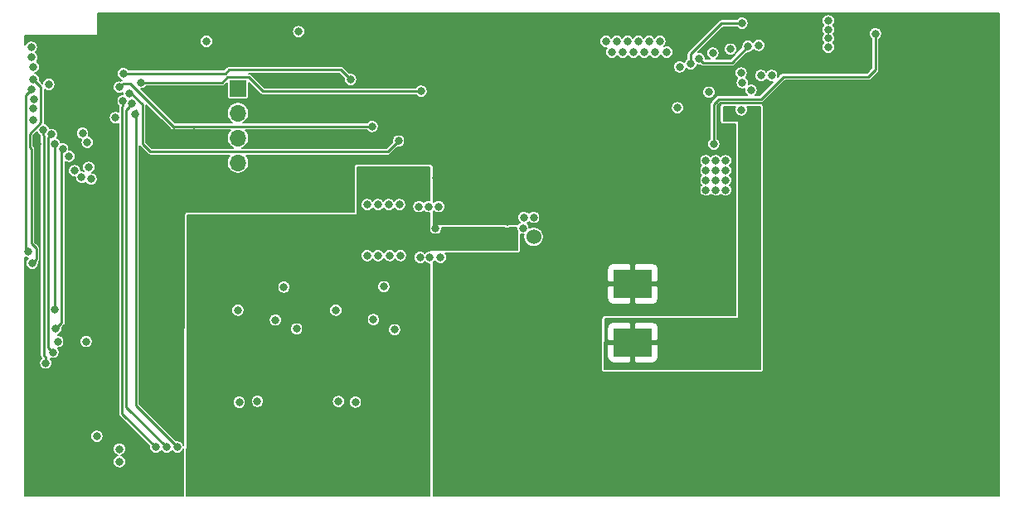
<source format=gbl>
G04 #@! TF.GenerationSoftware,KiCad,Pcbnew,(5.1.5)-3*
G04 #@! TF.CreationDate,2021-03-29T18:53:01-07:00*
G04 #@! TF.ProjectId,PatchV2,50617463-6856-4322-9e6b-696361645f70,rev?*
G04 #@! TF.SameCoordinates,Original*
G04 #@! TF.FileFunction,Copper,L4,Bot*
G04 #@! TF.FilePolarity,Positive*
%FSLAX46Y46*%
G04 Gerber Fmt 4.6, Leading zero omitted, Abs format (unit mm)*
G04 Created by KiCad (PCBNEW (5.1.5)-3) date 2021-03-29 18:53:01*
%MOMM*%
%LPD*%
G04 APERTURE LIST*
%ADD10R,4.000000X3.000000*%
%ADD11C,5.000000*%
%ADD12C,1.524000*%
%ADD13O,1.700000X1.700000*%
%ADD14R,1.700000X1.700000*%
%ADD15C,0.800000*%
%ADD16C,0.228600*%
%ADD17C,0.250000*%
%ADD18C,0.177800*%
G04 APERTURE END LIST*
D10*
X112325000Y-78000000D03*
X112325000Y-84000000D03*
D11*
X90800000Y-52800000D03*
X112500000Y-97200000D03*
X147200000Y-52800000D03*
X147200000Y-97200000D03*
X52800000Y-97200000D03*
D12*
X102200000Y-73200000D03*
X99500000Y-73200000D03*
X99500000Y-71300000D03*
D13*
X72000000Y-68160000D03*
X72000000Y-65620000D03*
X72000000Y-63080000D03*
X72000000Y-60540000D03*
D14*
X72000000Y-58000000D03*
D15*
X117900000Y-60800000D03*
X117900000Y-61900000D03*
X117100000Y-62400000D03*
X122400000Y-63100000D03*
X122400000Y-64200000D03*
X116400000Y-65800000D03*
X116400000Y-66800000D03*
X116400000Y-67800000D03*
X127700000Y-58300000D03*
X128600000Y-58300000D03*
X129500000Y-58300000D03*
X130400000Y-58300000D03*
X55547198Y-55797198D03*
X92200000Y-72300000D03*
X92264844Y-67192110D03*
X51500000Y-63700000D03*
X59500000Y-50700000D03*
X61500000Y-50700000D03*
X63500000Y-50700000D03*
X65500000Y-50700000D03*
X67500000Y-50700000D03*
X61500000Y-53040000D03*
X63500000Y-53040000D03*
X65500000Y-53040000D03*
X59500000Y-55580000D03*
X61500000Y-55580000D03*
X63500000Y-55580000D03*
X65500000Y-55580000D03*
X67500000Y-55580000D03*
X63500000Y-58120000D03*
X65500000Y-58120000D03*
X67500000Y-58120000D03*
X65500000Y-60660000D03*
X67500000Y-60660000D03*
X67500000Y-52400000D03*
X63500000Y-62500000D03*
X65500000Y-62500000D03*
X67500000Y-62500000D03*
X59500000Y-67600000D03*
X63500000Y-67600000D03*
X65500000Y-67600000D03*
X67500000Y-67600000D03*
X65500000Y-72300000D03*
X63500000Y-72300000D03*
X59500000Y-72300000D03*
X57400000Y-72300000D03*
X55600000Y-72300000D03*
X55600000Y-70300000D03*
X132300000Y-51100000D03*
X132300000Y-52000000D03*
X132300000Y-52900000D03*
X132300000Y-53800000D03*
X92700000Y-75300000D03*
X91600000Y-75300000D03*
X90600000Y-75300000D03*
X92500000Y-70100000D03*
X91500000Y-70100000D03*
X90500000Y-70100000D03*
X121800000Y-65400000D03*
X120800000Y-65400000D03*
X119800000Y-65400000D03*
X119800000Y-66400000D03*
X120800000Y-66400000D03*
X121800000Y-66400000D03*
X121800000Y-67400000D03*
X120800000Y-67400000D03*
X119800000Y-67400000D03*
X119800000Y-68400000D03*
X120800000Y-68400000D03*
X121800000Y-68400000D03*
X59900000Y-96200000D03*
X57600000Y-93600000D03*
X56500000Y-83900000D03*
X53600000Y-83900000D03*
X51092110Y-60066376D03*
X51092110Y-61282960D03*
X50960604Y-54839396D03*
X59500000Y-61000000D03*
X82000000Y-80700000D03*
X85849997Y-81677736D03*
X75849989Y-81700000D03*
X85200000Y-69900000D03*
X87400000Y-69900000D03*
X86300000Y-69900000D03*
X72000000Y-80700000D03*
X88500000Y-69900000D03*
X51101026Y-55807072D03*
X52700000Y-57600000D03*
X78200000Y-52200000D03*
X87900000Y-87500000D03*
X83800000Y-88200000D03*
X81000000Y-89900000D03*
X71000000Y-90000000D03*
X74600000Y-82900000D03*
X84600000Y-83100000D03*
X77900000Y-87600000D03*
X70200000Y-81500000D03*
X71500000Y-74200000D03*
X81300000Y-74200000D03*
X85200000Y-72500000D03*
X86300000Y-72500000D03*
X89700000Y-72700000D03*
X90800000Y-72700000D03*
X89700000Y-67200000D03*
X90600000Y-67200000D03*
X80300000Y-81500000D03*
X73700000Y-88300000D03*
X86280124Y-67192110D03*
X85173057Y-67192110D03*
X85200000Y-75100000D03*
X86300000Y-75100000D03*
X87500000Y-75100000D03*
X84000000Y-90100000D03*
X88000000Y-82700000D03*
X86900000Y-78300000D03*
X74000000Y-90000000D03*
X76702532Y-78325010D03*
X77987881Y-82613201D03*
X82277165Y-90042911D03*
X72139998Y-90119998D03*
X88600000Y-75100000D03*
X51100000Y-57100000D03*
X51000000Y-75900000D03*
X50602800Y-74700000D03*
X50900000Y-58100000D03*
X120100000Y-58400000D03*
X120500000Y-54400000D03*
X122300000Y-54000000D03*
X125400000Y-56700000D03*
X126500000Y-56700000D03*
X110200000Y-54300000D03*
X111300000Y-54300000D03*
X110700000Y-53200000D03*
X109600000Y-53200000D03*
X111800000Y-53200000D03*
X112900000Y-53200000D03*
X114000000Y-53200000D03*
X115100000Y-53200000D03*
X112400000Y-54300000D03*
X113500000Y-54300000D03*
X114600000Y-54300000D03*
X115800000Y-54300000D03*
X117100000Y-55800000D03*
X102200000Y-71200000D03*
X101200000Y-71200000D03*
X101100000Y-72300000D03*
X125200000Y-53600000D03*
X120600000Y-63700000D03*
X137100000Y-52400000D03*
X56632890Y-63531302D03*
X53300000Y-80600000D03*
X53290622Y-63687217D03*
X53400000Y-82600000D03*
X54115018Y-64213037D03*
X53100000Y-85000000D03*
X52970161Y-62725717D03*
X52400000Y-86100000D03*
X52120124Y-62242444D03*
X51162912Y-59091131D03*
X59900000Y-94900000D03*
X68800000Y-53200000D03*
X50900000Y-53800000D03*
X63600000Y-94700000D03*
X60280144Y-59268365D03*
X64700000Y-94700000D03*
X61206755Y-59580627D03*
X61500000Y-60660000D03*
X65800000Y-94700000D03*
X124100000Y-53700000D03*
X119079530Y-54961595D03*
X118242876Y-55509348D03*
X123468256Y-51340010D03*
X60300000Y-56500000D03*
X83500000Y-57100000D03*
X62100000Y-57400000D03*
X90700000Y-58300000D03*
X85700000Y-61900000D03*
X59906285Y-57885407D03*
X60900000Y-58500000D03*
X88400000Y-63400000D03*
X123400000Y-60200000D03*
X57003089Y-67290602D03*
X116900000Y-60000000D03*
X56770650Y-66079370D03*
X56137660Y-62585273D03*
X124400000Y-58200000D03*
X56043458Y-67102919D03*
X123500000Y-57424990D03*
X55325879Y-66438693D03*
X123391318Y-56430901D03*
X54748965Y-64957501D03*
X122200000Y-60700000D03*
D16*
X51893885Y-57893885D02*
X51100000Y-57100000D01*
X51893885Y-60102360D02*
X51893885Y-59906115D01*
X51893885Y-59906115D02*
X51893885Y-57893885D01*
X50900000Y-64192101D02*
X50900000Y-73900000D01*
X51399999Y-75500001D02*
X51000000Y-75900000D01*
X50723521Y-64015622D02*
X50900000Y-64192101D01*
X51399999Y-74399999D02*
X51399999Y-75500001D01*
X50900000Y-73900000D02*
X51399999Y-74399999D01*
X51893885Y-61489891D02*
X50723521Y-62660255D01*
X50723521Y-62660255D02*
X50723521Y-64015622D01*
X51893885Y-59906115D02*
X51893885Y-61489891D01*
X50697666Y-58302334D02*
X50900000Y-58100000D01*
X50500001Y-58499999D02*
X50900000Y-58100000D01*
X50317110Y-58682890D02*
X50500001Y-58499999D01*
X50602800Y-74700000D02*
X50317110Y-74414310D01*
X50317110Y-74414310D02*
X50317110Y-58682890D01*
X120600000Y-59600000D02*
X121100000Y-59100000D01*
X136400000Y-56800000D02*
X137100000Y-56100000D01*
X120600000Y-63700000D02*
X120600000Y-59600000D01*
X137100000Y-56100000D02*
X137100000Y-52400000D01*
X127700000Y-56800000D02*
X136400000Y-56800000D01*
X121100000Y-59100000D02*
X125400000Y-59100000D01*
X125400000Y-59100000D02*
X127700000Y-56800000D01*
X53300000Y-80600000D02*
X53300000Y-63696595D01*
X53300000Y-63696595D02*
X53290622Y-63687217D01*
X53999166Y-64328889D02*
X54115018Y-64213037D01*
X53400000Y-82600000D02*
X53999166Y-82000834D01*
X53999166Y-82000834D02*
X53999166Y-64328889D01*
X52598512Y-84498512D02*
X52598512Y-63097366D01*
X53100000Y-85000000D02*
X52598512Y-84498512D01*
X52598512Y-63097366D02*
X52970161Y-62725717D01*
X52400000Y-86100000D02*
X52400000Y-85534315D01*
X52400000Y-85534315D02*
X52192101Y-85326416D01*
X52120124Y-62808129D02*
X52120124Y-62242444D01*
X52192101Y-62880106D02*
X52120124Y-62808129D01*
X52192101Y-85326416D02*
X52192101Y-62880106D01*
X60280144Y-59834050D02*
X60280144Y-59268365D01*
X63600000Y-94700000D02*
X60192101Y-91292101D01*
X60192101Y-59922093D02*
X60280144Y-59834050D01*
X60192101Y-91292101D02*
X60192101Y-59922093D01*
X64700000Y-94700000D02*
X60598512Y-90598512D01*
X60598512Y-90598512D02*
X60598512Y-60188870D01*
X60806756Y-59980626D02*
X61206755Y-59580627D01*
X60598512Y-60188870D02*
X60806756Y-59980626D01*
X65800000Y-94700000D02*
X61579576Y-90479576D01*
X61579576Y-60828136D02*
X61579576Y-60262451D01*
X61579576Y-90479576D02*
X61579576Y-60828136D01*
D17*
X122438406Y-55361594D02*
X119479529Y-55361594D01*
X119479529Y-55361594D02*
X119079530Y-54961595D01*
X124100000Y-53700000D02*
X122438406Y-55361594D01*
X121408300Y-51340010D02*
X122902571Y-51340010D01*
X118242876Y-55509348D02*
X118242876Y-54505434D01*
X118242876Y-54505434D02*
X121408300Y-51340010D01*
X122902571Y-51340010D02*
X123468256Y-51340010D01*
D16*
X83100001Y-56700001D02*
X83500000Y-57100000D01*
X71099467Y-56100000D02*
X82500000Y-56100000D01*
X70699467Y-56500000D02*
X71099467Y-56100000D01*
X60300000Y-56500000D02*
X70699467Y-56500000D01*
X82500001Y-56100001D02*
X82500000Y-56100000D01*
X82500000Y-56100000D02*
X83100001Y-56700001D01*
X62100000Y-57400000D02*
X69200000Y-57400000D01*
X74525782Y-58300000D02*
X90700000Y-58300000D01*
X73083681Y-56857899D02*
X74525782Y-58300000D01*
X70916319Y-56857899D02*
X73083681Y-56857899D01*
X70374218Y-57400000D02*
X70916319Y-56857899D01*
X69200000Y-57400000D02*
X70374218Y-57400000D01*
X60306284Y-57485408D02*
X59906285Y-57885407D01*
X65400000Y-61900000D02*
X60985408Y-57485408D01*
X60985408Y-57485408D02*
X60306284Y-57485408D01*
X85700000Y-61900000D02*
X65400000Y-61900000D01*
X88000001Y-63799999D02*
X88400000Y-63400000D01*
X63077899Y-64477899D02*
X87322101Y-64477899D01*
X62271677Y-63671677D02*
X63077899Y-64477899D01*
X60900000Y-58500000D02*
X61112087Y-58500000D01*
X61112087Y-58500000D02*
X62271677Y-59659590D01*
X87322101Y-64477899D02*
X88000001Y-63799999D01*
X62271677Y-59659590D02*
X62271677Y-63671677D01*
D18*
G36*
X91611100Y-67061312D02*
G01*
X91598144Y-67126446D01*
X91598144Y-67257774D01*
X91611100Y-67322908D01*
X91611100Y-69442338D01*
X91565664Y-69433300D01*
X91434336Y-69433300D01*
X91305531Y-69458921D01*
X91184199Y-69509178D01*
X91075003Y-69582140D01*
X91000000Y-69657143D01*
X90924997Y-69582140D01*
X90815801Y-69509178D01*
X90694469Y-69458921D01*
X90565664Y-69433300D01*
X90434336Y-69433300D01*
X90305531Y-69458921D01*
X90184199Y-69509178D01*
X90075003Y-69582140D01*
X89982140Y-69675003D01*
X89909178Y-69784199D01*
X89858921Y-69905531D01*
X89833300Y-70034336D01*
X89833300Y-70165664D01*
X89858921Y-70294469D01*
X89909178Y-70415801D01*
X89982140Y-70524997D01*
X90075003Y-70617860D01*
X90184199Y-70690822D01*
X90305531Y-70741079D01*
X90434336Y-70766700D01*
X90565664Y-70766700D01*
X90694469Y-70741079D01*
X90815801Y-70690822D01*
X90924997Y-70617860D01*
X91000000Y-70542857D01*
X91075003Y-70617860D01*
X91184199Y-70690822D01*
X91305531Y-70741079D01*
X91434336Y-70766700D01*
X91565664Y-70766700D01*
X91611100Y-70757662D01*
X91611100Y-71981323D01*
X91609178Y-71984199D01*
X91558921Y-72105531D01*
X91533300Y-72234336D01*
X91533300Y-72365664D01*
X91558921Y-72494469D01*
X91609178Y-72615801D01*
X91611100Y-72618677D01*
X91611100Y-74633300D01*
X91534336Y-74633300D01*
X91405531Y-74658921D01*
X91284199Y-74709178D01*
X91175003Y-74782140D01*
X91100000Y-74857143D01*
X91024997Y-74782140D01*
X90915801Y-74709178D01*
X90794469Y-74658921D01*
X90665664Y-74633300D01*
X90534336Y-74633300D01*
X90405531Y-74658921D01*
X90284199Y-74709178D01*
X90175003Y-74782140D01*
X90082140Y-74875003D01*
X90009178Y-74984199D01*
X89958921Y-75105531D01*
X89933300Y-75234336D01*
X89933300Y-75365664D01*
X89958921Y-75494469D01*
X90009178Y-75615801D01*
X90082140Y-75724997D01*
X90175003Y-75817860D01*
X90284199Y-75890822D01*
X90405531Y-75941079D01*
X90534336Y-75966700D01*
X90665664Y-75966700D01*
X90794469Y-75941079D01*
X90915801Y-75890822D01*
X91024997Y-75817860D01*
X91100000Y-75742857D01*
X91175003Y-75817860D01*
X91284199Y-75890822D01*
X91405531Y-75941079D01*
X91534336Y-75966700D01*
X91611100Y-75966700D01*
X91611100Y-99708300D01*
X66789903Y-99708300D01*
X66823078Y-90054334D01*
X71473298Y-90054334D01*
X71473298Y-90185662D01*
X71498919Y-90314467D01*
X71549176Y-90435799D01*
X71622138Y-90544995D01*
X71715001Y-90637858D01*
X71824197Y-90710820D01*
X71945529Y-90761077D01*
X72074334Y-90786698D01*
X72205662Y-90786698D01*
X72334467Y-90761077D01*
X72455799Y-90710820D01*
X72564995Y-90637858D01*
X72657858Y-90544995D01*
X72730820Y-90435799D01*
X72781077Y-90314467D01*
X72806698Y-90185662D01*
X72806698Y-90054334D01*
X72782829Y-89934336D01*
X73333300Y-89934336D01*
X73333300Y-90065664D01*
X73358921Y-90194469D01*
X73409178Y-90315801D01*
X73482140Y-90424997D01*
X73575003Y-90517860D01*
X73684199Y-90590822D01*
X73805531Y-90641079D01*
X73934336Y-90666700D01*
X74065664Y-90666700D01*
X74194469Y-90641079D01*
X74315801Y-90590822D01*
X74424997Y-90517860D01*
X74517860Y-90424997D01*
X74590822Y-90315801D01*
X74641079Y-90194469D01*
X74666700Y-90065664D01*
X74666700Y-89977247D01*
X81610465Y-89977247D01*
X81610465Y-90108575D01*
X81636086Y-90237380D01*
X81686343Y-90358712D01*
X81759305Y-90467908D01*
X81852168Y-90560771D01*
X81961364Y-90633733D01*
X82082696Y-90683990D01*
X82211501Y-90709611D01*
X82342829Y-90709611D01*
X82471634Y-90683990D01*
X82592966Y-90633733D01*
X82702162Y-90560771D01*
X82795025Y-90467908D01*
X82867987Y-90358712D01*
X82918244Y-90237380D01*
X82943865Y-90108575D01*
X82943865Y-90034336D01*
X83333300Y-90034336D01*
X83333300Y-90165664D01*
X83358921Y-90294469D01*
X83409178Y-90415801D01*
X83482140Y-90524997D01*
X83575003Y-90617860D01*
X83684199Y-90690822D01*
X83805531Y-90741079D01*
X83934336Y-90766700D01*
X84065664Y-90766700D01*
X84194469Y-90741079D01*
X84315801Y-90690822D01*
X84424997Y-90617860D01*
X84517860Y-90524997D01*
X84590822Y-90415801D01*
X84641079Y-90294469D01*
X84666700Y-90165664D01*
X84666700Y-90034336D01*
X84641079Y-89905531D01*
X84590822Y-89784199D01*
X84517860Y-89675003D01*
X84424997Y-89582140D01*
X84315801Y-89509178D01*
X84194469Y-89458921D01*
X84065664Y-89433300D01*
X83934336Y-89433300D01*
X83805531Y-89458921D01*
X83684199Y-89509178D01*
X83575003Y-89582140D01*
X83482140Y-89675003D01*
X83409178Y-89784199D01*
X83358921Y-89905531D01*
X83333300Y-90034336D01*
X82943865Y-90034336D01*
X82943865Y-89977247D01*
X82918244Y-89848442D01*
X82867987Y-89727110D01*
X82795025Y-89617914D01*
X82702162Y-89525051D01*
X82592966Y-89452089D01*
X82471634Y-89401832D01*
X82342829Y-89376211D01*
X82211501Y-89376211D01*
X82082696Y-89401832D01*
X81961364Y-89452089D01*
X81852168Y-89525051D01*
X81759305Y-89617914D01*
X81686343Y-89727110D01*
X81636086Y-89848442D01*
X81610465Y-89977247D01*
X74666700Y-89977247D01*
X74666700Y-89934336D01*
X74641079Y-89805531D01*
X74590822Y-89684199D01*
X74517860Y-89575003D01*
X74424997Y-89482140D01*
X74315801Y-89409178D01*
X74194469Y-89358921D01*
X74065664Y-89333300D01*
X73934336Y-89333300D01*
X73805531Y-89358921D01*
X73684199Y-89409178D01*
X73575003Y-89482140D01*
X73482140Y-89575003D01*
X73409178Y-89684199D01*
X73358921Y-89805531D01*
X73333300Y-89934336D01*
X72782829Y-89934336D01*
X72781077Y-89925529D01*
X72730820Y-89804197D01*
X72657858Y-89695001D01*
X72564995Y-89602138D01*
X72455799Y-89529176D01*
X72334467Y-89478919D01*
X72205662Y-89453298D01*
X72074334Y-89453298D01*
X71945529Y-89478919D01*
X71824197Y-89529176D01*
X71715001Y-89602138D01*
X71622138Y-89695001D01*
X71549176Y-89804197D01*
X71498919Y-89925529D01*
X71473298Y-90054334D01*
X66823078Y-90054334D01*
X66848873Y-82547537D01*
X77321181Y-82547537D01*
X77321181Y-82678865D01*
X77346802Y-82807670D01*
X77397059Y-82929002D01*
X77470021Y-83038198D01*
X77562884Y-83131061D01*
X77672080Y-83204023D01*
X77793412Y-83254280D01*
X77922217Y-83279901D01*
X78053545Y-83279901D01*
X78182350Y-83254280D01*
X78303682Y-83204023D01*
X78412878Y-83131061D01*
X78505741Y-83038198D01*
X78578703Y-82929002D01*
X78628960Y-82807670D01*
X78654581Y-82678865D01*
X78654581Y-82634336D01*
X87333300Y-82634336D01*
X87333300Y-82765664D01*
X87358921Y-82894469D01*
X87409178Y-83015801D01*
X87482140Y-83124997D01*
X87575003Y-83217860D01*
X87684199Y-83290822D01*
X87805531Y-83341079D01*
X87934336Y-83366700D01*
X88065664Y-83366700D01*
X88194469Y-83341079D01*
X88315801Y-83290822D01*
X88424997Y-83217860D01*
X88517860Y-83124997D01*
X88590822Y-83015801D01*
X88641079Y-82894469D01*
X88666700Y-82765664D01*
X88666700Y-82634336D01*
X88641079Y-82505531D01*
X88590822Y-82384199D01*
X88517860Y-82275003D01*
X88424997Y-82182140D01*
X88315801Y-82109178D01*
X88194469Y-82058921D01*
X88065664Y-82033300D01*
X87934336Y-82033300D01*
X87805531Y-82058921D01*
X87684199Y-82109178D01*
X87575003Y-82182140D01*
X87482140Y-82275003D01*
X87409178Y-82384199D01*
X87358921Y-82505531D01*
X87333300Y-82634336D01*
X78654581Y-82634336D01*
X78654581Y-82547537D01*
X78628960Y-82418732D01*
X78578703Y-82297400D01*
X78505741Y-82188204D01*
X78412878Y-82095341D01*
X78303682Y-82022379D01*
X78182350Y-81972122D01*
X78053545Y-81946501D01*
X77922217Y-81946501D01*
X77793412Y-81972122D01*
X77672080Y-82022379D01*
X77562884Y-82095341D01*
X77470021Y-82188204D01*
X77397059Y-82297400D01*
X77346802Y-82418732D01*
X77321181Y-82547537D01*
X66848873Y-82547537D01*
X66852012Y-81634336D01*
X75183289Y-81634336D01*
X75183289Y-81765664D01*
X75208910Y-81894469D01*
X75259167Y-82015801D01*
X75332129Y-82124997D01*
X75424992Y-82217860D01*
X75534188Y-82290822D01*
X75655520Y-82341079D01*
X75784325Y-82366700D01*
X75915653Y-82366700D01*
X76044458Y-82341079D01*
X76165790Y-82290822D01*
X76274986Y-82217860D01*
X76367849Y-82124997D01*
X76440811Y-82015801D01*
X76491068Y-81894469D01*
X76516689Y-81765664D01*
X76516689Y-81634336D01*
X76512261Y-81612072D01*
X85183297Y-81612072D01*
X85183297Y-81743400D01*
X85208918Y-81872205D01*
X85259175Y-81993537D01*
X85332137Y-82102733D01*
X85425000Y-82195596D01*
X85534196Y-82268558D01*
X85655528Y-82318815D01*
X85784333Y-82344436D01*
X85915661Y-82344436D01*
X86044466Y-82318815D01*
X86165798Y-82268558D01*
X86274994Y-82195596D01*
X86367857Y-82102733D01*
X86440819Y-81993537D01*
X86491076Y-81872205D01*
X86516697Y-81743400D01*
X86516697Y-81612072D01*
X86491076Y-81483267D01*
X86440819Y-81361935D01*
X86367857Y-81252739D01*
X86274994Y-81159876D01*
X86165798Y-81086914D01*
X86044466Y-81036657D01*
X85915661Y-81011036D01*
X85784333Y-81011036D01*
X85655528Y-81036657D01*
X85534196Y-81086914D01*
X85425000Y-81159876D01*
X85332137Y-81252739D01*
X85259175Y-81361935D01*
X85208918Y-81483267D01*
X85183297Y-81612072D01*
X76512261Y-81612072D01*
X76491068Y-81505531D01*
X76440811Y-81384199D01*
X76367849Y-81275003D01*
X76274986Y-81182140D01*
X76165790Y-81109178D01*
X76044458Y-81058921D01*
X75915653Y-81033300D01*
X75784325Y-81033300D01*
X75655520Y-81058921D01*
X75534188Y-81109178D01*
X75424992Y-81182140D01*
X75332129Y-81275003D01*
X75259167Y-81384199D01*
X75208910Y-81505531D01*
X75183289Y-81634336D01*
X66852012Y-81634336D01*
X66855449Y-80634336D01*
X71333300Y-80634336D01*
X71333300Y-80765664D01*
X71358921Y-80894469D01*
X71409178Y-81015801D01*
X71482140Y-81124997D01*
X71575003Y-81217860D01*
X71684199Y-81290822D01*
X71805531Y-81341079D01*
X71934336Y-81366700D01*
X72065664Y-81366700D01*
X72194469Y-81341079D01*
X72315801Y-81290822D01*
X72424997Y-81217860D01*
X72517860Y-81124997D01*
X72590822Y-81015801D01*
X72641079Y-80894469D01*
X72666700Y-80765664D01*
X72666700Y-80634336D01*
X81333300Y-80634336D01*
X81333300Y-80765664D01*
X81358921Y-80894469D01*
X81409178Y-81015801D01*
X81482140Y-81124997D01*
X81575003Y-81217860D01*
X81684199Y-81290822D01*
X81805531Y-81341079D01*
X81934336Y-81366700D01*
X82065664Y-81366700D01*
X82194469Y-81341079D01*
X82315801Y-81290822D01*
X82424997Y-81217860D01*
X82517860Y-81124997D01*
X82590822Y-81015801D01*
X82641079Y-80894469D01*
X82666700Y-80765664D01*
X82666700Y-80634336D01*
X82641079Y-80505531D01*
X82590822Y-80384199D01*
X82517860Y-80275003D01*
X82424997Y-80182140D01*
X82315801Y-80109178D01*
X82194469Y-80058921D01*
X82065664Y-80033300D01*
X81934336Y-80033300D01*
X81805531Y-80058921D01*
X81684199Y-80109178D01*
X81575003Y-80182140D01*
X81482140Y-80275003D01*
X81409178Y-80384199D01*
X81358921Y-80505531D01*
X81333300Y-80634336D01*
X72666700Y-80634336D01*
X72641079Y-80505531D01*
X72590822Y-80384199D01*
X72517860Y-80275003D01*
X72424997Y-80182140D01*
X72315801Y-80109178D01*
X72194469Y-80058921D01*
X72065664Y-80033300D01*
X71934336Y-80033300D01*
X71805531Y-80058921D01*
X71684199Y-80109178D01*
X71575003Y-80182140D01*
X71482140Y-80275003D01*
X71409178Y-80384199D01*
X71358921Y-80505531D01*
X71333300Y-80634336D01*
X66855449Y-80634336D01*
X66863610Y-78259346D01*
X76035832Y-78259346D01*
X76035832Y-78390674D01*
X76061453Y-78519479D01*
X76111710Y-78640811D01*
X76184672Y-78750007D01*
X76277535Y-78842870D01*
X76386731Y-78915832D01*
X76508063Y-78966089D01*
X76636868Y-78991710D01*
X76768196Y-78991710D01*
X76897001Y-78966089D01*
X77018333Y-78915832D01*
X77127529Y-78842870D01*
X77220392Y-78750007D01*
X77293354Y-78640811D01*
X77343611Y-78519479D01*
X77369232Y-78390674D01*
X77369232Y-78259346D01*
X77364258Y-78234336D01*
X86233300Y-78234336D01*
X86233300Y-78365664D01*
X86258921Y-78494469D01*
X86309178Y-78615801D01*
X86382140Y-78724997D01*
X86475003Y-78817860D01*
X86584199Y-78890822D01*
X86705531Y-78941079D01*
X86834336Y-78966700D01*
X86965664Y-78966700D01*
X87094469Y-78941079D01*
X87215801Y-78890822D01*
X87324997Y-78817860D01*
X87417860Y-78724997D01*
X87490822Y-78615801D01*
X87541079Y-78494469D01*
X87566700Y-78365664D01*
X87566700Y-78234336D01*
X87541079Y-78105531D01*
X87490822Y-77984199D01*
X87417860Y-77875003D01*
X87324997Y-77782140D01*
X87215801Y-77709178D01*
X87094469Y-77658921D01*
X86965664Y-77633300D01*
X86834336Y-77633300D01*
X86705531Y-77658921D01*
X86584199Y-77709178D01*
X86475003Y-77782140D01*
X86382140Y-77875003D01*
X86309178Y-77984199D01*
X86258921Y-78105531D01*
X86233300Y-78234336D01*
X77364258Y-78234336D01*
X77343611Y-78130541D01*
X77293354Y-78009209D01*
X77220392Y-77900013D01*
X77127529Y-77807150D01*
X77018333Y-77734188D01*
X76897001Y-77683931D01*
X76768196Y-77658310D01*
X76636868Y-77658310D01*
X76508063Y-77683931D01*
X76386731Y-77734188D01*
X76277535Y-77807150D01*
X76184672Y-77900013D01*
X76111710Y-78009209D01*
X76061453Y-78130541D01*
X76035832Y-78259346D01*
X66863610Y-78259346D01*
X66874692Y-75034336D01*
X84533300Y-75034336D01*
X84533300Y-75165664D01*
X84558921Y-75294469D01*
X84609178Y-75415801D01*
X84682140Y-75524997D01*
X84775003Y-75617860D01*
X84884199Y-75690822D01*
X85005531Y-75741079D01*
X85134336Y-75766700D01*
X85265664Y-75766700D01*
X85394469Y-75741079D01*
X85515801Y-75690822D01*
X85624997Y-75617860D01*
X85717860Y-75524997D01*
X85750000Y-75476896D01*
X85782140Y-75524997D01*
X85875003Y-75617860D01*
X85984199Y-75690822D01*
X86105531Y-75741079D01*
X86234336Y-75766700D01*
X86365664Y-75766700D01*
X86494469Y-75741079D01*
X86615801Y-75690822D01*
X86724997Y-75617860D01*
X86817860Y-75524997D01*
X86890822Y-75415801D01*
X86900000Y-75393643D01*
X86909178Y-75415801D01*
X86982140Y-75524997D01*
X87075003Y-75617860D01*
X87184199Y-75690822D01*
X87305531Y-75741079D01*
X87434336Y-75766700D01*
X87565664Y-75766700D01*
X87694469Y-75741079D01*
X87815801Y-75690822D01*
X87924997Y-75617860D01*
X88017860Y-75524997D01*
X88050000Y-75476896D01*
X88082140Y-75524997D01*
X88175003Y-75617860D01*
X88284199Y-75690822D01*
X88405531Y-75741079D01*
X88534336Y-75766700D01*
X88665664Y-75766700D01*
X88794469Y-75741079D01*
X88915801Y-75690822D01*
X89024997Y-75617860D01*
X89117860Y-75524997D01*
X89190822Y-75415801D01*
X89241079Y-75294469D01*
X89266700Y-75165664D01*
X89266700Y-75034336D01*
X89241079Y-74905531D01*
X89190822Y-74784199D01*
X89117860Y-74675003D01*
X89024997Y-74582140D01*
X88915801Y-74509178D01*
X88794469Y-74458921D01*
X88665664Y-74433300D01*
X88534336Y-74433300D01*
X88405531Y-74458921D01*
X88284199Y-74509178D01*
X88175003Y-74582140D01*
X88082140Y-74675003D01*
X88050000Y-74723104D01*
X88017860Y-74675003D01*
X87924997Y-74582140D01*
X87815801Y-74509178D01*
X87694469Y-74458921D01*
X87565664Y-74433300D01*
X87434336Y-74433300D01*
X87305531Y-74458921D01*
X87184199Y-74509178D01*
X87075003Y-74582140D01*
X86982140Y-74675003D01*
X86909178Y-74784199D01*
X86900000Y-74806357D01*
X86890822Y-74784199D01*
X86817860Y-74675003D01*
X86724997Y-74582140D01*
X86615801Y-74509178D01*
X86494469Y-74458921D01*
X86365664Y-74433300D01*
X86234336Y-74433300D01*
X86105531Y-74458921D01*
X85984199Y-74509178D01*
X85875003Y-74582140D01*
X85782140Y-74675003D01*
X85750000Y-74723104D01*
X85717860Y-74675003D01*
X85624997Y-74582140D01*
X85515801Y-74509178D01*
X85394469Y-74458921D01*
X85265664Y-74433300D01*
X85134336Y-74433300D01*
X85005531Y-74458921D01*
X84884199Y-74509178D01*
X84775003Y-74582140D01*
X84682140Y-74675003D01*
X84609178Y-74784199D01*
X84558921Y-74905531D01*
X84533300Y-75034336D01*
X66874692Y-75034336D01*
X66888595Y-70988900D01*
X84100000Y-70988900D01*
X84117344Y-70987192D01*
X84134021Y-70982133D01*
X84149390Y-70973918D01*
X84162862Y-70962862D01*
X84173918Y-70949390D01*
X84182133Y-70934021D01*
X84187192Y-70917344D01*
X84188900Y-70900000D01*
X84188900Y-69834336D01*
X84533300Y-69834336D01*
X84533300Y-69965664D01*
X84558921Y-70094469D01*
X84609178Y-70215801D01*
X84682140Y-70324997D01*
X84775003Y-70417860D01*
X84884199Y-70490822D01*
X85005531Y-70541079D01*
X85134336Y-70566700D01*
X85265664Y-70566700D01*
X85394469Y-70541079D01*
X85515801Y-70490822D01*
X85624997Y-70417860D01*
X85717860Y-70324997D01*
X85750000Y-70276896D01*
X85782140Y-70324997D01*
X85875003Y-70417860D01*
X85984199Y-70490822D01*
X86105531Y-70541079D01*
X86234336Y-70566700D01*
X86365664Y-70566700D01*
X86494469Y-70541079D01*
X86615801Y-70490822D01*
X86724997Y-70417860D01*
X86817860Y-70324997D01*
X86850000Y-70276896D01*
X86882140Y-70324997D01*
X86975003Y-70417860D01*
X87084199Y-70490822D01*
X87205531Y-70541079D01*
X87334336Y-70566700D01*
X87465664Y-70566700D01*
X87594469Y-70541079D01*
X87715801Y-70490822D01*
X87824997Y-70417860D01*
X87917860Y-70324997D01*
X87950000Y-70276896D01*
X87982140Y-70324997D01*
X88075003Y-70417860D01*
X88184199Y-70490822D01*
X88305531Y-70541079D01*
X88434336Y-70566700D01*
X88565664Y-70566700D01*
X88694469Y-70541079D01*
X88815801Y-70490822D01*
X88924997Y-70417860D01*
X89017860Y-70324997D01*
X89090822Y-70215801D01*
X89141079Y-70094469D01*
X89166700Y-69965664D01*
X89166700Y-69834336D01*
X89141079Y-69705531D01*
X89090822Y-69584199D01*
X89017860Y-69475003D01*
X88924997Y-69382140D01*
X88815801Y-69309178D01*
X88694469Y-69258921D01*
X88565664Y-69233300D01*
X88434336Y-69233300D01*
X88305531Y-69258921D01*
X88184199Y-69309178D01*
X88075003Y-69382140D01*
X87982140Y-69475003D01*
X87950000Y-69523104D01*
X87917860Y-69475003D01*
X87824997Y-69382140D01*
X87715801Y-69309178D01*
X87594469Y-69258921D01*
X87465664Y-69233300D01*
X87334336Y-69233300D01*
X87205531Y-69258921D01*
X87084199Y-69309178D01*
X86975003Y-69382140D01*
X86882140Y-69475003D01*
X86850000Y-69523104D01*
X86817860Y-69475003D01*
X86724997Y-69382140D01*
X86615801Y-69309178D01*
X86494469Y-69258921D01*
X86365664Y-69233300D01*
X86234336Y-69233300D01*
X86105531Y-69258921D01*
X85984199Y-69309178D01*
X85875003Y-69382140D01*
X85782140Y-69475003D01*
X85750000Y-69523104D01*
X85717860Y-69475003D01*
X85624997Y-69382140D01*
X85515801Y-69309178D01*
X85394469Y-69258921D01*
X85265664Y-69233300D01*
X85134336Y-69233300D01*
X85005531Y-69258921D01*
X84884199Y-69309178D01*
X84775003Y-69382140D01*
X84682140Y-69475003D01*
X84609178Y-69584199D01*
X84558921Y-69705531D01*
X84533300Y-69834336D01*
X84188900Y-69834336D01*
X84188900Y-66088900D01*
X91611100Y-66088900D01*
X91611100Y-67061312D01*
G37*
X91611100Y-67061312D02*
X91598144Y-67126446D01*
X91598144Y-67257774D01*
X91611100Y-67322908D01*
X91611100Y-69442338D01*
X91565664Y-69433300D01*
X91434336Y-69433300D01*
X91305531Y-69458921D01*
X91184199Y-69509178D01*
X91075003Y-69582140D01*
X91000000Y-69657143D01*
X90924997Y-69582140D01*
X90815801Y-69509178D01*
X90694469Y-69458921D01*
X90565664Y-69433300D01*
X90434336Y-69433300D01*
X90305531Y-69458921D01*
X90184199Y-69509178D01*
X90075003Y-69582140D01*
X89982140Y-69675003D01*
X89909178Y-69784199D01*
X89858921Y-69905531D01*
X89833300Y-70034336D01*
X89833300Y-70165664D01*
X89858921Y-70294469D01*
X89909178Y-70415801D01*
X89982140Y-70524997D01*
X90075003Y-70617860D01*
X90184199Y-70690822D01*
X90305531Y-70741079D01*
X90434336Y-70766700D01*
X90565664Y-70766700D01*
X90694469Y-70741079D01*
X90815801Y-70690822D01*
X90924997Y-70617860D01*
X91000000Y-70542857D01*
X91075003Y-70617860D01*
X91184199Y-70690822D01*
X91305531Y-70741079D01*
X91434336Y-70766700D01*
X91565664Y-70766700D01*
X91611100Y-70757662D01*
X91611100Y-71981323D01*
X91609178Y-71984199D01*
X91558921Y-72105531D01*
X91533300Y-72234336D01*
X91533300Y-72365664D01*
X91558921Y-72494469D01*
X91609178Y-72615801D01*
X91611100Y-72618677D01*
X91611100Y-74633300D01*
X91534336Y-74633300D01*
X91405531Y-74658921D01*
X91284199Y-74709178D01*
X91175003Y-74782140D01*
X91100000Y-74857143D01*
X91024997Y-74782140D01*
X90915801Y-74709178D01*
X90794469Y-74658921D01*
X90665664Y-74633300D01*
X90534336Y-74633300D01*
X90405531Y-74658921D01*
X90284199Y-74709178D01*
X90175003Y-74782140D01*
X90082140Y-74875003D01*
X90009178Y-74984199D01*
X89958921Y-75105531D01*
X89933300Y-75234336D01*
X89933300Y-75365664D01*
X89958921Y-75494469D01*
X90009178Y-75615801D01*
X90082140Y-75724997D01*
X90175003Y-75817860D01*
X90284199Y-75890822D01*
X90405531Y-75941079D01*
X90534336Y-75966700D01*
X90665664Y-75966700D01*
X90794469Y-75941079D01*
X90915801Y-75890822D01*
X91024997Y-75817860D01*
X91100000Y-75742857D01*
X91175003Y-75817860D01*
X91284199Y-75890822D01*
X91405531Y-75941079D01*
X91534336Y-75966700D01*
X91611100Y-75966700D01*
X91611100Y-99708300D01*
X66789903Y-99708300D01*
X66823078Y-90054334D01*
X71473298Y-90054334D01*
X71473298Y-90185662D01*
X71498919Y-90314467D01*
X71549176Y-90435799D01*
X71622138Y-90544995D01*
X71715001Y-90637858D01*
X71824197Y-90710820D01*
X71945529Y-90761077D01*
X72074334Y-90786698D01*
X72205662Y-90786698D01*
X72334467Y-90761077D01*
X72455799Y-90710820D01*
X72564995Y-90637858D01*
X72657858Y-90544995D01*
X72730820Y-90435799D01*
X72781077Y-90314467D01*
X72806698Y-90185662D01*
X72806698Y-90054334D01*
X72782829Y-89934336D01*
X73333300Y-89934336D01*
X73333300Y-90065664D01*
X73358921Y-90194469D01*
X73409178Y-90315801D01*
X73482140Y-90424997D01*
X73575003Y-90517860D01*
X73684199Y-90590822D01*
X73805531Y-90641079D01*
X73934336Y-90666700D01*
X74065664Y-90666700D01*
X74194469Y-90641079D01*
X74315801Y-90590822D01*
X74424997Y-90517860D01*
X74517860Y-90424997D01*
X74590822Y-90315801D01*
X74641079Y-90194469D01*
X74666700Y-90065664D01*
X74666700Y-89977247D01*
X81610465Y-89977247D01*
X81610465Y-90108575D01*
X81636086Y-90237380D01*
X81686343Y-90358712D01*
X81759305Y-90467908D01*
X81852168Y-90560771D01*
X81961364Y-90633733D01*
X82082696Y-90683990D01*
X82211501Y-90709611D01*
X82342829Y-90709611D01*
X82471634Y-90683990D01*
X82592966Y-90633733D01*
X82702162Y-90560771D01*
X82795025Y-90467908D01*
X82867987Y-90358712D01*
X82918244Y-90237380D01*
X82943865Y-90108575D01*
X82943865Y-90034336D01*
X83333300Y-90034336D01*
X83333300Y-90165664D01*
X83358921Y-90294469D01*
X83409178Y-90415801D01*
X83482140Y-90524997D01*
X83575003Y-90617860D01*
X83684199Y-90690822D01*
X83805531Y-90741079D01*
X83934336Y-90766700D01*
X84065664Y-90766700D01*
X84194469Y-90741079D01*
X84315801Y-90690822D01*
X84424997Y-90617860D01*
X84517860Y-90524997D01*
X84590822Y-90415801D01*
X84641079Y-90294469D01*
X84666700Y-90165664D01*
X84666700Y-90034336D01*
X84641079Y-89905531D01*
X84590822Y-89784199D01*
X84517860Y-89675003D01*
X84424997Y-89582140D01*
X84315801Y-89509178D01*
X84194469Y-89458921D01*
X84065664Y-89433300D01*
X83934336Y-89433300D01*
X83805531Y-89458921D01*
X83684199Y-89509178D01*
X83575003Y-89582140D01*
X83482140Y-89675003D01*
X83409178Y-89784199D01*
X83358921Y-89905531D01*
X83333300Y-90034336D01*
X82943865Y-90034336D01*
X82943865Y-89977247D01*
X82918244Y-89848442D01*
X82867987Y-89727110D01*
X82795025Y-89617914D01*
X82702162Y-89525051D01*
X82592966Y-89452089D01*
X82471634Y-89401832D01*
X82342829Y-89376211D01*
X82211501Y-89376211D01*
X82082696Y-89401832D01*
X81961364Y-89452089D01*
X81852168Y-89525051D01*
X81759305Y-89617914D01*
X81686343Y-89727110D01*
X81636086Y-89848442D01*
X81610465Y-89977247D01*
X74666700Y-89977247D01*
X74666700Y-89934336D01*
X74641079Y-89805531D01*
X74590822Y-89684199D01*
X74517860Y-89575003D01*
X74424997Y-89482140D01*
X74315801Y-89409178D01*
X74194469Y-89358921D01*
X74065664Y-89333300D01*
X73934336Y-89333300D01*
X73805531Y-89358921D01*
X73684199Y-89409178D01*
X73575003Y-89482140D01*
X73482140Y-89575003D01*
X73409178Y-89684199D01*
X73358921Y-89805531D01*
X73333300Y-89934336D01*
X72782829Y-89934336D01*
X72781077Y-89925529D01*
X72730820Y-89804197D01*
X72657858Y-89695001D01*
X72564995Y-89602138D01*
X72455799Y-89529176D01*
X72334467Y-89478919D01*
X72205662Y-89453298D01*
X72074334Y-89453298D01*
X71945529Y-89478919D01*
X71824197Y-89529176D01*
X71715001Y-89602138D01*
X71622138Y-89695001D01*
X71549176Y-89804197D01*
X71498919Y-89925529D01*
X71473298Y-90054334D01*
X66823078Y-90054334D01*
X66848873Y-82547537D01*
X77321181Y-82547537D01*
X77321181Y-82678865D01*
X77346802Y-82807670D01*
X77397059Y-82929002D01*
X77470021Y-83038198D01*
X77562884Y-83131061D01*
X77672080Y-83204023D01*
X77793412Y-83254280D01*
X77922217Y-83279901D01*
X78053545Y-83279901D01*
X78182350Y-83254280D01*
X78303682Y-83204023D01*
X78412878Y-83131061D01*
X78505741Y-83038198D01*
X78578703Y-82929002D01*
X78628960Y-82807670D01*
X78654581Y-82678865D01*
X78654581Y-82634336D01*
X87333300Y-82634336D01*
X87333300Y-82765664D01*
X87358921Y-82894469D01*
X87409178Y-83015801D01*
X87482140Y-83124997D01*
X87575003Y-83217860D01*
X87684199Y-83290822D01*
X87805531Y-83341079D01*
X87934336Y-83366700D01*
X88065664Y-83366700D01*
X88194469Y-83341079D01*
X88315801Y-83290822D01*
X88424997Y-83217860D01*
X88517860Y-83124997D01*
X88590822Y-83015801D01*
X88641079Y-82894469D01*
X88666700Y-82765664D01*
X88666700Y-82634336D01*
X88641079Y-82505531D01*
X88590822Y-82384199D01*
X88517860Y-82275003D01*
X88424997Y-82182140D01*
X88315801Y-82109178D01*
X88194469Y-82058921D01*
X88065664Y-82033300D01*
X87934336Y-82033300D01*
X87805531Y-82058921D01*
X87684199Y-82109178D01*
X87575003Y-82182140D01*
X87482140Y-82275003D01*
X87409178Y-82384199D01*
X87358921Y-82505531D01*
X87333300Y-82634336D01*
X78654581Y-82634336D01*
X78654581Y-82547537D01*
X78628960Y-82418732D01*
X78578703Y-82297400D01*
X78505741Y-82188204D01*
X78412878Y-82095341D01*
X78303682Y-82022379D01*
X78182350Y-81972122D01*
X78053545Y-81946501D01*
X77922217Y-81946501D01*
X77793412Y-81972122D01*
X77672080Y-82022379D01*
X77562884Y-82095341D01*
X77470021Y-82188204D01*
X77397059Y-82297400D01*
X77346802Y-82418732D01*
X77321181Y-82547537D01*
X66848873Y-82547537D01*
X66852012Y-81634336D01*
X75183289Y-81634336D01*
X75183289Y-81765664D01*
X75208910Y-81894469D01*
X75259167Y-82015801D01*
X75332129Y-82124997D01*
X75424992Y-82217860D01*
X75534188Y-82290822D01*
X75655520Y-82341079D01*
X75784325Y-82366700D01*
X75915653Y-82366700D01*
X76044458Y-82341079D01*
X76165790Y-82290822D01*
X76274986Y-82217860D01*
X76367849Y-82124997D01*
X76440811Y-82015801D01*
X76491068Y-81894469D01*
X76516689Y-81765664D01*
X76516689Y-81634336D01*
X76512261Y-81612072D01*
X85183297Y-81612072D01*
X85183297Y-81743400D01*
X85208918Y-81872205D01*
X85259175Y-81993537D01*
X85332137Y-82102733D01*
X85425000Y-82195596D01*
X85534196Y-82268558D01*
X85655528Y-82318815D01*
X85784333Y-82344436D01*
X85915661Y-82344436D01*
X86044466Y-82318815D01*
X86165798Y-82268558D01*
X86274994Y-82195596D01*
X86367857Y-82102733D01*
X86440819Y-81993537D01*
X86491076Y-81872205D01*
X86516697Y-81743400D01*
X86516697Y-81612072D01*
X86491076Y-81483267D01*
X86440819Y-81361935D01*
X86367857Y-81252739D01*
X86274994Y-81159876D01*
X86165798Y-81086914D01*
X86044466Y-81036657D01*
X85915661Y-81011036D01*
X85784333Y-81011036D01*
X85655528Y-81036657D01*
X85534196Y-81086914D01*
X85425000Y-81159876D01*
X85332137Y-81252739D01*
X85259175Y-81361935D01*
X85208918Y-81483267D01*
X85183297Y-81612072D01*
X76512261Y-81612072D01*
X76491068Y-81505531D01*
X76440811Y-81384199D01*
X76367849Y-81275003D01*
X76274986Y-81182140D01*
X76165790Y-81109178D01*
X76044458Y-81058921D01*
X75915653Y-81033300D01*
X75784325Y-81033300D01*
X75655520Y-81058921D01*
X75534188Y-81109178D01*
X75424992Y-81182140D01*
X75332129Y-81275003D01*
X75259167Y-81384199D01*
X75208910Y-81505531D01*
X75183289Y-81634336D01*
X66852012Y-81634336D01*
X66855449Y-80634336D01*
X71333300Y-80634336D01*
X71333300Y-80765664D01*
X71358921Y-80894469D01*
X71409178Y-81015801D01*
X71482140Y-81124997D01*
X71575003Y-81217860D01*
X71684199Y-81290822D01*
X71805531Y-81341079D01*
X71934336Y-81366700D01*
X72065664Y-81366700D01*
X72194469Y-81341079D01*
X72315801Y-81290822D01*
X72424997Y-81217860D01*
X72517860Y-81124997D01*
X72590822Y-81015801D01*
X72641079Y-80894469D01*
X72666700Y-80765664D01*
X72666700Y-80634336D01*
X81333300Y-80634336D01*
X81333300Y-80765664D01*
X81358921Y-80894469D01*
X81409178Y-81015801D01*
X81482140Y-81124997D01*
X81575003Y-81217860D01*
X81684199Y-81290822D01*
X81805531Y-81341079D01*
X81934336Y-81366700D01*
X82065664Y-81366700D01*
X82194469Y-81341079D01*
X82315801Y-81290822D01*
X82424997Y-81217860D01*
X82517860Y-81124997D01*
X82590822Y-81015801D01*
X82641079Y-80894469D01*
X82666700Y-80765664D01*
X82666700Y-80634336D01*
X82641079Y-80505531D01*
X82590822Y-80384199D01*
X82517860Y-80275003D01*
X82424997Y-80182140D01*
X82315801Y-80109178D01*
X82194469Y-80058921D01*
X82065664Y-80033300D01*
X81934336Y-80033300D01*
X81805531Y-80058921D01*
X81684199Y-80109178D01*
X81575003Y-80182140D01*
X81482140Y-80275003D01*
X81409178Y-80384199D01*
X81358921Y-80505531D01*
X81333300Y-80634336D01*
X72666700Y-80634336D01*
X72641079Y-80505531D01*
X72590822Y-80384199D01*
X72517860Y-80275003D01*
X72424997Y-80182140D01*
X72315801Y-80109178D01*
X72194469Y-80058921D01*
X72065664Y-80033300D01*
X71934336Y-80033300D01*
X71805531Y-80058921D01*
X71684199Y-80109178D01*
X71575003Y-80182140D01*
X71482140Y-80275003D01*
X71409178Y-80384199D01*
X71358921Y-80505531D01*
X71333300Y-80634336D01*
X66855449Y-80634336D01*
X66863610Y-78259346D01*
X76035832Y-78259346D01*
X76035832Y-78390674D01*
X76061453Y-78519479D01*
X76111710Y-78640811D01*
X76184672Y-78750007D01*
X76277535Y-78842870D01*
X76386731Y-78915832D01*
X76508063Y-78966089D01*
X76636868Y-78991710D01*
X76768196Y-78991710D01*
X76897001Y-78966089D01*
X77018333Y-78915832D01*
X77127529Y-78842870D01*
X77220392Y-78750007D01*
X77293354Y-78640811D01*
X77343611Y-78519479D01*
X77369232Y-78390674D01*
X77369232Y-78259346D01*
X77364258Y-78234336D01*
X86233300Y-78234336D01*
X86233300Y-78365664D01*
X86258921Y-78494469D01*
X86309178Y-78615801D01*
X86382140Y-78724997D01*
X86475003Y-78817860D01*
X86584199Y-78890822D01*
X86705531Y-78941079D01*
X86834336Y-78966700D01*
X86965664Y-78966700D01*
X87094469Y-78941079D01*
X87215801Y-78890822D01*
X87324997Y-78817860D01*
X87417860Y-78724997D01*
X87490822Y-78615801D01*
X87541079Y-78494469D01*
X87566700Y-78365664D01*
X87566700Y-78234336D01*
X87541079Y-78105531D01*
X87490822Y-77984199D01*
X87417860Y-77875003D01*
X87324997Y-77782140D01*
X87215801Y-77709178D01*
X87094469Y-77658921D01*
X86965664Y-77633300D01*
X86834336Y-77633300D01*
X86705531Y-77658921D01*
X86584199Y-77709178D01*
X86475003Y-77782140D01*
X86382140Y-77875003D01*
X86309178Y-77984199D01*
X86258921Y-78105531D01*
X86233300Y-78234336D01*
X77364258Y-78234336D01*
X77343611Y-78130541D01*
X77293354Y-78009209D01*
X77220392Y-77900013D01*
X77127529Y-77807150D01*
X77018333Y-77734188D01*
X76897001Y-77683931D01*
X76768196Y-77658310D01*
X76636868Y-77658310D01*
X76508063Y-77683931D01*
X76386731Y-77734188D01*
X76277535Y-77807150D01*
X76184672Y-77900013D01*
X76111710Y-78009209D01*
X76061453Y-78130541D01*
X76035832Y-78259346D01*
X66863610Y-78259346D01*
X66874692Y-75034336D01*
X84533300Y-75034336D01*
X84533300Y-75165664D01*
X84558921Y-75294469D01*
X84609178Y-75415801D01*
X84682140Y-75524997D01*
X84775003Y-75617860D01*
X84884199Y-75690822D01*
X85005531Y-75741079D01*
X85134336Y-75766700D01*
X85265664Y-75766700D01*
X85394469Y-75741079D01*
X85515801Y-75690822D01*
X85624997Y-75617860D01*
X85717860Y-75524997D01*
X85750000Y-75476896D01*
X85782140Y-75524997D01*
X85875003Y-75617860D01*
X85984199Y-75690822D01*
X86105531Y-75741079D01*
X86234336Y-75766700D01*
X86365664Y-75766700D01*
X86494469Y-75741079D01*
X86615801Y-75690822D01*
X86724997Y-75617860D01*
X86817860Y-75524997D01*
X86890822Y-75415801D01*
X86900000Y-75393643D01*
X86909178Y-75415801D01*
X86982140Y-75524997D01*
X87075003Y-75617860D01*
X87184199Y-75690822D01*
X87305531Y-75741079D01*
X87434336Y-75766700D01*
X87565664Y-75766700D01*
X87694469Y-75741079D01*
X87815801Y-75690822D01*
X87924997Y-75617860D01*
X88017860Y-75524997D01*
X88050000Y-75476896D01*
X88082140Y-75524997D01*
X88175003Y-75617860D01*
X88284199Y-75690822D01*
X88405531Y-75741079D01*
X88534336Y-75766700D01*
X88665664Y-75766700D01*
X88794469Y-75741079D01*
X88915801Y-75690822D01*
X89024997Y-75617860D01*
X89117860Y-75524997D01*
X89190822Y-75415801D01*
X89241079Y-75294469D01*
X89266700Y-75165664D01*
X89266700Y-75034336D01*
X89241079Y-74905531D01*
X89190822Y-74784199D01*
X89117860Y-74675003D01*
X89024997Y-74582140D01*
X88915801Y-74509178D01*
X88794469Y-74458921D01*
X88665664Y-74433300D01*
X88534336Y-74433300D01*
X88405531Y-74458921D01*
X88284199Y-74509178D01*
X88175003Y-74582140D01*
X88082140Y-74675003D01*
X88050000Y-74723104D01*
X88017860Y-74675003D01*
X87924997Y-74582140D01*
X87815801Y-74509178D01*
X87694469Y-74458921D01*
X87565664Y-74433300D01*
X87434336Y-74433300D01*
X87305531Y-74458921D01*
X87184199Y-74509178D01*
X87075003Y-74582140D01*
X86982140Y-74675003D01*
X86909178Y-74784199D01*
X86900000Y-74806357D01*
X86890822Y-74784199D01*
X86817860Y-74675003D01*
X86724997Y-74582140D01*
X86615801Y-74509178D01*
X86494469Y-74458921D01*
X86365664Y-74433300D01*
X86234336Y-74433300D01*
X86105531Y-74458921D01*
X85984199Y-74509178D01*
X85875003Y-74582140D01*
X85782140Y-74675003D01*
X85750000Y-74723104D01*
X85717860Y-74675003D01*
X85624997Y-74582140D01*
X85515801Y-74509178D01*
X85394469Y-74458921D01*
X85265664Y-74433300D01*
X85134336Y-74433300D01*
X85005531Y-74458921D01*
X84884199Y-74509178D01*
X84775003Y-74582140D01*
X84682140Y-74675003D01*
X84609178Y-74784199D01*
X84558921Y-74905531D01*
X84533300Y-75034336D01*
X66874692Y-75034336D01*
X66888595Y-70988900D01*
X84100000Y-70988900D01*
X84117344Y-70987192D01*
X84134021Y-70982133D01*
X84149390Y-70973918D01*
X84162862Y-70962862D01*
X84173918Y-70949390D01*
X84182133Y-70934021D01*
X84187192Y-70917344D01*
X84188900Y-70900000D01*
X84188900Y-69834336D01*
X84533300Y-69834336D01*
X84533300Y-69965664D01*
X84558921Y-70094469D01*
X84609178Y-70215801D01*
X84682140Y-70324997D01*
X84775003Y-70417860D01*
X84884199Y-70490822D01*
X85005531Y-70541079D01*
X85134336Y-70566700D01*
X85265664Y-70566700D01*
X85394469Y-70541079D01*
X85515801Y-70490822D01*
X85624997Y-70417860D01*
X85717860Y-70324997D01*
X85750000Y-70276896D01*
X85782140Y-70324997D01*
X85875003Y-70417860D01*
X85984199Y-70490822D01*
X86105531Y-70541079D01*
X86234336Y-70566700D01*
X86365664Y-70566700D01*
X86494469Y-70541079D01*
X86615801Y-70490822D01*
X86724997Y-70417860D01*
X86817860Y-70324997D01*
X86850000Y-70276896D01*
X86882140Y-70324997D01*
X86975003Y-70417860D01*
X87084199Y-70490822D01*
X87205531Y-70541079D01*
X87334336Y-70566700D01*
X87465664Y-70566700D01*
X87594469Y-70541079D01*
X87715801Y-70490822D01*
X87824997Y-70417860D01*
X87917860Y-70324997D01*
X87950000Y-70276896D01*
X87982140Y-70324997D01*
X88075003Y-70417860D01*
X88184199Y-70490822D01*
X88305531Y-70541079D01*
X88434336Y-70566700D01*
X88565664Y-70566700D01*
X88694469Y-70541079D01*
X88815801Y-70490822D01*
X88924997Y-70417860D01*
X89017860Y-70324997D01*
X89090822Y-70215801D01*
X89141079Y-70094469D01*
X89166700Y-69965664D01*
X89166700Y-69834336D01*
X89141079Y-69705531D01*
X89090822Y-69584199D01*
X89017860Y-69475003D01*
X88924997Y-69382140D01*
X88815801Y-69309178D01*
X88694469Y-69258921D01*
X88565664Y-69233300D01*
X88434336Y-69233300D01*
X88305531Y-69258921D01*
X88184199Y-69309178D01*
X88075003Y-69382140D01*
X87982140Y-69475003D01*
X87950000Y-69523104D01*
X87917860Y-69475003D01*
X87824997Y-69382140D01*
X87715801Y-69309178D01*
X87594469Y-69258921D01*
X87465664Y-69233300D01*
X87334336Y-69233300D01*
X87205531Y-69258921D01*
X87084199Y-69309178D01*
X86975003Y-69382140D01*
X86882140Y-69475003D01*
X86850000Y-69523104D01*
X86817860Y-69475003D01*
X86724997Y-69382140D01*
X86615801Y-69309178D01*
X86494469Y-69258921D01*
X86365664Y-69233300D01*
X86234336Y-69233300D01*
X86105531Y-69258921D01*
X85984199Y-69309178D01*
X85875003Y-69382140D01*
X85782140Y-69475003D01*
X85750000Y-69523104D01*
X85717860Y-69475003D01*
X85624997Y-69382140D01*
X85515801Y-69309178D01*
X85394469Y-69258921D01*
X85265664Y-69233300D01*
X85134336Y-69233300D01*
X85005531Y-69258921D01*
X84884199Y-69309178D01*
X84775003Y-69382140D01*
X84682140Y-69475003D01*
X84609178Y-69584199D01*
X84558921Y-69705531D01*
X84533300Y-69834336D01*
X84188900Y-69834336D01*
X84188900Y-66088900D01*
X91611100Y-66088900D01*
X91611100Y-67061312D01*
G36*
X149708301Y-99708300D02*
G01*
X91966700Y-99708300D01*
X91966700Y-86798742D01*
X109108303Y-86798742D01*
X109113425Y-86852031D01*
X109128601Y-86902062D01*
X109153247Y-86948171D01*
X109186415Y-86988585D01*
X109226829Y-87021753D01*
X109272938Y-87046399D01*
X109322969Y-87061575D01*
X109375000Y-87066700D01*
X125425000Y-87066700D01*
X125477273Y-87061527D01*
X125527290Y-87046304D01*
X125573376Y-87021616D01*
X125613760Y-86988411D01*
X125646890Y-86947965D01*
X125671493Y-86901833D01*
X125686623Y-86851788D01*
X125691700Y-86799753D01*
X125666700Y-59799753D01*
X125661575Y-59747969D01*
X125646399Y-59697938D01*
X125621753Y-59651829D01*
X125588585Y-59611415D01*
X125548171Y-59578247D01*
X125502062Y-59553601D01*
X125452031Y-59538425D01*
X125400000Y-59533300D01*
X121500000Y-59533300D01*
X121447969Y-59538425D01*
X121397938Y-59553601D01*
X121351829Y-59578247D01*
X121311415Y-59611415D01*
X121278247Y-59651829D01*
X121253601Y-59697938D01*
X121238425Y-59747969D01*
X121233300Y-59800000D01*
X121233300Y-61400000D01*
X121238425Y-61452031D01*
X121253601Y-61502062D01*
X121278247Y-61548171D01*
X121311415Y-61588585D01*
X121351829Y-61621753D01*
X121397938Y-61646399D01*
X121447969Y-61661575D01*
X121500000Y-61666700D01*
X122833300Y-61666700D01*
X122833300Y-81233300D01*
X109400000Y-81233300D01*
X109349204Y-81238182D01*
X109299102Y-81253123D01*
X109252877Y-81277551D01*
X109212306Y-81310527D01*
X109178948Y-81350785D01*
X109154085Y-81396777D01*
X109138673Y-81446736D01*
X109133303Y-81498742D01*
X109108303Y-86798742D01*
X91966700Y-86798742D01*
X91966700Y-79500000D01*
X109725212Y-79500000D01*
X109736737Y-79617013D01*
X109770868Y-79729529D01*
X109826295Y-79833224D01*
X109900886Y-79924114D01*
X109991776Y-79998705D01*
X110095471Y-80054132D01*
X110207987Y-80088263D01*
X110325000Y-80099788D01*
X112010675Y-80096900D01*
X112159900Y-79947675D01*
X112159900Y-78165100D01*
X112490100Y-78165100D01*
X112490100Y-79947675D01*
X112639325Y-80096900D01*
X114325000Y-80099788D01*
X114442013Y-80088263D01*
X114554529Y-80054132D01*
X114658224Y-79998705D01*
X114749114Y-79924114D01*
X114823705Y-79833224D01*
X114879132Y-79729529D01*
X114913263Y-79617013D01*
X114924788Y-79500000D01*
X114921900Y-78314325D01*
X114772675Y-78165100D01*
X112490100Y-78165100D01*
X112159900Y-78165100D01*
X109877325Y-78165100D01*
X109728100Y-78314325D01*
X109725212Y-79500000D01*
X91966700Y-79500000D01*
X91966700Y-76500000D01*
X109725212Y-76500000D01*
X109728100Y-77685675D01*
X109877325Y-77834900D01*
X112159900Y-77834900D01*
X112159900Y-76052325D01*
X112490100Y-76052325D01*
X112490100Y-77834900D01*
X114772675Y-77834900D01*
X114921900Y-77685675D01*
X114924788Y-76500000D01*
X114913263Y-76382987D01*
X114879132Y-76270471D01*
X114823705Y-76166776D01*
X114749114Y-76075886D01*
X114658224Y-76001295D01*
X114554529Y-75945868D01*
X114442013Y-75911737D01*
X114325000Y-75900212D01*
X112639325Y-75903100D01*
X112490100Y-76052325D01*
X112159900Y-76052325D01*
X112010675Y-75903100D01*
X110325000Y-75900212D01*
X110207987Y-75911737D01*
X110095471Y-75945868D01*
X109991776Y-76001295D01*
X109900886Y-76075886D01*
X109826295Y-76166776D01*
X109770868Y-76270471D01*
X109736737Y-76382987D01*
X109725212Y-76500000D01*
X91966700Y-76500000D01*
X91966700Y-75856813D01*
X92024997Y-75817860D01*
X92117860Y-75724997D01*
X92150000Y-75676896D01*
X92182140Y-75724997D01*
X92275003Y-75817860D01*
X92384199Y-75890822D01*
X92505531Y-75941079D01*
X92634336Y-75966700D01*
X92765664Y-75966700D01*
X92894469Y-75941079D01*
X93015801Y-75890822D01*
X93124997Y-75817860D01*
X93217860Y-75724997D01*
X93290822Y-75615801D01*
X93341079Y-75494469D01*
X93366700Y-75365664D01*
X93366700Y-75234336D01*
X93341079Y-75105531D01*
X93290822Y-74984199D01*
X93217860Y-74875003D01*
X93209557Y-74866700D01*
X100600000Y-74866700D01*
X100652031Y-74861575D01*
X100702062Y-74846399D01*
X100748171Y-74821753D01*
X100788585Y-74788585D01*
X100821753Y-74748171D01*
X100846399Y-74702062D01*
X100861575Y-74652031D01*
X100866700Y-74600000D01*
X100866700Y-72924995D01*
X100905531Y-72941079D01*
X101034336Y-72966700D01*
X101165664Y-72966700D01*
X101198867Y-72960095D01*
X101171300Y-73098682D01*
X101171300Y-73301318D01*
X101210833Y-73500061D01*
X101288378Y-73687272D01*
X101400957Y-73855758D01*
X101544242Y-73999043D01*
X101712728Y-74111622D01*
X101899939Y-74189167D01*
X102098682Y-74228700D01*
X102301318Y-74228700D01*
X102500061Y-74189167D01*
X102687272Y-74111622D01*
X102855758Y-73999043D01*
X102999043Y-73855758D01*
X103111622Y-73687272D01*
X103189167Y-73500061D01*
X103228700Y-73301318D01*
X103228700Y-73098682D01*
X103189167Y-72899939D01*
X103111622Y-72712728D01*
X102999043Y-72544242D01*
X102855758Y-72400957D01*
X102687272Y-72288378D01*
X102500061Y-72210833D01*
X102301318Y-72171300D01*
X102098682Y-72171300D01*
X101899939Y-72210833D01*
X101766700Y-72266022D01*
X101766700Y-72234336D01*
X101741079Y-72105531D01*
X101690822Y-71984199D01*
X101617860Y-71875003D01*
X101526518Y-71783661D01*
X101624997Y-71717860D01*
X101700000Y-71642857D01*
X101775003Y-71717860D01*
X101884199Y-71790822D01*
X102005531Y-71841079D01*
X102134336Y-71866700D01*
X102265664Y-71866700D01*
X102394469Y-71841079D01*
X102515801Y-71790822D01*
X102624997Y-71717860D01*
X102717860Y-71624997D01*
X102790822Y-71515801D01*
X102841079Y-71394469D01*
X102866700Y-71265664D01*
X102866700Y-71134336D01*
X102841079Y-71005531D01*
X102790822Y-70884199D01*
X102717860Y-70775003D01*
X102624997Y-70682140D01*
X102515801Y-70609178D01*
X102394469Y-70558921D01*
X102265664Y-70533300D01*
X102134336Y-70533300D01*
X102005531Y-70558921D01*
X101884199Y-70609178D01*
X101775003Y-70682140D01*
X101700000Y-70757143D01*
X101624997Y-70682140D01*
X101515801Y-70609178D01*
X101394469Y-70558921D01*
X101265664Y-70533300D01*
X101134336Y-70533300D01*
X101005531Y-70558921D01*
X100884199Y-70609178D01*
X100775003Y-70682140D01*
X100682140Y-70775003D01*
X100609178Y-70884199D01*
X100558921Y-71005531D01*
X100533300Y-71134336D01*
X100533300Y-71265664D01*
X100558921Y-71394469D01*
X100609178Y-71515801D01*
X100682140Y-71624997D01*
X100773482Y-71716339D01*
X100675003Y-71782140D01*
X100582140Y-71875003D01*
X100543187Y-71933300D01*
X91966700Y-71933300D01*
X91966700Y-70576157D01*
X92000000Y-70542857D01*
X92075003Y-70617860D01*
X92184199Y-70690822D01*
X92305531Y-70741079D01*
X92434336Y-70766700D01*
X92565664Y-70766700D01*
X92694469Y-70741079D01*
X92815801Y-70690822D01*
X92924997Y-70617860D01*
X93017860Y-70524997D01*
X93090822Y-70415801D01*
X93141079Y-70294469D01*
X93166700Y-70165664D01*
X93166700Y-70034336D01*
X93141079Y-69905531D01*
X93090822Y-69784199D01*
X93017860Y-69675003D01*
X92924997Y-69582140D01*
X92815801Y-69509178D01*
X92694469Y-69458921D01*
X92565664Y-69433300D01*
X92434336Y-69433300D01*
X92305531Y-69458921D01*
X92184199Y-69509178D01*
X92075003Y-69582140D01*
X92000000Y-69657143D01*
X91966700Y-69623843D01*
X91966700Y-66000000D01*
X91961575Y-65947969D01*
X91946399Y-65897938D01*
X91921753Y-65851829D01*
X91888585Y-65811415D01*
X91848171Y-65778247D01*
X91802062Y-65753601D01*
X91752031Y-65738425D01*
X91700000Y-65733300D01*
X84100000Y-65733300D01*
X84047969Y-65738425D01*
X83997938Y-65753601D01*
X83951829Y-65778247D01*
X83911415Y-65811415D01*
X83878247Y-65851829D01*
X83853601Y-65897938D01*
X83838425Y-65947969D01*
X83833300Y-66000000D01*
X83833300Y-70633300D01*
X66800000Y-70633300D01*
X66748869Y-70638247D01*
X66698786Y-70653252D01*
X66652592Y-70677739D01*
X66612064Y-70710768D01*
X66578758Y-70751068D01*
X66553954Y-70797092D01*
X66538605Y-70847071D01*
X66533302Y-70899084D01*
X66451992Y-94560392D01*
X66441079Y-94505531D01*
X66390822Y-94384199D01*
X66317860Y-94275003D01*
X66224997Y-94182140D01*
X66115801Y-94109178D01*
X65994469Y-94058921D01*
X65865664Y-94033300D01*
X65734336Y-94033300D01*
X65682438Y-94043623D01*
X61960576Y-90321762D01*
X61960576Y-63893172D01*
X61976599Y-63912695D01*
X62000967Y-63942388D01*
X62015504Y-63954318D01*
X62795258Y-64734073D01*
X62807188Y-64748610D01*
X62821723Y-64760538D01*
X62865202Y-64796221D01*
X62879492Y-64803859D01*
X62931391Y-64831600D01*
X63003210Y-64853386D01*
X63059186Y-64858899D01*
X63059188Y-64858899D01*
X63077898Y-64860742D01*
X63096608Y-64858899D01*
X71181849Y-64858899D01*
X71132603Y-64908145D01*
X71010394Y-65091044D01*
X70926214Y-65294271D01*
X70883300Y-65510015D01*
X70883300Y-65729985D01*
X70926214Y-65945729D01*
X71010394Y-66148956D01*
X71132603Y-66331855D01*
X71288145Y-66487397D01*
X71471044Y-66609606D01*
X71674271Y-66693786D01*
X71890015Y-66736700D01*
X72109985Y-66736700D01*
X72325729Y-66693786D01*
X72528956Y-66609606D01*
X72711855Y-66487397D01*
X72867397Y-66331855D01*
X72989606Y-66148956D01*
X73073786Y-65945729D01*
X73116700Y-65729985D01*
X73116700Y-65510015D01*
X73081756Y-65334336D01*
X119133300Y-65334336D01*
X119133300Y-65465664D01*
X119158921Y-65594469D01*
X119209178Y-65715801D01*
X119282140Y-65824997D01*
X119357143Y-65900000D01*
X119282140Y-65975003D01*
X119209178Y-66084199D01*
X119158921Y-66205531D01*
X119133300Y-66334336D01*
X119133300Y-66465664D01*
X119158921Y-66594469D01*
X119209178Y-66715801D01*
X119282140Y-66824997D01*
X119357143Y-66900000D01*
X119282140Y-66975003D01*
X119209178Y-67084199D01*
X119158921Y-67205531D01*
X119133300Y-67334336D01*
X119133300Y-67465664D01*
X119158921Y-67594469D01*
X119209178Y-67715801D01*
X119282140Y-67824997D01*
X119357143Y-67900000D01*
X119282140Y-67975003D01*
X119209178Y-68084199D01*
X119158921Y-68205531D01*
X119133300Y-68334336D01*
X119133300Y-68465664D01*
X119158921Y-68594469D01*
X119209178Y-68715801D01*
X119282140Y-68824997D01*
X119375003Y-68917860D01*
X119484199Y-68990822D01*
X119605531Y-69041079D01*
X119734336Y-69066700D01*
X119865664Y-69066700D01*
X119994469Y-69041079D01*
X120115801Y-68990822D01*
X120224997Y-68917860D01*
X120300000Y-68842857D01*
X120375003Y-68917860D01*
X120484199Y-68990822D01*
X120605531Y-69041079D01*
X120734336Y-69066700D01*
X120865664Y-69066700D01*
X120994469Y-69041079D01*
X121115801Y-68990822D01*
X121224997Y-68917860D01*
X121300000Y-68842857D01*
X121375003Y-68917860D01*
X121484199Y-68990822D01*
X121605531Y-69041079D01*
X121734336Y-69066700D01*
X121865664Y-69066700D01*
X121994469Y-69041079D01*
X122115801Y-68990822D01*
X122224997Y-68917860D01*
X122317860Y-68824997D01*
X122390822Y-68715801D01*
X122441079Y-68594469D01*
X122466700Y-68465664D01*
X122466700Y-68334336D01*
X122441079Y-68205531D01*
X122390822Y-68084199D01*
X122317860Y-67975003D01*
X122242857Y-67900000D01*
X122317860Y-67824997D01*
X122390822Y-67715801D01*
X122441079Y-67594469D01*
X122466700Y-67465664D01*
X122466700Y-67334336D01*
X122441079Y-67205531D01*
X122390822Y-67084199D01*
X122317860Y-66975003D01*
X122242857Y-66900000D01*
X122317860Y-66824997D01*
X122390822Y-66715801D01*
X122441079Y-66594469D01*
X122466700Y-66465664D01*
X122466700Y-66334336D01*
X122441079Y-66205531D01*
X122390822Y-66084199D01*
X122317860Y-65975003D01*
X122242857Y-65900000D01*
X122317860Y-65824997D01*
X122390822Y-65715801D01*
X122441079Y-65594469D01*
X122466700Y-65465664D01*
X122466700Y-65334336D01*
X122441079Y-65205531D01*
X122390822Y-65084199D01*
X122317860Y-64975003D01*
X122224997Y-64882140D01*
X122115801Y-64809178D01*
X121994469Y-64758921D01*
X121865664Y-64733300D01*
X121734336Y-64733300D01*
X121605531Y-64758921D01*
X121484199Y-64809178D01*
X121375003Y-64882140D01*
X121300000Y-64957143D01*
X121224997Y-64882140D01*
X121115801Y-64809178D01*
X120994469Y-64758921D01*
X120865664Y-64733300D01*
X120734336Y-64733300D01*
X120605531Y-64758921D01*
X120484199Y-64809178D01*
X120375003Y-64882140D01*
X120300000Y-64957143D01*
X120224997Y-64882140D01*
X120115801Y-64809178D01*
X119994469Y-64758921D01*
X119865664Y-64733300D01*
X119734336Y-64733300D01*
X119605531Y-64758921D01*
X119484199Y-64809178D01*
X119375003Y-64882140D01*
X119282140Y-64975003D01*
X119209178Y-65084199D01*
X119158921Y-65205531D01*
X119133300Y-65334336D01*
X73081756Y-65334336D01*
X73073786Y-65294271D01*
X72989606Y-65091044D01*
X72867397Y-64908145D01*
X72818151Y-64858899D01*
X87303391Y-64858899D01*
X87322101Y-64860742D01*
X87340811Y-64858899D01*
X87340814Y-64858899D01*
X87396790Y-64853386D01*
X87468609Y-64831600D01*
X87534797Y-64796221D01*
X87592812Y-64748610D01*
X87604747Y-64734067D01*
X88282438Y-64056377D01*
X88334336Y-64066700D01*
X88465664Y-64066700D01*
X88594469Y-64041079D01*
X88715801Y-63990822D01*
X88824997Y-63917860D01*
X88917860Y-63824997D01*
X88990822Y-63715801D01*
X89024565Y-63634336D01*
X119933300Y-63634336D01*
X119933300Y-63765664D01*
X119958921Y-63894469D01*
X120009178Y-64015801D01*
X120082140Y-64124997D01*
X120175003Y-64217860D01*
X120284199Y-64290822D01*
X120405531Y-64341079D01*
X120534336Y-64366700D01*
X120665664Y-64366700D01*
X120794469Y-64341079D01*
X120915801Y-64290822D01*
X121024997Y-64217860D01*
X121117860Y-64124997D01*
X121190822Y-64015801D01*
X121241079Y-63894469D01*
X121266700Y-63765664D01*
X121266700Y-63634336D01*
X121241079Y-63505531D01*
X121190822Y-63384199D01*
X121117860Y-63275003D01*
X121024997Y-63182140D01*
X120981000Y-63152742D01*
X120981000Y-59757814D01*
X121257815Y-59481000D01*
X125381290Y-59481000D01*
X125400000Y-59482843D01*
X125418710Y-59481000D01*
X125418713Y-59481000D01*
X125474689Y-59475487D01*
X125546508Y-59453701D01*
X125612696Y-59418322D01*
X125670711Y-59370711D01*
X125682646Y-59356168D01*
X127857815Y-57181000D01*
X136381290Y-57181000D01*
X136400000Y-57182843D01*
X136418710Y-57181000D01*
X136418713Y-57181000D01*
X136474689Y-57175487D01*
X136546508Y-57153701D01*
X136612696Y-57118322D01*
X136670711Y-57070711D01*
X136682646Y-57056168D01*
X137356175Y-56382640D01*
X137370711Y-56370711D01*
X137394250Y-56342028D01*
X137418322Y-56312697D01*
X137431895Y-56287304D01*
X137453701Y-56246508D01*
X137475487Y-56174689D01*
X137481000Y-56118713D01*
X137481000Y-56118704D01*
X137482842Y-56100001D01*
X137481000Y-56081298D01*
X137481000Y-52947258D01*
X137524997Y-52917860D01*
X137617860Y-52824997D01*
X137690822Y-52715801D01*
X137741079Y-52594469D01*
X137766700Y-52465664D01*
X137766700Y-52334336D01*
X137741079Y-52205531D01*
X137690822Y-52084199D01*
X137617860Y-51975003D01*
X137524997Y-51882140D01*
X137415801Y-51809178D01*
X137294469Y-51758921D01*
X137165664Y-51733300D01*
X137034336Y-51733300D01*
X136905531Y-51758921D01*
X136784199Y-51809178D01*
X136675003Y-51882140D01*
X136582140Y-51975003D01*
X136509178Y-52084199D01*
X136458921Y-52205531D01*
X136433300Y-52334336D01*
X136433300Y-52465664D01*
X136458921Y-52594469D01*
X136509178Y-52715801D01*
X136582140Y-52824997D01*
X136675003Y-52917860D01*
X136719001Y-52947258D01*
X136719000Y-55942185D01*
X136242186Y-56419000D01*
X127718709Y-56419000D01*
X127699999Y-56417157D01*
X127681289Y-56419000D01*
X127681287Y-56419000D01*
X127625311Y-56424513D01*
X127561648Y-56443825D01*
X127553492Y-56446299D01*
X127487303Y-56481678D01*
X127464978Y-56500000D01*
X127429289Y-56529289D01*
X127417360Y-56543825D01*
X127159544Y-56801642D01*
X127166700Y-56765664D01*
X127166700Y-56634336D01*
X127141079Y-56505531D01*
X127090822Y-56384199D01*
X127017860Y-56275003D01*
X126924997Y-56182140D01*
X126815801Y-56109178D01*
X126694469Y-56058921D01*
X126565664Y-56033300D01*
X126434336Y-56033300D01*
X126305531Y-56058921D01*
X126184199Y-56109178D01*
X126075003Y-56182140D01*
X125982140Y-56275003D01*
X125950000Y-56323104D01*
X125917860Y-56275003D01*
X125824997Y-56182140D01*
X125715801Y-56109178D01*
X125594469Y-56058921D01*
X125465664Y-56033300D01*
X125334336Y-56033300D01*
X125205531Y-56058921D01*
X125084199Y-56109178D01*
X124975003Y-56182140D01*
X124882140Y-56275003D01*
X124809178Y-56384199D01*
X124758921Y-56505531D01*
X124733300Y-56634336D01*
X124733300Y-56765664D01*
X124758921Y-56894469D01*
X124809178Y-57015801D01*
X124882140Y-57124997D01*
X124975003Y-57217860D01*
X125084199Y-57290822D01*
X125205531Y-57341079D01*
X125334336Y-57366700D01*
X125465664Y-57366700D01*
X125594469Y-57341079D01*
X125715801Y-57290822D01*
X125824997Y-57217860D01*
X125917860Y-57124997D01*
X125950000Y-57076896D01*
X125982140Y-57124997D01*
X126075003Y-57217860D01*
X126184199Y-57290822D01*
X126305531Y-57341079D01*
X126434336Y-57366700D01*
X126565664Y-57366700D01*
X126601642Y-57359544D01*
X125242186Y-58719000D01*
X124823291Y-58719000D01*
X124824997Y-58717860D01*
X124917860Y-58624997D01*
X124990822Y-58515801D01*
X125041079Y-58394469D01*
X125066700Y-58265664D01*
X125066700Y-58134336D01*
X125041079Y-58005531D01*
X124990822Y-57884199D01*
X124917860Y-57775003D01*
X124824997Y-57682140D01*
X124715801Y-57609178D01*
X124594469Y-57558921D01*
X124465664Y-57533300D01*
X124334336Y-57533300D01*
X124205531Y-57558921D01*
X124148415Y-57582579D01*
X124166700Y-57490654D01*
X124166700Y-57359326D01*
X124141079Y-57230521D01*
X124090822Y-57109189D01*
X124017860Y-56999993D01*
X123924997Y-56907130D01*
X123884803Y-56880273D01*
X123909178Y-56855898D01*
X123982140Y-56746702D01*
X124032397Y-56625370D01*
X124058018Y-56496565D01*
X124058018Y-56365237D01*
X124032397Y-56236432D01*
X123982140Y-56115100D01*
X123909178Y-56005904D01*
X123816315Y-55913041D01*
X123707119Y-55840079D01*
X123585787Y-55789822D01*
X123456982Y-55764201D01*
X123325654Y-55764201D01*
X123196849Y-55789822D01*
X123075517Y-55840079D01*
X122966321Y-55913041D01*
X122873458Y-56005904D01*
X122800496Y-56115100D01*
X122750239Y-56236432D01*
X122724618Y-56365237D01*
X122724618Y-56496565D01*
X122750239Y-56625370D01*
X122800496Y-56746702D01*
X122873458Y-56855898D01*
X122966321Y-56948761D01*
X123006515Y-56975618D01*
X122982140Y-56999993D01*
X122909178Y-57109189D01*
X122858921Y-57230521D01*
X122833300Y-57359326D01*
X122833300Y-57490654D01*
X122858921Y-57619459D01*
X122909178Y-57740791D01*
X122982140Y-57849987D01*
X123075003Y-57942850D01*
X123184199Y-58015812D01*
X123305531Y-58066069D01*
X123434336Y-58091690D01*
X123565664Y-58091690D01*
X123694469Y-58066069D01*
X123751585Y-58042411D01*
X123733300Y-58134336D01*
X123733300Y-58265664D01*
X123758921Y-58394469D01*
X123809178Y-58515801D01*
X123882140Y-58624997D01*
X123975003Y-58717860D01*
X123976709Y-58719000D01*
X121118710Y-58719000D01*
X121100000Y-58717157D01*
X121081290Y-58719000D01*
X121081287Y-58719000D01*
X121025311Y-58724513D01*
X120953492Y-58746299D01*
X120887303Y-58781678D01*
X120857972Y-58805750D01*
X120829289Y-58829289D01*
X120817360Y-58843825D01*
X120343827Y-59317359D01*
X120329290Y-59329289D01*
X120317361Y-59343825D01*
X120281678Y-59387304D01*
X120246299Y-59453493D01*
X120224514Y-59525312D01*
X120217157Y-59600000D01*
X120219001Y-59618720D01*
X120219000Y-63152742D01*
X120175003Y-63182140D01*
X120082140Y-63275003D01*
X120009178Y-63384199D01*
X119958921Y-63505531D01*
X119933300Y-63634336D01*
X89024565Y-63634336D01*
X89041079Y-63594469D01*
X89066700Y-63465664D01*
X89066700Y-63334336D01*
X89041079Y-63205531D01*
X88990822Y-63084199D01*
X88917860Y-62975003D01*
X88824997Y-62882140D01*
X88715801Y-62809178D01*
X88594469Y-62758921D01*
X88465664Y-62733300D01*
X88334336Y-62733300D01*
X88205531Y-62758921D01*
X88084199Y-62809178D01*
X87975003Y-62882140D01*
X87882140Y-62975003D01*
X87809178Y-63084199D01*
X87758921Y-63205531D01*
X87733300Y-63334336D01*
X87733300Y-63465664D01*
X87743623Y-63517562D01*
X87164287Y-64096899D01*
X72463065Y-64096899D01*
X72528956Y-64069606D01*
X72711855Y-63947397D01*
X72867397Y-63791855D01*
X72989606Y-63608956D01*
X73073786Y-63405729D01*
X73116700Y-63189985D01*
X73116700Y-62970015D01*
X73073786Y-62754271D01*
X72989606Y-62551044D01*
X72867397Y-62368145D01*
X72780252Y-62281000D01*
X85152742Y-62281000D01*
X85182140Y-62324997D01*
X85275003Y-62417860D01*
X85384199Y-62490822D01*
X85505531Y-62541079D01*
X85634336Y-62566700D01*
X85765664Y-62566700D01*
X85894469Y-62541079D01*
X86015801Y-62490822D01*
X86124997Y-62417860D01*
X86217860Y-62324997D01*
X86290822Y-62215801D01*
X86341079Y-62094469D01*
X86366700Y-61965664D01*
X86366700Y-61834336D01*
X86341079Y-61705531D01*
X86290822Y-61584199D01*
X86217860Y-61475003D01*
X86124997Y-61382140D01*
X86015801Y-61309178D01*
X85894469Y-61258921D01*
X85765664Y-61233300D01*
X85634336Y-61233300D01*
X85505531Y-61258921D01*
X85384199Y-61309178D01*
X85275003Y-61382140D01*
X85182140Y-61475003D01*
X85152742Y-61519000D01*
X72544829Y-61519000D01*
X72711855Y-61407397D01*
X72867397Y-61251855D01*
X72989606Y-61068956D01*
X73073786Y-60865729D01*
X73116700Y-60649985D01*
X73116700Y-60430015D01*
X73073786Y-60214271D01*
X72989606Y-60011044D01*
X72938352Y-59934336D01*
X116233300Y-59934336D01*
X116233300Y-60065664D01*
X116258921Y-60194469D01*
X116309178Y-60315801D01*
X116382140Y-60424997D01*
X116475003Y-60517860D01*
X116584199Y-60590822D01*
X116705531Y-60641079D01*
X116834336Y-60666700D01*
X116965664Y-60666700D01*
X117094469Y-60641079D01*
X117215801Y-60590822D01*
X117324997Y-60517860D01*
X117417860Y-60424997D01*
X117490822Y-60315801D01*
X117541079Y-60194469D01*
X117566700Y-60065664D01*
X117566700Y-59934336D01*
X117541079Y-59805531D01*
X117490822Y-59684199D01*
X117417860Y-59575003D01*
X117324997Y-59482140D01*
X117215801Y-59409178D01*
X117094469Y-59358921D01*
X116965664Y-59333300D01*
X116834336Y-59333300D01*
X116705531Y-59358921D01*
X116584199Y-59409178D01*
X116475003Y-59482140D01*
X116382140Y-59575003D01*
X116309178Y-59684199D01*
X116258921Y-59805531D01*
X116233300Y-59934336D01*
X72938352Y-59934336D01*
X72867397Y-59828145D01*
X72711855Y-59672603D01*
X72528956Y-59550394D01*
X72325729Y-59466214D01*
X72109985Y-59423300D01*
X71890015Y-59423300D01*
X71674271Y-59466214D01*
X71471044Y-59550394D01*
X71288145Y-59672603D01*
X71132603Y-59828145D01*
X71010394Y-60011044D01*
X70926214Y-60214271D01*
X70883300Y-60430015D01*
X70883300Y-60649985D01*
X70926214Y-60865729D01*
X71010394Y-61068956D01*
X71132603Y-61251855D01*
X71288145Y-61407397D01*
X71455171Y-61519000D01*
X65557815Y-61519000D01*
X62105514Y-58066700D01*
X62165664Y-58066700D01*
X62294469Y-58041079D01*
X62415801Y-57990822D01*
X62524997Y-57917860D01*
X62617860Y-57824997D01*
X62647258Y-57781000D01*
X70355508Y-57781000D01*
X70374218Y-57782843D01*
X70392928Y-57781000D01*
X70392931Y-57781000D01*
X70448907Y-57775487D01*
X70520726Y-57753701D01*
X70586914Y-57718322D01*
X70644929Y-57670711D01*
X70656863Y-57656169D01*
X70882010Y-57431023D01*
X70882010Y-58850000D01*
X70887159Y-58902282D01*
X70902410Y-58952555D01*
X70927174Y-58998887D01*
X70960502Y-59039498D01*
X71001113Y-59072826D01*
X71047445Y-59097590D01*
X71097718Y-59112841D01*
X71150000Y-59117990D01*
X72850000Y-59117990D01*
X72902282Y-59112841D01*
X72952555Y-59097590D01*
X72998887Y-59072826D01*
X73039498Y-59039498D01*
X73072826Y-58998887D01*
X73097590Y-58952555D01*
X73112841Y-58902282D01*
X73117990Y-58850000D01*
X73117990Y-57431022D01*
X74243141Y-58556174D01*
X74255071Y-58570711D01*
X74269606Y-58582639D01*
X74313085Y-58618322D01*
X74365813Y-58646506D01*
X74379274Y-58653701D01*
X74451093Y-58675487D01*
X74507069Y-58681000D01*
X74507072Y-58681000D01*
X74525782Y-58682843D01*
X74544492Y-58681000D01*
X90152742Y-58681000D01*
X90182140Y-58724997D01*
X90275003Y-58817860D01*
X90384199Y-58890822D01*
X90505531Y-58941079D01*
X90634336Y-58966700D01*
X90765664Y-58966700D01*
X90894469Y-58941079D01*
X91015801Y-58890822D01*
X91124997Y-58817860D01*
X91217860Y-58724997D01*
X91290822Y-58615801D01*
X91341079Y-58494469D01*
X91366700Y-58365664D01*
X91366700Y-58334336D01*
X119433300Y-58334336D01*
X119433300Y-58465664D01*
X119458921Y-58594469D01*
X119509178Y-58715801D01*
X119582140Y-58824997D01*
X119675003Y-58917860D01*
X119784199Y-58990822D01*
X119905531Y-59041079D01*
X120034336Y-59066700D01*
X120165664Y-59066700D01*
X120294469Y-59041079D01*
X120415801Y-58990822D01*
X120524997Y-58917860D01*
X120617860Y-58824997D01*
X120690822Y-58715801D01*
X120741079Y-58594469D01*
X120766700Y-58465664D01*
X120766700Y-58334336D01*
X120741079Y-58205531D01*
X120690822Y-58084199D01*
X120617860Y-57975003D01*
X120524997Y-57882140D01*
X120415801Y-57809178D01*
X120294469Y-57758921D01*
X120165664Y-57733300D01*
X120034336Y-57733300D01*
X119905531Y-57758921D01*
X119784199Y-57809178D01*
X119675003Y-57882140D01*
X119582140Y-57975003D01*
X119509178Y-58084199D01*
X119458921Y-58205531D01*
X119433300Y-58334336D01*
X91366700Y-58334336D01*
X91366700Y-58234336D01*
X91341079Y-58105531D01*
X91290822Y-57984199D01*
X91217860Y-57875003D01*
X91124997Y-57782140D01*
X91015801Y-57709178D01*
X90894469Y-57658921D01*
X90765664Y-57633300D01*
X90634336Y-57633300D01*
X90505531Y-57658921D01*
X90384199Y-57709178D01*
X90275003Y-57782140D01*
X90182140Y-57875003D01*
X90152742Y-57919000D01*
X74683597Y-57919000D01*
X73366327Y-56601731D01*
X73354392Y-56587188D01*
X73296377Y-56539577D01*
X73230189Y-56504198D01*
X73158370Y-56482412D01*
X73144033Y-56481000D01*
X82342186Y-56481000D01*
X82843623Y-56982439D01*
X82833300Y-57034336D01*
X82833300Y-57165664D01*
X82858921Y-57294469D01*
X82909178Y-57415801D01*
X82982140Y-57524997D01*
X83075003Y-57617860D01*
X83184199Y-57690822D01*
X83305531Y-57741079D01*
X83434336Y-57766700D01*
X83565664Y-57766700D01*
X83694469Y-57741079D01*
X83815801Y-57690822D01*
X83924997Y-57617860D01*
X84017860Y-57524997D01*
X84090822Y-57415801D01*
X84141079Y-57294469D01*
X84166700Y-57165664D01*
X84166700Y-57034336D01*
X84141079Y-56905531D01*
X84090822Y-56784199D01*
X84017860Y-56675003D01*
X83924997Y-56582140D01*
X83815801Y-56509178D01*
X83694469Y-56458921D01*
X83565664Y-56433300D01*
X83434336Y-56433300D01*
X83382439Y-56443623D01*
X82782645Y-55843831D01*
X82770711Y-55829289D01*
X82712696Y-55781678D01*
X82646508Y-55746299D01*
X82607072Y-55734336D01*
X116433300Y-55734336D01*
X116433300Y-55865664D01*
X116458921Y-55994469D01*
X116509178Y-56115801D01*
X116582140Y-56224997D01*
X116675003Y-56317860D01*
X116784199Y-56390822D01*
X116905531Y-56441079D01*
X117034336Y-56466700D01*
X117165664Y-56466700D01*
X117294469Y-56441079D01*
X117415801Y-56390822D01*
X117524997Y-56317860D01*
X117617860Y-56224997D01*
X117690822Y-56115801D01*
X117741079Y-55994469D01*
X117748389Y-55957718D01*
X117817879Y-56027208D01*
X117927075Y-56100170D01*
X118048407Y-56150427D01*
X118177212Y-56176048D01*
X118308540Y-56176048D01*
X118437345Y-56150427D01*
X118558677Y-56100170D01*
X118667873Y-56027208D01*
X118760736Y-55934345D01*
X118833698Y-55825149D01*
X118883955Y-55703817D01*
X118903350Y-55606312D01*
X119013866Y-55628295D01*
X119145194Y-55628295D01*
X119184470Y-55620482D01*
X119188946Y-55624958D01*
X119201215Y-55639908D01*
X119260859Y-55688856D01*
X119328907Y-55725228D01*
X119398368Y-55746299D01*
X119402742Y-55747626D01*
X119479528Y-55755189D01*
X119498768Y-55753294D01*
X122419166Y-55753294D01*
X122438406Y-55755189D01*
X122457646Y-55753294D01*
X122515193Y-55747626D01*
X122589028Y-55725228D01*
X122657076Y-55688856D01*
X122716720Y-55639908D01*
X122728994Y-55624952D01*
X123995059Y-54358887D01*
X124034336Y-54366700D01*
X124165664Y-54366700D01*
X124294469Y-54341079D01*
X124415801Y-54290822D01*
X124524997Y-54217860D01*
X124617860Y-54124997D01*
X124683661Y-54026518D01*
X124775003Y-54117860D01*
X124884199Y-54190822D01*
X125005531Y-54241079D01*
X125134336Y-54266700D01*
X125265664Y-54266700D01*
X125394469Y-54241079D01*
X125515801Y-54190822D01*
X125624997Y-54117860D01*
X125717860Y-54024997D01*
X125790822Y-53915801D01*
X125841079Y-53794469D01*
X125866700Y-53665664D01*
X125866700Y-53534336D01*
X125841079Y-53405531D01*
X125790822Y-53284199D01*
X125717860Y-53175003D01*
X125624997Y-53082140D01*
X125515801Y-53009178D01*
X125394469Y-52958921D01*
X125265664Y-52933300D01*
X125134336Y-52933300D01*
X125005531Y-52958921D01*
X124884199Y-53009178D01*
X124775003Y-53082140D01*
X124682140Y-53175003D01*
X124616339Y-53273482D01*
X124524997Y-53182140D01*
X124415801Y-53109178D01*
X124294469Y-53058921D01*
X124165664Y-53033300D01*
X124034336Y-53033300D01*
X123905531Y-53058921D01*
X123784199Y-53109178D01*
X123675003Y-53182140D01*
X123582140Y-53275003D01*
X123509178Y-53384199D01*
X123458921Y-53505531D01*
X123433300Y-53634336D01*
X123433300Y-53765664D01*
X123441113Y-53804941D01*
X122276160Y-54969894D01*
X120847122Y-54969894D01*
X120924997Y-54917860D01*
X121017860Y-54824997D01*
X121090822Y-54715801D01*
X121141079Y-54594469D01*
X121166700Y-54465664D01*
X121166700Y-54334336D01*
X121141079Y-54205531D01*
X121090822Y-54084199D01*
X121017860Y-53975003D01*
X120977193Y-53934336D01*
X121633300Y-53934336D01*
X121633300Y-54065664D01*
X121658921Y-54194469D01*
X121709178Y-54315801D01*
X121782140Y-54424997D01*
X121875003Y-54517860D01*
X121984199Y-54590822D01*
X122105531Y-54641079D01*
X122234336Y-54666700D01*
X122365664Y-54666700D01*
X122494469Y-54641079D01*
X122615801Y-54590822D01*
X122724997Y-54517860D01*
X122817860Y-54424997D01*
X122890822Y-54315801D01*
X122941079Y-54194469D01*
X122966700Y-54065664D01*
X122966700Y-53934336D01*
X122941079Y-53805531D01*
X122890822Y-53684199D01*
X122817860Y-53575003D01*
X122724997Y-53482140D01*
X122615801Y-53409178D01*
X122494469Y-53358921D01*
X122365664Y-53333300D01*
X122234336Y-53333300D01*
X122105531Y-53358921D01*
X121984199Y-53409178D01*
X121875003Y-53482140D01*
X121782140Y-53575003D01*
X121709178Y-53684199D01*
X121658921Y-53805531D01*
X121633300Y-53934336D01*
X120977193Y-53934336D01*
X120924997Y-53882140D01*
X120815801Y-53809178D01*
X120694469Y-53758921D01*
X120565664Y-53733300D01*
X120434336Y-53733300D01*
X120305531Y-53758921D01*
X120184199Y-53809178D01*
X120075003Y-53882140D01*
X119982140Y-53975003D01*
X119909178Y-54084199D01*
X119858921Y-54205531D01*
X119833300Y-54334336D01*
X119833300Y-54465664D01*
X119858921Y-54594469D01*
X119909178Y-54715801D01*
X119982140Y-54824997D01*
X120075003Y-54917860D01*
X120152878Y-54969894D01*
X119746230Y-54969894D01*
X119746230Y-54895931D01*
X119720609Y-54767126D01*
X119670352Y-54645794D01*
X119597390Y-54536598D01*
X119504527Y-54443735D01*
X119395331Y-54370773D01*
X119273999Y-54320516D01*
X119145194Y-54294895D01*
X119013866Y-54294895D01*
X119005746Y-54296510D01*
X121570547Y-51731710D01*
X122928148Y-51731710D01*
X122950396Y-51765007D01*
X123043259Y-51857870D01*
X123152455Y-51930832D01*
X123273787Y-51981089D01*
X123402592Y-52006710D01*
X123533920Y-52006710D01*
X123662725Y-51981089D01*
X123784057Y-51930832D01*
X123893253Y-51857870D01*
X123986116Y-51765007D01*
X124059078Y-51655811D01*
X124109335Y-51534479D01*
X124134956Y-51405674D01*
X124134956Y-51274346D01*
X124109335Y-51145541D01*
X124063273Y-51034336D01*
X131633300Y-51034336D01*
X131633300Y-51165664D01*
X131658921Y-51294469D01*
X131709178Y-51415801D01*
X131782140Y-51524997D01*
X131807143Y-51550000D01*
X131782140Y-51575003D01*
X131709178Y-51684199D01*
X131658921Y-51805531D01*
X131633300Y-51934336D01*
X131633300Y-52065664D01*
X131658921Y-52194469D01*
X131709178Y-52315801D01*
X131782140Y-52424997D01*
X131807143Y-52450000D01*
X131782140Y-52475003D01*
X131709178Y-52584199D01*
X131658921Y-52705531D01*
X131633300Y-52834336D01*
X131633300Y-52965664D01*
X131658921Y-53094469D01*
X131709178Y-53215801D01*
X131782140Y-53324997D01*
X131807143Y-53350000D01*
X131782140Y-53375003D01*
X131709178Y-53484199D01*
X131658921Y-53605531D01*
X131633300Y-53734336D01*
X131633300Y-53865664D01*
X131658921Y-53994469D01*
X131709178Y-54115801D01*
X131782140Y-54224997D01*
X131875003Y-54317860D01*
X131984199Y-54390822D01*
X132105531Y-54441079D01*
X132234336Y-54466700D01*
X132365664Y-54466700D01*
X132494469Y-54441079D01*
X132615801Y-54390822D01*
X132724997Y-54317860D01*
X132817860Y-54224997D01*
X132890822Y-54115801D01*
X132941079Y-53994469D01*
X132966700Y-53865664D01*
X132966700Y-53734336D01*
X132941079Y-53605531D01*
X132890822Y-53484199D01*
X132817860Y-53375003D01*
X132792857Y-53350000D01*
X132817860Y-53324997D01*
X132890822Y-53215801D01*
X132941079Y-53094469D01*
X132966700Y-52965664D01*
X132966700Y-52834336D01*
X132941079Y-52705531D01*
X132890822Y-52584199D01*
X132817860Y-52475003D01*
X132792857Y-52450000D01*
X132817860Y-52424997D01*
X132890822Y-52315801D01*
X132941079Y-52194469D01*
X132966700Y-52065664D01*
X132966700Y-51934336D01*
X132941079Y-51805531D01*
X132890822Y-51684199D01*
X132817860Y-51575003D01*
X132792857Y-51550000D01*
X132817860Y-51524997D01*
X132890822Y-51415801D01*
X132941079Y-51294469D01*
X132966700Y-51165664D01*
X132966700Y-51034336D01*
X132941079Y-50905531D01*
X132890822Y-50784199D01*
X132817860Y-50675003D01*
X132724997Y-50582140D01*
X132615801Y-50509178D01*
X132494469Y-50458921D01*
X132365664Y-50433300D01*
X132234336Y-50433300D01*
X132105531Y-50458921D01*
X131984199Y-50509178D01*
X131875003Y-50582140D01*
X131782140Y-50675003D01*
X131709178Y-50784199D01*
X131658921Y-50905531D01*
X131633300Y-51034336D01*
X124063273Y-51034336D01*
X124059078Y-51024209D01*
X123986116Y-50915013D01*
X123893253Y-50822150D01*
X123784057Y-50749188D01*
X123662725Y-50698931D01*
X123533920Y-50673310D01*
X123402592Y-50673310D01*
X123273787Y-50698931D01*
X123152455Y-50749188D01*
X123043259Y-50822150D01*
X122950396Y-50915013D01*
X122928148Y-50948310D01*
X121427540Y-50948310D01*
X121408300Y-50946415D01*
X121389060Y-50948310D01*
X121331513Y-50953978D01*
X121257678Y-50976376D01*
X121189630Y-51012748D01*
X121129986Y-51061696D01*
X121117717Y-51076646D01*
X117979513Y-54214851D01*
X117964563Y-54227120D01*
X117932081Y-54266700D01*
X117915614Y-54286765D01*
X117879243Y-54354812D01*
X117856844Y-54428648D01*
X117849281Y-54505434D01*
X117851177Y-54524683D01*
X117851177Y-54969239D01*
X117817879Y-54991488D01*
X117725016Y-55084351D01*
X117652054Y-55193547D01*
X117601797Y-55314879D01*
X117594487Y-55351630D01*
X117524997Y-55282140D01*
X117415801Y-55209178D01*
X117294469Y-55158921D01*
X117165664Y-55133300D01*
X117034336Y-55133300D01*
X116905531Y-55158921D01*
X116784199Y-55209178D01*
X116675003Y-55282140D01*
X116582140Y-55375003D01*
X116509178Y-55484199D01*
X116458921Y-55605531D01*
X116433300Y-55734336D01*
X82607072Y-55734336D01*
X82574689Y-55724513D01*
X82518713Y-55719000D01*
X82518710Y-55719000D01*
X82500000Y-55717157D01*
X82481290Y-55719000D01*
X71118169Y-55719000D01*
X71099466Y-55717158D01*
X71080763Y-55719000D01*
X71080754Y-55719000D01*
X71024778Y-55724513D01*
X70952959Y-55746299D01*
X70909826Y-55769355D01*
X70886770Y-55781678D01*
X70879479Y-55787662D01*
X70828756Y-55829289D01*
X70816826Y-55843826D01*
X70541653Y-56119000D01*
X60847258Y-56119000D01*
X60817860Y-56075003D01*
X60724997Y-55982140D01*
X60615801Y-55909178D01*
X60494469Y-55858921D01*
X60365664Y-55833300D01*
X60234336Y-55833300D01*
X60105531Y-55858921D01*
X59984199Y-55909178D01*
X59875003Y-55982140D01*
X59782140Y-56075003D01*
X59709178Y-56184199D01*
X59658921Y-56305531D01*
X59633300Y-56434336D01*
X59633300Y-56565664D01*
X59658921Y-56694469D01*
X59709178Y-56815801D01*
X59782140Y-56924997D01*
X59875003Y-57017860D01*
X59984199Y-57090822D01*
X60105531Y-57141079D01*
X60132286Y-57146401D01*
X60093587Y-57167086D01*
X60068952Y-57187304D01*
X60035573Y-57214697D01*
X60023815Y-57229024D01*
X59971949Y-57218707D01*
X59840621Y-57218707D01*
X59711816Y-57244328D01*
X59590484Y-57294585D01*
X59481288Y-57367547D01*
X59388425Y-57460410D01*
X59315463Y-57569606D01*
X59265206Y-57690938D01*
X59239585Y-57819743D01*
X59239585Y-57951071D01*
X59265206Y-58079876D01*
X59315463Y-58201208D01*
X59388425Y-58310404D01*
X59481288Y-58403267D01*
X59590484Y-58476229D01*
X59711816Y-58526486D01*
X59840621Y-58552107D01*
X59971949Y-58552107D01*
X60100754Y-58526486D01*
X60222086Y-58476229D01*
X60233300Y-58468736D01*
X60233300Y-58565664D01*
X60240461Y-58601665D01*
X60214480Y-58601665D01*
X60085675Y-58627286D01*
X59964343Y-58677543D01*
X59855147Y-58750505D01*
X59762284Y-58843368D01*
X59689322Y-58952564D01*
X59639065Y-59073896D01*
X59613444Y-59202701D01*
X59613444Y-59334029D01*
X59639065Y-59462834D01*
X59689322Y-59584166D01*
X59762284Y-59693362D01*
X59840528Y-59771606D01*
X59838400Y-59775586D01*
X59826935Y-59813383D01*
X59820327Y-59835169D01*
X59816615Y-59847405D01*
X59809258Y-59922093D01*
X59811102Y-59940813D01*
X59811102Y-60407232D01*
X59694469Y-60358921D01*
X59565664Y-60333300D01*
X59434336Y-60333300D01*
X59305531Y-60358921D01*
X59184199Y-60409178D01*
X59075003Y-60482140D01*
X58982140Y-60575003D01*
X58909178Y-60684199D01*
X58858921Y-60805531D01*
X58833300Y-60934336D01*
X58833300Y-61065664D01*
X58858921Y-61194469D01*
X58909178Y-61315801D01*
X58982140Y-61424997D01*
X59075003Y-61517860D01*
X59184199Y-61590822D01*
X59305531Y-61641079D01*
X59434336Y-61666700D01*
X59565664Y-61666700D01*
X59694469Y-61641079D01*
X59811102Y-61592768D01*
X59811101Y-91273391D01*
X59809258Y-91292101D01*
X59811101Y-91310811D01*
X59811101Y-91310813D01*
X59816614Y-91366789D01*
X59838400Y-91438608D01*
X59873779Y-91504797D01*
X59889767Y-91524278D01*
X59921390Y-91562812D01*
X59935933Y-91574747D01*
X62943623Y-94582438D01*
X62933300Y-94634336D01*
X62933300Y-94765664D01*
X62958921Y-94894469D01*
X63009178Y-95015801D01*
X63082140Y-95124997D01*
X63175003Y-95217860D01*
X63284199Y-95290822D01*
X63405531Y-95341079D01*
X63534336Y-95366700D01*
X63665664Y-95366700D01*
X63794469Y-95341079D01*
X63915801Y-95290822D01*
X64024997Y-95217860D01*
X64117860Y-95124997D01*
X64150000Y-95076896D01*
X64182140Y-95124997D01*
X64275003Y-95217860D01*
X64384199Y-95290822D01*
X64505531Y-95341079D01*
X64634336Y-95366700D01*
X64765664Y-95366700D01*
X64894469Y-95341079D01*
X65015801Y-95290822D01*
X65124997Y-95217860D01*
X65217860Y-95124997D01*
X65250000Y-95076896D01*
X65282140Y-95124997D01*
X65375003Y-95217860D01*
X65484199Y-95290822D01*
X65605531Y-95341079D01*
X65734336Y-95366700D01*
X65865664Y-95366700D01*
X65994469Y-95341079D01*
X66115801Y-95290822D01*
X66224997Y-95217860D01*
X66317860Y-95124997D01*
X66390822Y-95015801D01*
X66441079Y-94894469D01*
X66451015Y-94844516D01*
X66434301Y-99708300D01*
X50291700Y-99708300D01*
X50291700Y-94834336D01*
X59233300Y-94834336D01*
X59233300Y-94965664D01*
X59258921Y-95094469D01*
X59309178Y-95215801D01*
X59382140Y-95324997D01*
X59475003Y-95417860D01*
X59584199Y-95490822D01*
X59705531Y-95541079D01*
X59750380Y-95550000D01*
X59705531Y-95558921D01*
X59584199Y-95609178D01*
X59475003Y-95682140D01*
X59382140Y-95775003D01*
X59309178Y-95884199D01*
X59258921Y-96005531D01*
X59233300Y-96134336D01*
X59233300Y-96265664D01*
X59258921Y-96394469D01*
X59309178Y-96515801D01*
X59382140Y-96624997D01*
X59475003Y-96717860D01*
X59584199Y-96790822D01*
X59705531Y-96841079D01*
X59834336Y-96866700D01*
X59965664Y-96866700D01*
X60094469Y-96841079D01*
X60215801Y-96790822D01*
X60324997Y-96717860D01*
X60417860Y-96624997D01*
X60490822Y-96515801D01*
X60541079Y-96394469D01*
X60566700Y-96265664D01*
X60566700Y-96134336D01*
X60541079Y-96005531D01*
X60490822Y-95884199D01*
X60417860Y-95775003D01*
X60324997Y-95682140D01*
X60215801Y-95609178D01*
X60094469Y-95558921D01*
X60049620Y-95550000D01*
X60094469Y-95541079D01*
X60215801Y-95490822D01*
X60324997Y-95417860D01*
X60417860Y-95324997D01*
X60490822Y-95215801D01*
X60541079Y-95094469D01*
X60566700Y-94965664D01*
X60566700Y-94834336D01*
X60541079Y-94705531D01*
X60490822Y-94584199D01*
X60417860Y-94475003D01*
X60324997Y-94382140D01*
X60215801Y-94309178D01*
X60094469Y-94258921D01*
X59965664Y-94233300D01*
X59834336Y-94233300D01*
X59705531Y-94258921D01*
X59584199Y-94309178D01*
X59475003Y-94382140D01*
X59382140Y-94475003D01*
X59309178Y-94584199D01*
X59258921Y-94705531D01*
X59233300Y-94834336D01*
X50291700Y-94834336D01*
X50291700Y-93534336D01*
X56933300Y-93534336D01*
X56933300Y-93665664D01*
X56958921Y-93794469D01*
X57009178Y-93915801D01*
X57082140Y-94024997D01*
X57175003Y-94117860D01*
X57284199Y-94190822D01*
X57405531Y-94241079D01*
X57534336Y-94266700D01*
X57665664Y-94266700D01*
X57794469Y-94241079D01*
X57915801Y-94190822D01*
X58024997Y-94117860D01*
X58117860Y-94024997D01*
X58190822Y-93915801D01*
X58241079Y-93794469D01*
X58266700Y-93665664D01*
X58266700Y-93534336D01*
X58241079Y-93405531D01*
X58190822Y-93284199D01*
X58117860Y-93175003D01*
X58024997Y-93082140D01*
X57915801Y-93009178D01*
X57794469Y-92958921D01*
X57665664Y-92933300D01*
X57534336Y-92933300D01*
X57405531Y-92958921D01*
X57284199Y-93009178D01*
X57175003Y-93082140D01*
X57082140Y-93175003D01*
X57009178Y-93284199D01*
X56958921Y-93405531D01*
X56933300Y-93534336D01*
X50291700Y-93534336D01*
X50291700Y-75292769D01*
X50408331Y-75341079D01*
X50537136Y-75366700D01*
X50598111Y-75366700D01*
X50575003Y-75382140D01*
X50482140Y-75475003D01*
X50409178Y-75584199D01*
X50358921Y-75705531D01*
X50333300Y-75834336D01*
X50333300Y-75965664D01*
X50358921Y-76094469D01*
X50409178Y-76215801D01*
X50482140Y-76324997D01*
X50575003Y-76417860D01*
X50684199Y-76490822D01*
X50805531Y-76541079D01*
X50934336Y-76566700D01*
X51065664Y-76566700D01*
X51194469Y-76541079D01*
X51315801Y-76490822D01*
X51424997Y-76417860D01*
X51517860Y-76324997D01*
X51590822Y-76215801D01*
X51641079Y-76094469D01*
X51666700Y-75965664D01*
X51666700Y-75834336D01*
X51656383Y-75782470D01*
X51670710Y-75770712D01*
X51708227Y-75724997D01*
X51718321Y-75712698D01*
X51753700Y-75646509D01*
X51754514Y-75643825D01*
X51775486Y-75574690D01*
X51780999Y-75518714D01*
X51780999Y-75518712D01*
X51782842Y-75500002D01*
X51780999Y-75481292D01*
X51780999Y-74418701D01*
X51782841Y-74399998D01*
X51780999Y-74381295D01*
X51780999Y-74381286D01*
X51775486Y-74325310D01*
X51753700Y-74253491D01*
X51725971Y-74201614D01*
X51718321Y-74187302D01*
X51682638Y-74143823D01*
X51670710Y-74129288D01*
X51656174Y-74117359D01*
X51281000Y-73742186D01*
X51281000Y-64210811D01*
X51282843Y-64192101D01*
X51279891Y-64162129D01*
X51275487Y-64117412D01*
X51253701Y-64045593D01*
X51218322Y-63979405D01*
X51170711Y-63921390D01*
X51156169Y-63909456D01*
X51104521Y-63857808D01*
X51104521Y-62818069D01*
X51480988Y-62441603D01*
X51529302Y-62558245D01*
X51602264Y-62667441D01*
X51695127Y-62760304D01*
X51739098Y-62789684D01*
X51737281Y-62808129D01*
X51739124Y-62826839D01*
X51739124Y-62826841D01*
X51744637Y-62882817D01*
X51761502Y-62938414D01*
X51766423Y-62954636D01*
X51801802Y-63020825D01*
X51811102Y-63032157D01*
X51811101Y-85307706D01*
X51809258Y-85326416D01*
X51811101Y-85345126D01*
X51811101Y-85345128D01*
X51816614Y-85401104D01*
X51838400Y-85472923D01*
X51873779Y-85539112D01*
X51884588Y-85552282D01*
X51921390Y-85597127D01*
X51935932Y-85609061D01*
X51942007Y-85615136D01*
X51882140Y-85675003D01*
X51809178Y-85784199D01*
X51758921Y-85905531D01*
X51733300Y-86034336D01*
X51733300Y-86165664D01*
X51758921Y-86294469D01*
X51809178Y-86415801D01*
X51882140Y-86524997D01*
X51975003Y-86617860D01*
X52084199Y-86690822D01*
X52205531Y-86741079D01*
X52334336Y-86766700D01*
X52465664Y-86766700D01*
X52594469Y-86741079D01*
X52715801Y-86690822D01*
X52824997Y-86617860D01*
X52917860Y-86524997D01*
X52990822Y-86415801D01*
X53041079Y-86294469D01*
X53066700Y-86165664D01*
X53066700Y-86034336D01*
X53041079Y-85905531D01*
X52990822Y-85784199D01*
X52917860Y-85675003D01*
X52868666Y-85625809D01*
X52905531Y-85641079D01*
X53034336Y-85666700D01*
X53165664Y-85666700D01*
X53294469Y-85641079D01*
X53415801Y-85590822D01*
X53524997Y-85517860D01*
X53617860Y-85424997D01*
X53690822Y-85315801D01*
X53741079Y-85194469D01*
X53766700Y-85065664D01*
X53766700Y-84934336D01*
X53741079Y-84805531D01*
X53690822Y-84684199D01*
X53617860Y-84575003D01*
X53609557Y-84566700D01*
X53665664Y-84566700D01*
X53794469Y-84541079D01*
X53915801Y-84490822D01*
X54024997Y-84417860D01*
X54117860Y-84324997D01*
X54190822Y-84215801D01*
X54241079Y-84094469D01*
X54266700Y-83965664D01*
X54266700Y-83834336D01*
X55833300Y-83834336D01*
X55833300Y-83965664D01*
X55858921Y-84094469D01*
X55909178Y-84215801D01*
X55982140Y-84324997D01*
X56075003Y-84417860D01*
X56184199Y-84490822D01*
X56305531Y-84541079D01*
X56434336Y-84566700D01*
X56565664Y-84566700D01*
X56694469Y-84541079D01*
X56815801Y-84490822D01*
X56924997Y-84417860D01*
X57017860Y-84324997D01*
X57090822Y-84215801D01*
X57141079Y-84094469D01*
X57166700Y-83965664D01*
X57166700Y-83834336D01*
X57141079Y-83705531D01*
X57090822Y-83584199D01*
X57017860Y-83475003D01*
X56924997Y-83382140D01*
X56815801Y-83309178D01*
X56694469Y-83258921D01*
X56565664Y-83233300D01*
X56434336Y-83233300D01*
X56305531Y-83258921D01*
X56184199Y-83309178D01*
X56075003Y-83382140D01*
X55982140Y-83475003D01*
X55909178Y-83584199D01*
X55858921Y-83705531D01*
X55833300Y-83834336D01*
X54266700Y-83834336D01*
X54241079Y-83705531D01*
X54190822Y-83584199D01*
X54117860Y-83475003D01*
X54024997Y-83382140D01*
X53915801Y-83309178D01*
X53794469Y-83258921D01*
X53665664Y-83233300D01*
X53613249Y-83233300D01*
X53715801Y-83190822D01*
X53824997Y-83117860D01*
X53917860Y-83024997D01*
X53990822Y-82915801D01*
X54041079Y-82794469D01*
X54066700Y-82665664D01*
X54066700Y-82534336D01*
X54056377Y-82482438D01*
X54255341Y-82283474D01*
X54269877Y-82271545D01*
X54293416Y-82242862D01*
X54317488Y-82213531D01*
X54352867Y-82147342D01*
X54359645Y-82124997D01*
X54374653Y-82075523D01*
X54380166Y-82019547D01*
X54380166Y-82019544D01*
X54382009Y-82000834D01*
X54380166Y-81982124D01*
X54380166Y-66373029D01*
X54659179Y-66373029D01*
X54659179Y-66504357D01*
X54684800Y-66633162D01*
X54735057Y-66754494D01*
X54808019Y-66863690D01*
X54900882Y-66956553D01*
X55010078Y-67029515D01*
X55131410Y-67079772D01*
X55260215Y-67105393D01*
X55376758Y-67105393D01*
X55376758Y-67168583D01*
X55402379Y-67297388D01*
X55452636Y-67418720D01*
X55525598Y-67527916D01*
X55618461Y-67620779D01*
X55727657Y-67693741D01*
X55848989Y-67743998D01*
X55977794Y-67769619D01*
X56109122Y-67769619D01*
X56237927Y-67743998D01*
X56359259Y-67693741D01*
X56436251Y-67642297D01*
X56485229Y-67715599D01*
X56578092Y-67808462D01*
X56687288Y-67881424D01*
X56808620Y-67931681D01*
X56937425Y-67957302D01*
X57068753Y-67957302D01*
X57197558Y-67931681D01*
X57318890Y-67881424D01*
X57428086Y-67808462D01*
X57520949Y-67715599D01*
X57593911Y-67606403D01*
X57644168Y-67485071D01*
X57669789Y-67356266D01*
X57669789Y-67224938D01*
X57644168Y-67096133D01*
X57593911Y-66974801D01*
X57520949Y-66865605D01*
X57428086Y-66772742D01*
X57318890Y-66699780D01*
X57197558Y-66649523D01*
X57135777Y-66637234D01*
X57195647Y-66597230D01*
X57288510Y-66504367D01*
X57361472Y-66395171D01*
X57411729Y-66273839D01*
X57437350Y-66145034D01*
X57437350Y-66013706D01*
X57411729Y-65884901D01*
X57361472Y-65763569D01*
X57288510Y-65654373D01*
X57195647Y-65561510D01*
X57086451Y-65488548D01*
X56965119Y-65438291D01*
X56836314Y-65412670D01*
X56704986Y-65412670D01*
X56576181Y-65438291D01*
X56454849Y-65488548D01*
X56345653Y-65561510D01*
X56252790Y-65654373D01*
X56179828Y-65763569D01*
X56129571Y-65884901D01*
X56103950Y-66013706D01*
X56103950Y-66145034D01*
X56129571Y-66273839D01*
X56179828Y-66395171D01*
X56222297Y-66458731D01*
X56109122Y-66436219D01*
X55992579Y-66436219D01*
X55992579Y-66373029D01*
X55966958Y-66244224D01*
X55916701Y-66122892D01*
X55843739Y-66013696D01*
X55750876Y-65920833D01*
X55641680Y-65847871D01*
X55520348Y-65797614D01*
X55391543Y-65771993D01*
X55260215Y-65771993D01*
X55131410Y-65797614D01*
X55010078Y-65847871D01*
X54900882Y-65920833D01*
X54808019Y-66013696D01*
X54735057Y-66122892D01*
X54684800Y-66244224D01*
X54659179Y-66373029D01*
X54380166Y-66373029D01*
X54380166Y-65512911D01*
X54433164Y-65548323D01*
X54554496Y-65598580D01*
X54683301Y-65624201D01*
X54814629Y-65624201D01*
X54943434Y-65598580D01*
X55064766Y-65548323D01*
X55173962Y-65475361D01*
X55266825Y-65382498D01*
X55339787Y-65273302D01*
X55390044Y-65151970D01*
X55415665Y-65023165D01*
X55415665Y-64891837D01*
X55390044Y-64763032D01*
X55339787Y-64641700D01*
X55266825Y-64532504D01*
X55173962Y-64439641D01*
X55064766Y-64366679D01*
X54943434Y-64316422D01*
X54814629Y-64290801D01*
X54779311Y-64290801D01*
X54781718Y-64278701D01*
X54781718Y-64147373D01*
X54756097Y-64018568D01*
X54705840Y-63897236D01*
X54632878Y-63788040D01*
X54540015Y-63695177D01*
X54430819Y-63622215D01*
X54309487Y-63571958D01*
X54180682Y-63546337D01*
X54049354Y-63546337D01*
X53946433Y-63566809D01*
X53931701Y-63492748D01*
X53881444Y-63371416D01*
X53808482Y-63262220D01*
X53715619Y-63169357D01*
X53606423Y-63096395D01*
X53542114Y-63069758D01*
X53560983Y-63041518D01*
X53611240Y-62920186D01*
X53636861Y-62791381D01*
X53636861Y-62660053D01*
X53611240Y-62531248D01*
X53606420Y-62519609D01*
X55470960Y-62519609D01*
X55470960Y-62650937D01*
X55496581Y-62779742D01*
X55546838Y-62901074D01*
X55619800Y-63010270D01*
X55712663Y-63103133D01*
X55821859Y-63176095D01*
X55943191Y-63226352D01*
X56030389Y-63243697D01*
X55991811Y-63336833D01*
X55966190Y-63465638D01*
X55966190Y-63596966D01*
X55991811Y-63725771D01*
X56042068Y-63847103D01*
X56115030Y-63956299D01*
X56207893Y-64049162D01*
X56317089Y-64122124D01*
X56438421Y-64172381D01*
X56567226Y-64198002D01*
X56698554Y-64198002D01*
X56827359Y-64172381D01*
X56948691Y-64122124D01*
X57057887Y-64049162D01*
X57150750Y-63956299D01*
X57223712Y-63847103D01*
X57273969Y-63725771D01*
X57299590Y-63596966D01*
X57299590Y-63465638D01*
X57273969Y-63336833D01*
X57223712Y-63215501D01*
X57150750Y-63106305D01*
X57057887Y-63013442D01*
X56948691Y-62940480D01*
X56827359Y-62890223D01*
X56740161Y-62872878D01*
X56778739Y-62779742D01*
X56804360Y-62650937D01*
X56804360Y-62519609D01*
X56778739Y-62390804D01*
X56728482Y-62269472D01*
X56655520Y-62160276D01*
X56562657Y-62067413D01*
X56453461Y-61994451D01*
X56332129Y-61944194D01*
X56203324Y-61918573D01*
X56071996Y-61918573D01*
X55943191Y-61944194D01*
X55821859Y-61994451D01*
X55712663Y-62067413D01*
X55619800Y-62160276D01*
X55546838Y-62269472D01*
X55496581Y-62390804D01*
X55470960Y-62519609D01*
X53606420Y-62519609D01*
X53560983Y-62409916D01*
X53488021Y-62300720D01*
X53395158Y-62207857D01*
X53285962Y-62134895D01*
X53164630Y-62084638D01*
X53035825Y-62059017D01*
X52904497Y-62059017D01*
X52775692Y-62084638D01*
X52769044Y-62087392D01*
X52761203Y-62047975D01*
X52710946Y-61926643D01*
X52637984Y-61817447D01*
X52545121Y-61724584D01*
X52435925Y-61651622D01*
X52314593Y-61601365D01*
X52261422Y-61590789D01*
X52269372Y-61564580D01*
X52274885Y-61508604D01*
X52274885Y-61508601D01*
X52276728Y-61489891D01*
X52274885Y-61471181D01*
X52274885Y-58117742D01*
X52275003Y-58117860D01*
X52384199Y-58190822D01*
X52505531Y-58241079D01*
X52634336Y-58266700D01*
X52765664Y-58266700D01*
X52894469Y-58241079D01*
X53015801Y-58190822D01*
X53124997Y-58117860D01*
X53217860Y-58024997D01*
X53290822Y-57915801D01*
X53341079Y-57794469D01*
X53366700Y-57665664D01*
X53366700Y-57534336D01*
X53341079Y-57405531D01*
X53290822Y-57284199D01*
X53217860Y-57175003D01*
X53124997Y-57082140D01*
X53015801Y-57009178D01*
X52894469Y-56958921D01*
X52765664Y-56933300D01*
X52634336Y-56933300D01*
X52505531Y-56958921D01*
X52384199Y-57009178D01*
X52275003Y-57082140D01*
X52182140Y-57175003D01*
X52109178Y-57284199D01*
X52058921Y-57405531D01*
X52039912Y-57501097D01*
X51756377Y-57217562D01*
X51766700Y-57165664D01*
X51766700Y-57034336D01*
X51741079Y-56905531D01*
X51690822Y-56784199D01*
X51617860Y-56675003D01*
X51524997Y-56582140D01*
X51415801Y-56509178D01*
X51294469Y-56458921D01*
X51267910Y-56453638D01*
X51295495Y-56448151D01*
X51416827Y-56397894D01*
X51526023Y-56324932D01*
X51618886Y-56232069D01*
X51691848Y-56122873D01*
X51742105Y-56001541D01*
X51767726Y-55872736D01*
X51767726Y-55741408D01*
X51742105Y-55612603D01*
X51691848Y-55491271D01*
X51618886Y-55382075D01*
X51526023Y-55289212D01*
X51481679Y-55259582D01*
X51551426Y-55155197D01*
X51601683Y-55033865D01*
X51627304Y-54905060D01*
X51627304Y-54773732D01*
X51601683Y-54644927D01*
X51551426Y-54523595D01*
X51478464Y-54414399D01*
X51385601Y-54321536D01*
X51347068Y-54295789D01*
X51417860Y-54224997D01*
X51490822Y-54115801D01*
X51541079Y-53994469D01*
X51566700Y-53865664D01*
X51566700Y-53734336D01*
X51541079Y-53605531D01*
X51490822Y-53484199D01*
X51417860Y-53375003D01*
X51324997Y-53282140D01*
X51215801Y-53209178D01*
X51094469Y-53158921D01*
X50970873Y-53134336D01*
X68133300Y-53134336D01*
X68133300Y-53265664D01*
X68158921Y-53394469D01*
X68209178Y-53515801D01*
X68282140Y-53624997D01*
X68375003Y-53717860D01*
X68484199Y-53790822D01*
X68605531Y-53841079D01*
X68734336Y-53866700D01*
X68865664Y-53866700D01*
X68994469Y-53841079D01*
X69115801Y-53790822D01*
X69224997Y-53717860D01*
X69317860Y-53624997D01*
X69390822Y-53515801D01*
X69441079Y-53394469D01*
X69466700Y-53265664D01*
X69466700Y-53134336D01*
X108933300Y-53134336D01*
X108933300Y-53265664D01*
X108958921Y-53394469D01*
X109009178Y-53515801D01*
X109082140Y-53624997D01*
X109175003Y-53717860D01*
X109284199Y-53790822D01*
X109405531Y-53841079D01*
X109534336Y-53866700D01*
X109665664Y-53866700D01*
X109696596Y-53860547D01*
X109682140Y-53875003D01*
X109609178Y-53984199D01*
X109558921Y-54105531D01*
X109533300Y-54234336D01*
X109533300Y-54365664D01*
X109558921Y-54494469D01*
X109609178Y-54615801D01*
X109682140Y-54724997D01*
X109775003Y-54817860D01*
X109884199Y-54890822D01*
X110005531Y-54941079D01*
X110134336Y-54966700D01*
X110265664Y-54966700D01*
X110394469Y-54941079D01*
X110515801Y-54890822D01*
X110624997Y-54817860D01*
X110717860Y-54724997D01*
X110750000Y-54676896D01*
X110782140Y-54724997D01*
X110875003Y-54817860D01*
X110984199Y-54890822D01*
X111105531Y-54941079D01*
X111234336Y-54966700D01*
X111365664Y-54966700D01*
X111494469Y-54941079D01*
X111615801Y-54890822D01*
X111724997Y-54817860D01*
X111817860Y-54724997D01*
X111850000Y-54676896D01*
X111882140Y-54724997D01*
X111975003Y-54817860D01*
X112084199Y-54890822D01*
X112205531Y-54941079D01*
X112334336Y-54966700D01*
X112465664Y-54966700D01*
X112594469Y-54941079D01*
X112715801Y-54890822D01*
X112824997Y-54817860D01*
X112917860Y-54724997D01*
X112950000Y-54676896D01*
X112982140Y-54724997D01*
X113075003Y-54817860D01*
X113184199Y-54890822D01*
X113305531Y-54941079D01*
X113434336Y-54966700D01*
X113565664Y-54966700D01*
X113694469Y-54941079D01*
X113815801Y-54890822D01*
X113924997Y-54817860D01*
X114017860Y-54724997D01*
X114050000Y-54676896D01*
X114082140Y-54724997D01*
X114175003Y-54817860D01*
X114284199Y-54890822D01*
X114405531Y-54941079D01*
X114534336Y-54966700D01*
X114665664Y-54966700D01*
X114794469Y-54941079D01*
X114915801Y-54890822D01*
X115024997Y-54817860D01*
X115117860Y-54724997D01*
X115190822Y-54615801D01*
X115200000Y-54593643D01*
X115209178Y-54615801D01*
X115282140Y-54724997D01*
X115375003Y-54817860D01*
X115484199Y-54890822D01*
X115605531Y-54941079D01*
X115734336Y-54966700D01*
X115865664Y-54966700D01*
X115994469Y-54941079D01*
X116115801Y-54890822D01*
X116224997Y-54817860D01*
X116317860Y-54724997D01*
X116390822Y-54615801D01*
X116441079Y-54494469D01*
X116466700Y-54365664D01*
X116466700Y-54234336D01*
X116441079Y-54105531D01*
X116390822Y-53984199D01*
X116317860Y-53875003D01*
X116224997Y-53782140D01*
X116115801Y-53709178D01*
X115994469Y-53658921D01*
X115865664Y-53633300D01*
X115734336Y-53633300D01*
X115605531Y-53658921D01*
X115568666Y-53674191D01*
X115617860Y-53624997D01*
X115690822Y-53515801D01*
X115741079Y-53394469D01*
X115766700Y-53265664D01*
X115766700Y-53134336D01*
X115741079Y-53005531D01*
X115690822Y-52884199D01*
X115617860Y-52775003D01*
X115524997Y-52682140D01*
X115415801Y-52609178D01*
X115294469Y-52558921D01*
X115165664Y-52533300D01*
X115034336Y-52533300D01*
X114905531Y-52558921D01*
X114784199Y-52609178D01*
X114675003Y-52682140D01*
X114582140Y-52775003D01*
X114550000Y-52823104D01*
X114517860Y-52775003D01*
X114424997Y-52682140D01*
X114315801Y-52609178D01*
X114194469Y-52558921D01*
X114065664Y-52533300D01*
X113934336Y-52533300D01*
X113805531Y-52558921D01*
X113684199Y-52609178D01*
X113575003Y-52682140D01*
X113482140Y-52775003D01*
X113450000Y-52823104D01*
X113417860Y-52775003D01*
X113324997Y-52682140D01*
X113215801Y-52609178D01*
X113094469Y-52558921D01*
X112965664Y-52533300D01*
X112834336Y-52533300D01*
X112705531Y-52558921D01*
X112584199Y-52609178D01*
X112475003Y-52682140D01*
X112382140Y-52775003D01*
X112350000Y-52823104D01*
X112317860Y-52775003D01*
X112224997Y-52682140D01*
X112115801Y-52609178D01*
X111994469Y-52558921D01*
X111865664Y-52533300D01*
X111734336Y-52533300D01*
X111605531Y-52558921D01*
X111484199Y-52609178D01*
X111375003Y-52682140D01*
X111282140Y-52775003D01*
X111250000Y-52823104D01*
X111217860Y-52775003D01*
X111124997Y-52682140D01*
X111015801Y-52609178D01*
X110894469Y-52558921D01*
X110765664Y-52533300D01*
X110634336Y-52533300D01*
X110505531Y-52558921D01*
X110384199Y-52609178D01*
X110275003Y-52682140D01*
X110182140Y-52775003D01*
X110150000Y-52823104D01*
X110117860Y-52775003D01*
X110024997Y-52682140D01*
X109915801Y-52609178D01*
X109794469Y-52558921D01*
X109665664Y-52533300D01*
X109534336Y-52533300D01*
X109405531Y-52558921D01*
X109284199Y-52609178D01*
X109175003Y-52682140D01*
X109082140Y-52775003D01*
X109009178Y-52884199D01*
X108958921Y-53005531D01*
X108933300Y-53134336D01*
X69466700Y-53134336D01*
X69441079Y-53005531D01*
X69390822Y-52884199D01*
X69317860Y-52775003D01*
X69224997Y-52682140D01*
X69115801Y-52609178D01*
X68994469Y-52558921D01*
X68865664Y-52533300D01*
X68734336Y-52533300D01*
X68605531Y-52558921D01*
X68484199Y-52609178D01*
X68375003Y-52682140D01*
X68282140Y-52775003D01*
X68209178Y-52884199D01*
X68158921Y-53005531D01*
X68133300Y-53134336D01*
X50970873Y-53134336D01*
X50965664Y-53133300D01*
X50834336Y-53133300D01*
X50705531Y-53158921D01*
X50584199Y-53209178D01*
X50475003Y-53282140D01*
X50382140Y-53375003D01*
X50309178Y-53484199D01*
X50291700Y-53526395D01*
X50291700Y-52588900D01*
X57600000Y-52588900D01*
X57617344Y-52587192D01*
X57634021Y-52582133D01*
X57649390Y-52573918D01*
X57662862Y-52562862D01*
X57673918Y-52549390D01*
X57682133Y-52534021D01*
X57687192Y-52517344D01*
X57688900Y-52500000D01*
X57688900Y-52134336D01*
X77533300Y-52134336D01*
X77533300Y-52265664D01*
X77558921Y-52394469D01*
X77609178Y-52515801D01*
X77682140Y-52624997D01*
X77775003Y-52717860D01*
X77884199Y-52790822D01*
X78005531Y-52841079D01*
X78134336Y-52866700D01*
X78265664Y-52866700D01*
X78394469Y-52841079D01*
X78515801Y-52790822D01*
X78624997Y-52717860D01*
X78717860Y-52624997D01*
X78790822Y-52515801D01*
X78841079Y-52394469D01*
X78866700Y-52265664D01*
X78866700Y-52134336D01*
X78841079Y-52005531D01*
X78790822Y-51884199D01*
X78717860Y-51775003D01*
X78624997Y-51682140D01*
X78515801Y-51609178D01*
X78394469Y-51558921D01*
X78265664Y-51533300D01*
X78134336Y-51533300D01*
X78005531Y-51558921D01*
X77884199Y-51609178D01*
X77775003Y-51682140D01*
X77682140Y-51775003D01*
X77609178Y-51884199D01*
X77558921Y-52005531D01*
X77533300Y-52134336D01*
X57688900Y-52134336D01*
X57688900Y-50291700D01*
X149708300Y-50291700D01*
X149708301Y-99708300D01*
G37*
X149708301Y-99708300D02*
X91966700Y-99708300D01*
X91966700Y-86798742D01*
X109108303Y-86798742D01*
X109113425Y-86852031D01*
X109128601Y-86902062D01*
X109153247Y-86948171D01*
X109186415Y-86988585D01*
X109226829Y-87021753D01*
X109272938Y-87046399D01*
X109322969Y-87061575D01*
X109375000Y-87066700D01*
X125425000Y-87066700D01*
X125477273Y-87061527D01*
X125527290Y-87046304D01*
X125573376Y-87021616D01*
X125613760Y-86988411D01*
X125646890Y-86947965D01*
X125671493Y-86901833D01*
X125686623Y-86851788D01*
X125691700Y-86799753D01*
X125666700Y-59799753D01*
X125661575Y-59747969D01*
X125646399Y-59697938D01*
X125621753Y-59651829D01*
X125588585Y-59611415D01*
X125548171Y-59578247D01*
X125502062Y-59553601D01*
X125452031Y-59538425D01*
X125400000Y-59533300D01*
X121500000Y-59533300D01*
X121447969Y-59538425D01*
X121397938Y-59553601D01*
X121351829Y-59578247D01*
X121311415Y-59611415D01*
X121278247Y-59651829D01*
X121253601Y-59697938D01*
X121238425Y-59747969D01*
X121233300Y-59800000D01*
X121233300Y-61400000D01*
X121238425Y-61452031D01*
X121253601Y-61502062D01*
X121278247Y-61548171D01*
X121311415Y-61588585D01*
X121351829Y-61621753D01*
X121397938Y-61646399D01*
X121447969Y-61661575D01*
X121500000Y-61666700D01*
X122833300Y-61666700D01*
X122833300Y-81233300D01*
X109400000Y-81233300D01*
X109349204Y-81238182D01*
X109299102Y-81253123D01*
X109252877Y-81277551D01*
X109212306Y-81310527D01*
X109178948Y-81350785D01*
X109154085Y-81396777D01*
X109138673Y-81446736D01*
X109133303Y-81498742D01*
X109108303Y-86798742D01*
X91966700Y-86798742D01*
X91966700Y-79500000D01*
X109725212Y-79500000D01*
X109736737Y-79617013D01*
X109770868Y-79729529D01*
X109826295Y-79833224D01*
X109900886Y-79924114D01*
X109991776Y-79998705D01*
X110095471Y-80054132D01*
X110207987Y-80088263D01*
X110325000Y-80099788D01*
X112010675Y-80096900D01*
X112159900Y-79947675D01*
X112159900Y-78165100D01*
X112490100Y-78165100D01*
X112490100Y-79947675D01*
X112639325Y-80096900D01*
X114325000Y-80099788D01*
X114442013Y-80088263D01*
X114554529Y-80054132D01*
X114658224Y-79998705D01*
X114749114Y-79924114D01*
X114823705Y-79833224D01*
X114879132Y-79729529D01*
X114913263Y-79617013D01*
X114924788Y-79500000D01*
X114921900Y-78314325D01*
X114772675Y-78165100D01*
X112490100Y-78165100D01*
X112159900Y-78165100D01*
X109877325Y-78165100D01*
X109728100Y-78314325D01*
X109725212Y-79500000D01*
X91966700Y-79500000D01*
X91966700Y-76500000D01*
X109725212Y-76500000D01*
X109728100Y-77685675D01*
X109877325Y-77834900D01*
X112159900Y-77834900D01*
X112159900Y-76052325D01*
X112490100Y-76052325D01*
X112490100Y-77834900D01*
X114772675Y-77834900D01*
X114921900Y-77685675D01*
X114924788Y-76500000D01*
X114913263Y-76382987D01*
X114879132Y-76270471D01*
X114823705Y-76166776D01*
X114749114Y-76075886D01*
X114658224Y-76001295D01*
X114554529Y-75945868D01*
X114442013Y-75911737D01*
X114325000Y-75900212D01*
X112639325Y-75903100D01*
X112490100Y-76052325D01*
X112159900Y-76052325D01*
X112010675Y-75903100D01*
X110325000Y-75900212D01*
X110207987Y-75911737D01*
X110095471Y-75945868D01*
X109991776Y-76001295D01*
X109900886Y-76075886D01*
X109826295Y-76166776D01*
X109770868Y-76270471D01*
X109736737Y-76382987D01*
X109725212Y-76500000D01*
X91966700Y-76500000D01*
X91966700Y-75856813D01*
X92024997Y-75817860D01*
X92117860Y-75724997D01*
X92150000Y-75676896D01*
X92182140Y-75724997D01*
X92275003Y-75817860D01*
X92384199Y-75890822D01*
X92505531Y-75941079D01*
X92634336Y-75966700D01*
X92765664Y-75966700D01*
X92894469Y-75941079D01*
X93015801Y-75890822D01*
X93124997Y-75817860D01*
X93217860Y-75724997D01*
X93290822Y-75615801D01*
X93341079Y-75494469D01*
X93366700Y-75365664D01*
X93366700Y-75234336D01*
X93341079Y-75105531D01*
X93290822Y-74984199D01*
X93217860Y-74875003D01*
X93209557Y-74866700D01*
X100600000Y-74866700D01*
X100652031Y-74861575D01*
X100702062Y-74846399D01*
X100748171Y-74821753D01*
X100788585Y-74788585D01*
X100821753Y-74748171D01*
X100846399Y-74702062D01*
X100861575Y-74652031D01*
X100866700Y-74600000D01*
X100866700Y-72924995D01*
X100905531Y-72941079D01*
X101034336Y-72966700D01*
X101165664Y-72966700D01*
X101198867Y-72960095D01*
X101171300Y-73098682D01*
X101171300Y-73301318D01*
X101210833Y-73500061D01*
X101288378Y-73687272D01*
X101400957Y-73855758D01*
X101544242Y-73999043D01*
X101712728Y-74111622D01*
X101899939Y-74189167D01*
X102098682Y-74228700D01*
X102301318Y-74228700D01*
X102500061Y-74189167D01*
X102687272Y-74111622D01*
X102855758Y-73999043D01*
X102999043Y-73855758D01*
X103111622Y-73687272D01*
X103189167Y-73500061D01*
X103228700Y-73301318D01*
X103228700Y-73098682D01*
X103189167Y-72899939D01*
X103111622Y-72712728D01*
X102999043Y-72544242D01*
X102855758Y-72400957D01*
X102687272Y-72288378D01*
X102500061Y-72210833D01*
X102301318Y-72171300D01*
X102098682Y-72171300D01*
X101899939Y-72210833D01*
X101766700Y-72266022D01*
X101766700Y-72234336D01*
X101741079Y-72105531D01*
X101690822Y-71984199D01*
X101617860Y-71875003D01*
X101526518Y-71783661D01*
X101624997Y-71717860D01*
X101700000Y-71642857D01*
X101775003Y-71717860D01*
X101884199Y-71790822D01*
X102005531Y-71841079D01*
X102134336Y-71866700D01*
X102265664Y-71866700D01*
X102394469Y-71841079D01*
X102515801Y-71790822D01*
X102624997Y-71717860D01*
X102717860Y-71624997D01*
X102790822Y-71515801D01*
X102841079Y-71394469D01*
X102866700Y-71265664D01*
X102866700Y-71134336D01*
X102841079Y-71005531D01*
X102790822Y-70884199D01*
X102717860Y-70775003D01*
X102624997Y-70682140D01*
X102515801Y-70609178D01*
X102394469Y-70558921D01*
X102265664Y-70533300D01*
X102134336Y-70533300D01*
X102005531Y-70558921D01*
X101884199Y-70609178D01*
X101775003Y-70682140D01*
X101700000Y-70757143D01*
X101624997Y-70682140D01*
X101515801Y-70609178D01*
X101394469Y-70558921D01*
X101265664Y-70533300D01*
X101134336Y-70533300D01*
X101005531Y-70558921D01*
X100884199Y-70609178D01*
X100775003Y-70682140D01*
X100682140Y-70775003D01*
X100609178Y-70884199D01*
X100558921Y-71005531D01*
X100533300Y-71134336D01*
X100533300Y-71265664D01*
X100558921Y-71394469D01*
X100609178Y-71515801D01*
X100682140Y-71624997D01*
X100773482Y-71716339D01*
X100675003Y-71782140D01*
X100582140Y-71875003D01*
X100543187Y-71933300D01*
X91966700Y-71933300D01*
X91966700Y-70576157D01*
X92000000Y-70542857D01*
X92075003Y-70617860D01*
X92184199Y-70690822D01*
X92305531Y-70741079D01*
X92434336Y-70766700D01*
X92565664Y-70766700D01*
X92694469Y-70741079D01*
X92815801Y-70690822D01*
X92924997Y-70617860D01*
X93017860Y-70524997D01*
X93090822Y-70415801D01*
X93141079Y-70294469D01*
X93166700Y-70165664D01*
X93166700Y-70034336D01*
X93141079Y-69905531D01*
X93090822Y-69784199D01*
X93017860Y-69675003D01*
X92924997Y-69582140D01*
X92815801Y-69509178D01*
X92694469Y-69458921D01*
X92565664Y-69433300D01*
X92434336Y-69433300D01*
X92305531Y-69458921D01*
X92184199Y-69509178D01*
X92075003Y-69582140D01*
X92000000Y-69657143D01*
X91966700Y-69623843D01*
X91966700Y-66000000D01*
X91961575Y-65947969D01*
X91946399Y-65897938D01*
X91921753Y-65851829D01*
X91888585Y-65811415D01*
X91848171Y-65778247D01*
X91802062Y-65753601D01*
X91752031Y-65738425D01*
X91700000Y-65733300D01*
X84100000Y-65733300D01*
X84047969Y-65738425D01*
X83997938Y-65753601D01*
X83951829Y-65778247D01*
X83911415Y-65811415D01*
X83878247Y-65851829D01*
X83853601Y-65897938D01*
X83838425Y-65947969D01*
X83833300Y-66000000D01*
X83833300Y-70633300D01*
X66800000Y-70633300D01*
X66748869Y-70638247D01*
X66698786Y-70653252D01*
X66652592Y-70677739D01*
X66612064Y-70710768D01*
X66578758Y-70751068D01*
X66553954Y-70797092D01*
X66538605Y-70847071D01*
X66533302Y-70899084D01*
X66451992Y-94560392D01*
X66441079Y-94505531D01*
X66390822Y-94384199D01*
X66317860Y-94275003D01*
X66224997Y-94182140D01*
X66115801Y-94109178D01*
X65994469Y-94058921D01*
X65865664Y-94033300D01*
X65734336Y-94033300D01*
X65682438Y-94043623D01*
X61960576Y-90321762D01*
X61960576Y-63893172D01*
X61976599Y-63912695D01*
X62000967Y-63942388D01*
X62015504Y-63954318D01*
X62795258Y-64734073D01*
X62807188Y-64748610D01*
X62821723Y-64760538D01*
X62865202Y-64796221D01*
X62879492Y-64803859D01*
X62931391Y-64831600D01*
X63003210Y-64853386D01*
X63059186Y-64858899D01*
X63059188Y-64858899D01*
X63077898Y-64860742D01*
X63096608Y-64858899D01*
X71181849Y-64858899D01*
X71132603Y-64908145D01*
X71010394Y-65091044D01*
X70926214Y-65294271D01*
X70883300Y-65510015D01*
X70883300Y-65729985D01*
X70926214Y-65945729D01*
X71010394Y-66148956D01*
X71132603Y-66331855D01*
X71288145Y-66487397D01*
X71471044Y-66609606D01*
X71674271Y-66693786D01*
X71890015Y-66736700D01*
X72109985Y-66736700D01*
X72325729Y-66693786D01*
X72528956Y-66609606D01*
X72711855Y-66487397D01*
X72867397Y-66331855D01*
X72989606Y-66148956D01*
X73073786Y-65945729D01*
X73116700Y-65729985D01*
X73116700Y-65510015D01*
X73081756Y-65334336D01*
X119133300Y-65334336D01*
X119133300Y-65465664D01*
X119158921Y-65594469D01*
X119209178Y-65715801D01*
X119282140Y-65824997D01*
X119357143Y-65900000D01*
X119282140Y-65975003D01*
X119209178Y-66084199D01*
X119158921Y-66205531D01*
X119133300Y-66334336D01*
X119133300Y-66465664D01*
X119158921Y-66594469D01*
X119209178Y-66715801D01*
X119282140Y-66824997D01*
X119357143Y-66900000D01*
X119282140Y-66975003D01*
X119209178Y-67084199D01*
X119158921Y-67205531D01*
X119133300Y-67334336D01*
X119133300Y-67465664D01*
X119158921Y-67594469D01*
X119209178Y-67715801D01*
X119282140Y-67824997D01*
X119357143Y-67900000D01*
X119282140Y-67975003D01*
X119209178Y-68084199D01*
X119158921Y-68205531D01*
X119133300Y-68334336D01*
X119133300Y-68465664D01*
X119158921Y-68594469D01*
X119209178Y-68715801D01*
X119282140Y-68824997D01*
X119375003Y-68917860D01*
X119484199Y-68990822D01*
X119605531Y-69041079D01*
X119734336Y-69066700D01*
X119865664Y-69066700D01*
X119994469Y-69041079D01*
X120115801Y-68990822D01*
X120224997Y-68917860D01*
X120300000Y-68842857D01*
X120375003Y-68917860D01*
X120484199Y-68990822D01*
X120605531Y-69041079D01*
X120734336Y-69066700D01*
X120865664Y-69066700D01*
X120994469Y-69041079D01*
X121115801Y-68990822D01*
X121224997Y-68917860D01*
X121300000Y-68842857D01*
X121375003Y-68917860D01*
X121484199Y-68990822D01*
X121605531Y-69041079D01*
X121734336Y-69066700D01*
X121865664Y-69066700D01*
X121994469Y-69041079D01*
X122115801Y-68990822D01*
X122224997Y-68917860D01*
X122317860Y-68824997D01*
X122390822Y-68715801D01*
X122441079Y-68594469D01*
X122466700Y-68465664D01*
X122466700Y-68334336D01*
X122441079Y-68205531D01*
X122390822Y-68084199D01*
X122317860Y-67975003D01*
X122242857Y-67900000D01*
X122317860Y-67824997D01*
X122390822Y-67715801D01*
X122441079Y-67594469D01*
X122466700Y-67465664D01*
X122466700Y-67334336D01*
X122441079Y-67205531D01*
X122390822Y-67084199D01*
X122317860Y-66975003D01*
X122242857Y-66900000D01*
X122317860Y-66824997D01*
X122390822Y-66715801D01*
X122441079Y-66594469D01*
X122466700Y-66465664D01*
X122466700Y-66334336D01*
X122441079Y-66205531D01*
X122390822Y-66084199D01*
X122317860Y-65975003D01*
X122242857Y-65900000D01*
X122317860Y-65824997D01*
X122390822Y-65715801D01*
X122441079Y-65594469D01*
X122466700Y-65465664D01*
X122466700Y-65334336D01*
X122441079Y-65205531D01*
X122390822Y-65084199D01*
X122317860Y-64975003D01*
X122224997Y-64882140D01*
X122115801Y-64809178D01*
X121994469Y-64758921D01*
X121865664Y-64733300D01*
X121734336Y-64733300D01*
X121605531Y-64758921D01*
X121484199Y-64809178D01*
X121375003Y-64882140D01*
X121300000Y-64957143D01*
X121224997Y-64882140D01*
X121115801Y-64809178D01*
X120994469Y-64758921D01*
X120865664Y-64733300D01*
X120734336Y-64733300D01*
X120605531Y-64758921D01*
X120484199Y-64809178D01*
X120375003Y-64882140D01*
X120300000Y-64957143D01*
X120224997Y-64882140D01*
X120115801Y-64809178D01*
X119994469Y-64758921D01*
X119865664Y-64733300D01*
X119734336Y-64733300D01*
X119605531Y-64758921D01*
X119484199Y-64809178D01*
X119375003Y-64882140D01*
X119282140Y-64975003D01*
X119209178Y-65084199D01*
X119158921Y-65205531D01*
X119133300Y-65334336D01*
X73081756Y-65334336D01*
X73073786Y-65294271D01*
X72989606Y-65091044D01*
X72867397Y-64908145D01*
X72818151Y-64858899D01*
X87303391Y-64858899D01*
X87322101Y-64860742D01*
X87340811Y-64858899D01*
X87340814Y-64858899D01*
X87396790Y-64853386D01*
X87468609Y-64831600D01*
X87534797Y-64796221D01*
X87592812Y-64748610D01*
X87604747Y-64734067D01*
X88282438Y-64056377D01*
X88334336Y-64066700D01*
X88465664Y-64066700D01*
X88594469Y-64041079D01*
X88715801Y-63990822D01*
X88824997Y-63917860D01*
X88917860Y-63824997D01*
X88990822Y-63715801D01*
X89024565Y-63634336D01*
X119933300Y-63634336D01*
X119933300Y-63765664D01*
X119958921Y-63894469D01*
X120009178Y-64015801D01*
X120082140Y-64124997D01*
X120175003Y-64217860D01*
X120284199Y-64290822D01*
X120405531Y-64341079D01*
X120534336Y-64366700D01*
X120665664Y-64366700D01*
X120794469Y-64341079D01*
X120915801Y-64290822D01*
X121024997Y-64217860D01*
X121117860Y-64124997D01*
X121190822Y-64015801D01*
X121241079Y-63894469D01*
X121266700Y-63765664D01*
X121266700Y-63634336D01*
X121241079Y-63505531D01*
X121190822Y-63384199D01*
X121117860Y-63275003D01*
X121024997Y-63182140D01*
X120981000Y-63152742D01*
X120981000Y-59757814D01*
X121257815Y-59481000D01*
X125381290Y-59481000D01*
X125400000Y-59482843D01*
X125418710Y-59481000D01*
X125418713Y-59481000D01*
X125474689Y-59475487D01*
X125546508Y-59453701D01*
X125612696Y-59418322D01*
X125670711Y-59370711D01*
X125682646Y-59356168D01*
X127857815Y-57181000D01*
X136381290Y-57181000D01*
X136400000Y-57182843D01*
X136418710Y-57181000D01*
X136418713Y-57181000D01*
X136474689Y-57175487D01*
X136546508Y-57153701D01*
X136612696Y-57118322D01*
X136670711Y-57070711D01*
X136682646Y-57056168D01*
X137356175Y-56382640D01*
X137370711Y-56370711D01*
X137394250Y-56342028D01*
X137418322Y-56312697D01*
X137431895Y-56287304D01*
X137453701Y-56246508D01*
X137475487Y-56174689D01*
X137481000Y-56118713D01*
X137481000Y-56118704D01*
X137482842Y-56100001D01*
X137481000Y-56081298D01*
X137481000Y-52947258D01*
X137524997Y-52917860D01*
X137617860Y-52824997D01*
X137690822Y-52715801D01*
X137741079Y-52594469D01*
X137766700Y-52465664D01*
X137766700Y-52334336D01*
X137741079Y-52205531D01*
X137690822Y-52084199D01*
X137617860Y-51975003D01*
X137524997Y-51882140D01*
X137415801Y-51809178D01*
X137294469Y-51758921D01*
X137165664Y-51733300D01*
X137034336Y-51733300D01*
X136905531Y-51758921D01*
X136784199Y-51809178D01*
X136675003Y-51882140D01*
X136582140Y-51975003D01*
X136509178Y-52084199D01*
X136458921Y-52205531D01*
X136433300Y-52334336D01*
X136433300Y-52465664D01*
X136458921Y-52594469D01*
X136509178Y-52715801D01*
X136582140Y-52824997D01*
X136675003Y-52917860D01*
X136719001Y-52947258D01*
X136719000Y-55942185D01*
X136242186Y-56419000D01*
X127718709Y-56419000D01*
X127699999Y-56417157D01*
X127681289Y-56419000D01*
X127681287Y-56419000D01*
X127625311Y-56424513D01*
X127561648Y-56443825D01*
X127553492Y-56446299D01*
X127487303Y-56481678D01*
X127464978Y-56500000D01*
X127429289Y-56529289D01*
X127417360Y-56543825D01*
X127159544Y-56801642D01*
X127166700Y-56765664D01*
X127166700Y-56634336D01*
X127141079Y-56505531D01*
X127090822Y-56384199D01*
X127017860Y-56275003D01*
X126924997Y-56182140D01*
X126815801Y-56109178D01*
X126694469Y-56058921D01*
X126565664Y-56033300D01*
X126434336Y-56033300D01*
X126305531Y-56058921D01*
X126184199Y-56109178D01*
X126075003Y-56182140D01*
X125982140Y-56275003D01*
X125950000Y-56323104D01*
X125917860Y-56275003D01*
X125824997Y-56182140D01*
X125715801Y-56109178D01*
X125594469Y-56058921D01*
X125465664Y-56033300D01*
X125334336Y-56033300D01*
X125205531Y-56058921D01*
X125084199Y-56109178D01*
X124975003Y-56182140D01*
X124882140Y-56275003D01*
X124809178Y-56384199D01*
X124758921Y-56505531D01*
X124733300Y-56634336D01*
X124733300Y-56765664D01*
X124758921Y-56894469D01*
X124809178Y-57015801D01*
X124882140Y-57124997D01*
X124975003Y-57217860D01*
X125084199Y-57290822D01*
X125205531Y-57341079D01*
X125334336Y-57366700D01*
X125465664Y-57366700D01*
X125594469Y-57341079D01*
X125715801Y-57290822D01*
X125824997Y-57217860D01*
X125917860Y-57124997D01*
X125950000Y-57076896D01*
X125982140Y-57124997D01*
X126075003Y-57217860D01*
X126184199Y-57290822D01*
X126305531Y-57341079D01*
X126434336Y-57366700D01*
X126565664Y-57366700D01*
X126601642Y-57359544D01*
X125242186Y-58719000D01*
X124823291Y-58719000D01*
X124824997Y-58717860D01*
X124917860Y-58624997D01*
X124990822Y-58515801D01*
X125041079Y-58394469D01*
X125066700Y-58265664D01*
X125066700Y-58134336D01*
X125041079Y-58005531D01*
X124990822Y-57884199D01*
X124917860Y-57775003D01*
X124824997Y-57682140D01*
X124715801Y-57609178D01*
X124594469Y-57558921D01*
X124465664Y-57533300D01*
X124334336Y-57533300D01*
X124205531Y-57558921D01*
X124148415Y-57582579D01*
X124166700Y-57490654D01*
X124166700Y-57359326D01*
X124141079Y-57230521D01*
X124090822Y-57109189D01*
X124017860Y-56999993D01*
X123924997Y-56907130D01*
X123884803Y-56880273D01*
X123909178Y-56855898D01*
X123982140Y-56746702D01*
X124032397Y-56625370D01*
X124058018Y-56496565D01*
X124058018Y-56365237D01*
X124032397Y-56236432D01*
X123982140Y-56115100D01*
X123909178Y-56005904D01*
X123816315Y-55913041D01*
X123707119Y-55840079D01*
X123585787Y-55789822D01*
X123456982Y-55764201D01*
X123325654Y-55764201D01*
X123196849Y-55789822D01*
X123075517Y-55840079D01*
X122966321Y-55913041D01*
X122873458Y-56005904D01*
X122800496Y-56115100D01*
X122750239Y-56236432D01*
X122724618Y-56365237D01*
X122724618Y-56496565D01*
X122750239Y-56625370D01*
X122800496Y-56746702D01*
X122873458Y-56855898D01*
X122966321Y-56948761D01*
X123006515Y-56975618D01*
X122982140Y-56999993D01*
X122909178Y-57109189D01*
X122858921Y-57230521D01*
X122833300Y-57359326D01*
X122833300Y-57490654D01*
X122858921Y-57619459D01*
X122909178Y-57740791D01*
X122982140Y-57849987D01*
X123075003Y-57942850D01*
X123184199Y-58015812D01*
X123305531Y-58066069D01*
X123434336Y-58091690D01*
X123565664Y-58091690D01*
X123694469Y-58066069D01*
X123751585Y-58042411D01*
X123733300Y-58134336D01*
X123733300Y-58265664D01*
X123758921Y-58394469D01*
X123809178Y-58515801D01*
X123882140Y-58624997D01*
X123975003Y-58717860D01*
X123976709Y-58719000D01*
X121118710Y-58719000D01*
X121100000Y-58717157D01*
X121081290Y-58719000D01*
X121081287Y-58719000D01*
X121025311Y-58724513D01*
X120953492Y-58746299D01*
X120887303Y-58781678D01*
X120857972Y-58805750D01*
X120829289Y-58829289D01*
X120817360Y-58843825D01*
X120343827Y-59317359D01*
X120329290Y-59329289D01*
X120317361Y-59343825D01*
X120281678Y-59387304D01*
X120246299Y-59453493D01*
X120224514Y-59525312D01*
X120217157Y-59600000D01*
X120219001Y-59618720D01*
X120219000Y-63152742D01*
X120175003Y-63182140D01*
X120082140Y-63275003D01*
X120009178Y-63384199D01*
X119958921Y-63505531D01*
X119933300Y-63634336D01*
X89024565Y-63634336D01*
X89041079Y-63594469D01*
X89066700Y-63465664D01*
X89066700Y-63334336D01*
X89041079Y-63205531D01*
X88990822Y-63084199D01*
X88917860Y-62975003D01*
X88824997Y-62882140D01*
X88715801Y-62809178D01*
X88594469Y-62758921D01*
X88465664Y-62733300D01*
X88334336Y-62733300D01*
X88205531Y-62758921D01*
X88084199Y-62809178D01*
X87975003Y-62882140D01*
X87882140Y-62975003D01*
X87809178Y-63084199D01*
X87758921Y-63205531D01*
X87733300Y-63334336D01*
X87733300Y-63465664D01*
X87743623Y-63517562D01*
X87164287Y-64096899D01*
X72463065Y-64096899D01*
X72528956Y-64069606D01*
X72711855Y-63947397D01*
X72867397Y-63791855D01*
X72989606Y-63608956D01*
X73073786Y-63405729D01*
X73116700Y-63189985D01*
X73116700Y-62970015D01*
X73073786Y-62754271D01*
X72989606Y-62551044D01*
X72867397Y-62368145D01*
X72780252Y-62281000D01*
X85152742Y-62281000D01*
X85182140Y-62324997D01*
X85275003Y-62417860D01*
X85384199Y-62490822D01*
X85505531Y-62541079D01*
X85634336Y-62566700D01*
X85765664Y-62566700D01*
X85894469Y-62541079D01*
X86015801Y-62490822D01*
X86124997Y-62417860D01*
X86217860Y-62324997D01*
X86290822Y-62215801D01*
X86341079Y-62094469D01*
X86366700Y-61965664D01*
X86366700Y-61834336D01*
X86341079Y-61705531D01*
X86290822Y-61584199D01*
X86217860Y-61475003D01*
X86124997Y-61382140D01*
X86015801Y-61309178D01*
X85894469Y-61258921D01*
X85765664Y-61233300D01*
X85634336Y-61233300D01*
X85505531Y-61258921D01*
X85384199Y-61309178D01*
X85275003Y-61382140D01*
X85182140Y-61475003D01*
X85152742Y-61519000D01*
X72544829Y-61519000D01*
X72711855Y-61407397D01*
X72867397Y-61251855D01*
X72989606Y-61068956D01*
X73073786Y-60865729D01*
X73116700Y-60649985D01*
X73116700Y-60430015D01*
X73073786Y-60214271D01*
X72989606Y-60011044D01*
X72938352Y-59934336D01*
X116233300Y-59934336D01*
X116233300Y-60065664D01*
X116258921Y-60194469D01*
X116309178Y-60315801D01*
X116382140Y-60424997D01*
X116475003Y-60517860D01*
X116584199Y-60590822D01*
X116705531Y-60641079D01*
X116834336Y-60666700D01*
X116965664Y-60666700D01*
X117094469Y-60641079D01*
X117215801Y-60590822D01*
X117324997Y-60517860D01*
X117417860Y-60424997D01*
X117490822Y-60315801D01*
X117541079Y-60194469D01*
X117566700Y-60065664D01*
X117566700Y-59934336D01*
X117541079Y-59805531D01*
X117490822Y-59684199D01*
X117417860Y-59575003D01*
X117324997Y-59482140D01*
X117215801Y-59409178D01*
X117094469Y-59358921D01*
X116965664Y-59333300D01*
X116834336Y-59333300D01*
X116705531Y-59358921D01*
X116584199Y-59409178D01*
X116475003Y-59482140D01*
X116382140Y-59575003D01*
X116309178Y-59684199D01*
X116258921Y-59805531D01*
X116233300Y-59934336D01*
X72938352Y-59934336D01*
X72867397Y-59828145D01*
X72711855Y-59672603D01*
X72528956Y-59550394D01*
X72325729Y-59466214D01*
X72109985Y-59423300D01*
X71890015Y-59423300D01*
X71674271Y-59466214D01*
X71471044Y-59550394D01*
X71288145Y-59672603D01*
X71132603Y-59828145D01*
X71010394Y-60011044D01*
X70926214Y-60214271D01*
X70883300Y-60430015D01*
X70883300Y-60649985D01*
X70926214Y-60865729D01*
X71010394Y-61068956D01*
X71132603Y-61251855D01*
X71288145Y-61407397D01*
X71455171Y-61519000D01*
X65557815Y-61519000D01*
X62105514Y-58066700D01*
X62165664Y-58066700D01*
X62294469Y-58041079D01*
X62415801Y-57990822D01*
X62524997Y-57917860D01*
X62617860Y-57824997D01*
X62647258Y-57781000D01*
X70355508Y-57781000D01*
X70374218Y-57782843D01*
X70392928Y-57781000D01*
X70392931Y-57781000D01*
X70448907Y-57775487D01*
X70520726Y-57753701D01*
X70586914Y-57718322D01*
X70644929Y-57670711D01*
X70656863Y-57656169D01*
X70882010Y-57431023D01*
X70882010Y-58850000D01*
X70887159Y-58902282D01*
X70902410Y-58952555D01*
X70927174Y-58998887D01*
X70960502Y-59039498D01*
X71001113Y-59072826D01*
X71047445Y-59097590D01*
X71097718Y-59112841D01*
X71150000Y-59117990D01*
X72850000Y-59117990D01*
X72902282Y-59112841D01*
X72952555Y-59097590D01*
X72998887Y-59072826D01*
X73039498Y-59039498D01*
X73072826Y-58998887D01*
X73097590Y-58952555D01*
X73112841Y-58902282D01*
X73117990Y-58850000D01*
X73117990Y-57431022D01*
X74243141Y-58556174D01*
X74255071Y-58570711D01*
X74269606Y-58582639D01*
X74313085Y-58618322D01*
X74365813Y-58646506D01*
X74379274Y-58653701D01*
X74451093Y-58675487D01*
X74507069Y-58681000D01*
X74507072Y-58681000D01*
X74525782Y-58682843D01*
X74544492Y-58681000D01*
X90152742Y-58681000D01*
X90182140Y-58724997D01*
X90275003Y-58817860D01*
X90384199Y-58890822D01*
X90505531Y-58941079D01*
X90634336Y-58966700D01*
X90765664Y-58966700D01*
X90894469Y-58941079D01*
X91015801Y-58890822D01*
X91124997Y-58817860D01*
X91217860Y-58724997D01*
X91290822Y-58615801D01*
X91341079Y-58494469D01*
X91366700Y-58365664D01*
X91366700Y-58334336D01*
X119433300Y-58334336D01*
X119433300Y-58465664D01*
X119458921Y-58594469D01*
X119509178Y-58715801D01*
X119582140Y-58824997D01*
X119675003Y-58917860D01*
X119784199Y-58990822D01*
X119905531Y-59041079D01*
X120034336Y-59066700D01*
X120165664Y-59066700D01*
X120294469Y-59041079D01*
X120415801Y-58990822D01*
X120524997Y-58917860D01*
X120617860Y-58824997D01*
X120690822Y-58715801D01*
X120741079Y-58594469D01*
X120766700Y-58465664D01*
X120766700Y-58334336D01*
X120741079Y-58205531D01*
X120690822Y-58084199D01*
X120617860Y-57975003D01*
X120524997Y-57882140D01*
X120415801Y-57809178D01*
X120294469Y-57758921D01*
X120165664Y-57733300D01*
X120034336Y-57733300D01*
X119905531Y-57758921D01*
X119784199Y-57809178D01*
X119675003Y-57882140D01*
X119582140Y-57975003D01*
X119509178Y-58084199D01*
X119458921Y-58205531D01*
X119433300Y-58334336D01*
X91366700Y-58334336D01*
X91366700Y-58234336D01*
X91341079Y-58105531D01*
X91290822Y-57984199D01*
X91217860Y-57875003D01*
X91124997Y-57782140D01*
X91015801Y-57709178D01*
X90894469Y-57658921D01*
X90765664Y-57633300D01*
X90634336Y-57633300D01*
X90505531Y-57658921D01*
X90384199Y-57709178D01*
X90275003Y-57782140D01*
X90182140Y-57875003D01*
X90152742Y-57919000D01*
X74683597Y-57919000D01*
X73366327Y-56601731D01*
X73354392Y-56587188D01*
X73296377Y-56539577D01*
X73230189Y-56504198D01*
X73158370Y-56482412D01*
X73144033Y-56481000D01*
X82342186Y-56481000D01*
X82843623Y-56982439D01*
X82833300Y-57034336D01*
X82833300Y-57165664D01*
X82858921Y-57294469D01*
X82909178Y-57415801D01*
X82982140Y-57524997D01*
X83075003Y-57617860D01*
X83184199Y-57690822D01*
X83305531Y-57741079D01*
X83434336Y-57766700D01*
X83565664Y-57766700D01*
X83694469Y-57741079D01*
X83815801Y-57690822D01*
X83924997Y-57617860D01*
X84017860Y-57524997D01*
X84090822Y-57415801D01*
X84141079Y-57294469D01*
X84166700Y-57165664D01*
X84166700Y-57034336D01*
X84141079Y-56905531D01*
X84090822Y-56784199D01*
X84017860Y-56675003D01*
X83924997Y-56582140D01*
X83815801Y-56509178D01*
X83694469Y-56458921D01*
X83565664Y-56433300D01*
X83434336Y-56433300D01*
X83382439Y-56443623D01*
X82782645Y-55843831D01*
X82770711Y-55829289D01*
X82712696Y-55781678D01*
X82646508Y-55746299D01*
X82607072Y-55734336D01*
X116433300Y-55734336D01*
X116433300Y-55865664D01*
X116458921Y-55994469D01*
X116509178Y-56115801D01*
X116582140Y-56224997D01*
X116675003Y-56317860D01*
X116784199Y-56390822D01*
X116905531Y-56441079D01*
X117034336Y-56466700D01*
X117165664Y-56466700D01*
X117294469Y-56441079D01*
X117415801Y-56390822D01*
X117524997Y-56317860D01*
X117617860Y-56224997D01*
X117690822Y-56115801D01*
X117741079Y-55994469D01*
X117748389Y-55957718D01*
X117817879Y-56027208D01*
X117927075Y-56100170D01*
X118048407Y-56150427D01*
X118177212Y-56176048D01*
X118308540Y-56176048D01*
X118437345Y-56150427D01*
X118558677Y-56100170D01*
X118667873Y-56027208D01*
X118760736Y-55934345D01*
X118833698Y-55825149D01*
X118883955Y-55703817D01*
X118903350Y-55606312D01*
X119013866Y-55628295D01*
X119145194Y-55628295D01*
X119184470Y-55620482D01*
X119188946Y-55624958D01*
X119201215Y-55639908D01*
X119260859Y-55688856D01*
X119328907Y-55725228D01*
X119398368Y-55746299D01*
X119402742Y-55747626D01*
X119479528Y-55755189D01*
X119498768Y-55753294D01*
X122419166Y-55753294D01*
X122438406Y-55755189D01*
X122457646Y-55753294D01*
X122515193Y-55747626D01*
X122589028Y-55725228D01*
X122657076Y-55688856D01*
X122716720Y-55639908D01*
X122728994Y-55624952D01*
X123995059Y-54358887D01*
X124034336Y-54366700D01*
X124165664Y-54366700D01*
X124294469Y-54341079D01*
X124415801Y-54290822D01*
X124524997Y-54217860D01*
X124617860Y-54124997D01*
X124683661Y-54026518D01*
X124775003Y-54117860D01*
X124884199Y-54190822D01*
X125005531Y-54241079D01*
X125134336Y-54266700D01*
X125265664Y-54266700D01*
X125394469Y-54241079D01*
X125515801Y-54190822D01*
X125624997Y-54117860D01*
X125717860Y-54024997D01*
X125790822Y-53915801D01*
X125841079Y-53794469D01*
X125866700Y-53665664D01*
X125866700Y-53534336D01*
X125841079Y-53405531D01*
X125790822Y-53284199D01*
X125717860Y-53175003D01*
X125624997Y-53082140D01*
X125515801Y-53009178D01*
X125394469Y-52958921D01*
X125265664Y-52933300D01*
X125134336Y-52933300D01*
X125005531Y-52958921D01*
X124884199Y-53009178D01*
X124775003Y-53082140D01*
X124682140Y-53175003D01*
X124616339Y-53273482D01*
X124524997Y-53182140D01*
X124415801Y-53109178D01*
X124294469Y-53058921D01*
X124165664Y-53033300D01*
X124034336Y-53033300D01*
X123905531Y-53058921D01*
X123784199Y-53109178D01*
X123675003Y-53182140D01*
X123582140Y-53275003D01*
X123509178Y-53384199D01*
X123458921Y-53505531D01*
X123433300Y-53634336D01*
X123433300Y-53765664D01*
X123441113Y-53804941D01*
X122276160Y-54969894D01*
X120847122Y-54969894D01*
X120924997Y-54917860D01*
X121017860Y-54824997D01*
X121090822Y-54715801D01*
X121141079Y-54594469D01*
X121166700Y-54465664D01*
X121166700Y-54334336D01*
X121141079Y-54205531D01*
X121090822Y-54084199D01*
X121017860Y-53975003D01*
X120977193Y-53934336D01*
X121633300Y-53934336D01*
X121633300Y-54065664D01*
X121658921Y-54194469D01*
X121709178Y-54315801D01*
X121782140Y-54424997D01*
X121875003Y-54517860D01*
X121984199Y-54590822D01*
X122105531Y-54641079D01*
X122234336Y-54666700D01*
X122365664Y-54666700D01*
X122494469Y-54641079D01*
X122615801Y-54590822D01*
X122724997Y-54517860D01*
X122817860Y-54424997D01*
X122890822Y-54315801D01*
X122941079Y-54194469D01*
X122966700Y-54065664D01*
X122966700Y-53934336D01*
X122941079Y-53805531D01*
X122890822Y-53684199D01*
X122817860Y-53575003D01*
X122724997Y-53482140D01*
X122615801Y-53409178D01*
X122494469Y-53358921D01*
X122365664Y-53333300D01*
X122234336Y-53333300D01*
X122105531Y-53358921D01*
X121984199Y-53409178D01*
X121875003Y-53482140D01*
X121782140Y-53575003D01*
X121709178Y-53684199D01*
X121658921Y-53805531D01*
X121633300Y-53934336D01*
X120977193Y-53934336D01*
X120924997Y-53882140D01*
X120815801Y-53809178D01*
X120694469Y-53758921D01*
X120565664Y-53733300D01*
X120434336Y-53733300D01*
X120305531Y-53758921D01*
X120184199Y-53809178D01*
X120075003Y-53882140D01*
X119982140Y-53975003D01*
X119909178Y-54084199D01*
X119858921Y-54205531D01*
X119833300Y-54334336D01*
X119833300Y-54465664D01*
X119858921Y-54594469D01*
X119909178Y-54715801D01*
X119982140Y-54824997D01*
X120075003Y-54917860D01*
X120152878Y-54969894D01*
X119746230Y-54969894D01*
X119746230Y-54895931D01*
X119720609Y-54767126D01*
X119670352Y-54645794D01*
X119597390Y-54536598D01*
X119504527Y-54443735D01*
X119395331Y-54370773D01*
X119273999Y-54320516D01*
X119145194Y-54294895D01*
X119013866Y-54294895D01*
X119005746Y-54296510D01*
X121570547Y-51731710D01*
X122928148Y-51731710D01*
X122950396Y-51765007D01*
X123043259Y-51857870D01*
X123152455Y-51930832D01*
X123273787Y-51981089D01*
X123402592Y-52006710D01*
X123533920Y-52006710D01*
X123662725Y-51981089D01*
X123784057Y-51930832D01*
X123893253Y-51857870D01*
X123986116Y-51765007D01*
X124059078Y-51655811D01*
X124109335Y-51534479D01*
X124134956Y-51405674D01*
X124134956Y-51274346D01*
X124109335Y-51145541D01*
X124063273Y-51034336D01*
X131633300Y-51034336D01*
X131633300Y-51165664D01*
X131658921Y-51294469D01*
X131709178Y-51415801D01*
X131782140Y-51524997D01*
X131807143Y-51550000D01*
X131782140Y-51575003D01*
X131709178Y-51684199D01*
X131658921Y-51805531D01*
X131633300Y-51934336D01*
X131633300Y-52065664D01*
X131658921Y-52194469D01*
X131709178Y-52315801D01*
X131782140Y-52424997D01*
X131807143Y-52450000D01*
X131782140Y-52475003D01*
X131709178Y-52584199D01*
X131658921Y-52705531D01*
X131633300Y-52834336D01*
X131633300Y-52965664D01*
X131658921Y-53094469D01*
X131709178Y-53215801D01*
X131782140Y-53324997D01*
X131807143Y-53350000D01*
X131782140Y-53375003D01*
X131709178Y-53484199D01*
X131658921Y-53605531D01*
X131633300Y-53734336D01*
X131633300Y-53865664D01*
X131658921Y-53994469D01*
X131709178Y-54115801D01*
X131782140Y-54224997D01*
X131875003Y-54317860D01*
X131984199Y-54390822D01*
X132105531Y-54441079D01*
X132234336Y-54466700D01*
X132365664Y-54466700D01*
X132494469Y-54441079D01*
X132615801Y-54390822D01*
X132724997Y-54317860D01*
X132817860Y-54224997D01*
X132890822Y-54115801D01*
X132941079Y-53994469D01*
X132966700Y-53865664D01*
X132966700Y-53734336D01*
X132941079Y-53605531D01*
X132890822Y-53484199D01*
X132817860Y-53375003D01*
X132792857Y-53350000D01*
X132817860Y-53324997D01*
X132890822Y-53215801D01*
X132941079Y-53094469D01*
X132966700Y-52965664D01*
X132966700Y-52834336D01*
X132941079Y-52705531D01*
X132890822Y-52584199D01*
X132817860Y-52475003D01*
X132792857Y-52450000D01*
X132817860Y-52424997D01*
X132890822Y-52315801D01*
X132941079Y-52194469D01*
X132966700Y-52065664D01*
X132966700Y-51934336D01*
X132941079Y-51805531D01*
X132890822Y-51684199D01*
X132817860Y-51575003D01*
X132792857Y-51550000D01*
X132817860Y-51524997D01*
X132890822Y-51415801D01*
X132941079Y-51294469D01*
X132966700Y-51165664D01*
X132966700Y-51034336D01*
X132941079Y-50905531D01*
X132890822Y-50784199D01*
X132817860Y-50675003D01*
X132724997Y-50582140D01*
X132615801Y-50509178D01*
X132494469Y-50458921D01*
X132365664Y-50433300D01*
X132234336Y-50433300D01*
X132105531Y-50458921D01*
X131984199Y-50509178D01*
X131875003Y-50582140D01*
X131782140Y-50675003D01*
X131709178Y-50784199D01*
X131658921Y-50905531D01*
X131633300Y-51034336D01*
X124063273Y-51034336D01*
X124059078Y-51024209D01*
X123986116Y-50915013D01*
X123893253Y-50822150D01*
X123784057Y-50749188D01*
X123662725Y-50698931D01*
X123533920Y-50673310D01*
X123402592Y-50673310D01*
X123273787Y-50698931D01*
X123152455Y-50749188D01*
X123043259Y-50822150D01*
X122950396Y-50915013D01*
X122928148Y-50948310D01*
X121427540Y-50948310D01*
X121408300Y-50946415D01*
X121389060Y-50948310D01*
X121331513Y-50953978D01*
X121257678Y-50976376D01*
X121189630Y-51012748D01*
X121129986Y-51061696D01*
X121117717Y-51076646D01*
X117979513Y-54214851D01*
X117964563Y-54227120D01*
X117932081Y-54266700D01*
X117915614Y-54286765D01*
X117879243Y-54354812D01*
X117856844Y-54428648D01*
X117849281Y-54505434D01*
X117851177Y-54524683D01*
X117851177Y-54969239D01*
X117817879Y-54991488D01*
X117725016Y-55084351D01*
X117652054Y-55193547D01*
X117601797Y-55314879D01*
X117594487Y-55351630D01*
X117524997Y-55282140D01*
X117415801Y-55209178D01*
X117294469Y-55158921D01*
X117165664Y-55133300D01*
X117034336Y-55133300D01*
X116905531Y-55158921D01*
X116784199Y-55209178D01*
X116675003Y-55282140D01*
X116582140Y-55375003D01*
X116509178Y-55484199D01*
X116458921Y-55605531D01*
X116433300Y-55734336D01*
X82607072Y-55734336D01*
X82574689Y-55724513D01*
X82518713Y-55719000D01*
X82518710Y-55719000D01*
X82500000Y-55717157D01*
X82481290Y-55719000D01*
X71118169Y-55719000D01*
X71099466Y-55717158D01*
X71080763Y-55719000D01*
X71080754Y-55719000D01*
X71024778Y-55724513D01*
X70952959Y-55746299D01*
X70909826Y-55769355D01*
X70886770Y-55781678D01*
X70879479Y-55787662D01*
X70828756Y-55829289D01*
X70816826Y-55843826D01*
X70541653Y-56119000D01*
X60847258Y-56119000D01*
X60817860Y-56075003D01*
X60724997Y-55982140D01*
X60615801Y-55909178D01*
X60494469Y-55858921D01*
X60365664Y-55833300D01*
X60234336Y-55833300D01*
X60105531Y-55858921D01*
X59984199Y-55909178D01*
X59875003Y-55982140D01*
X59782140Y-56075003D01*
X59709178Y-56184199D01*
X59658921Y-56305531D01*
X59633300Y-56434336D01*
X59633300Y-56565664D01*
X59658921Y-56694469D01*
X59709178Y-56815801D01*
X59782140Y-56924997D01*
X59875003Y-57017860D01*
X59984199Y-57090822D01*
X60105531Y-57141079D01*
X60132286Y-57146401D01*
X60093587Y-57167086D01*
X60068952Y-57187304D01*
X60035573Y-57214697D01*
X60023815Y-57229024D01*
X59971949Y-57218707D01*
X59840621Y-57218707D01*
X59711816Y-57244328D01*
X59590484Y-57294585D01*
X59481288Y-57367547D01*
X59388425Y-57460410D01*
X59315463Y-57569606D01*
X59265206Y-57690938D01*
X59239585Y-57819743D01*
X59239585Y-57951071D01*
X59265206Y-58079876D01*
X59315463Y-58201208D01*
X59388425Y-58310404D01*
X59481288Y-58403267D01*
X59590484Y-58476229D01*
X59711816Y-58526486D01*
X59840621Y-58552107D01*
X59971949Y-58552107D01*
X60100754Y-58526486D01*
X60222086Y-58476229D01*
X60233300Y-58468736D01*
X60233300Y-58565664D01*
X60240461Y-58601665D01*
X60214480Y-58601665D01*
X60085675Y-58627286D01*
X59964343Y-58677543D01*
X59855147Y-58750505D01*
X59762284Y-58843368D01*
X59689322Y-58952564D01*
X59639065Y-59073896D01*
X59613444Y-59202701D01*
X59613444Y-59334029D01*
X59639065Y-59462834D01*
X59689322Y-59584166D01*
X59762284Y-59693362D01*
X59840528Y-59771606D01*
X59838400Y-59775586D01*
X59826935Y-59813383D01*
X59820327Y-59835169D01*
X59816615Y-59847405D01*
X59809258Y-59922093D01*
X59811102Y-59940813D01*
X59811102Y-60407232D01*
X59694469Y-60358921D01*
X59565664Y-60333300D01*
X59434336Y-60333300D01*
X59305531Y-60358921D01*
X59184199Y-60409178D01*
X59075003Y-60482140D01*
X58982140Y-60575003D01*
X58909178Y-60684199D01*
X58858921Y-60805531D01*
X58833300Y-60934336D01*
X58833300Y-61065664D01*
X58858921Y-61194469D01*
X58909178Y-61315801D01*
X58982140Y-61424997D01*
X59075003Y-61517860D01*
X59184199Y-61590822D01*
X59305531Y-61641079D01*
X59434336Y-61666700D01*
X59565664Y-61666700D01*
X59694469Y-61641079D01*
X59811102Y-61592768D01*
X59811101Y-91273391D01*
X59809258Y-91292101D01*
X59811101Y-91310811D01*
X59811101Y-91310813D01*
X59816614Y-91366789D01*
X59838400Y-91438608D01*
X59873779Y-91504797D01*
X59889767Y-91524278D01*
X59921390Y-91562812D01*
X59935933Y-91574747D01*
X62943623Y-94582438D01*
X62933300Y-94634336D01*
X62933300Y-94765664D01*
X62958921Y-94894469D01*
X63009178Y-95015801D01*
X63082140Y-95124997D01*
X63175003Y-95217860D01*
X63284199Y-95290822D01*
X63405531Y-95341079D01*
X63534336Y-95366700D01*
X63665664Y-95366700D01*
X63794469Y-95341079D01*
X63915801Y-95290822D01*
X64024997Y-95217860D01*
X64117860Y-95124997D01*
X64150000Y-95076896D01*
X64182140Y-95124997D01*
X64275003Y-95217860D01*
X64384199Y-95290822D01*
X64505531Y-95341079D01*
X64634336Y-95366700D01*
X64765664Y-95366700D01*
X64894469Y-95341079D01*
X65015801Y-95290822D01*
X65124997Y-95217860D01*
X65217860Y-95124997D01*
X65250000Y-95076896D01*
X65282140Y-95124997D01*
X65375003Y-95217860D01*
X65484199Y-95290822D01*
X65605531Y-95341079D01*
X65734336Y-95366700D01*
X65865664Y-95366700D01*
X65994469Y-95341079D01*
X66115801Y-95290822D01*
X66224997Y-95217860D01*
X66317860Y-95124997D01*
X66390822Y-95015801D01*
X66441079Y-94894469D01*
X66451015Y-94844516D01*
X66434301Y-99708300D01*
X50291700Y-99708300D01*
X50291700Y-94834336D01*
X59233300Y-94834336D01*
X59233300Y-94965664D01*
X59258921Y-95094469D01*
X59309178Y-95215801D01*
X59382140Y-95324997D01*
X59475003Y-95417860D01*
X59584199Y-95490822D01*
X59705531Y-95541079D01*
X59750380Y-95550000D01*
X59705531Y-95558921D01*
X59584199Y-95609178D01*
X59475003Y-95682140D01*
X59382140Y-95775003D01*
X59309178Y-95884199D01*
X59258921Y-96005531D01*
X59233300Y-96134336D01*
X59233300Y-96265664D01*
X59258921Y-96394469D01*
X59309178Y-96515801D01*
X59382140Y-96624997D01*
X59475003Y-96717860D01*
X59584199Y-96790822D01*
X59705531Y-96841079D01*
X59834336Y-96866700D01*
X59965664Y-96866700D01*
X60094469Y-96841079D01*
X60215801Y-96790822D01*
X60324997Y-96717860D01*
X60417860Y-96624997D01*
X60490822Y-96515801D01*
X60541079Y-96394469D01*
X60566700Y-96265664D01*
X60566700Y-96134336D01*
X60541079Y-96005531D01*
X60490822Y-95884199D01*
X60417860Y-95775003D01*
X60324997Y-95682140D01*
X60215801Y-95609178D01*
X60094469Y-95558921D01*
X60049620Y-95550000D01*
X60094469Y-95541079D01*
X60215801Y-95490822D01*
X60324997Y-95417860D01*
X60417860Y-95324997D01*
X60490822Y-95215801D01*
X60541079Y-95094469D01*
X60566700Y-94965664D01*
X60566700Y-94834336D01*
X60541079Y-94705531D01*
X60490822Y-94584199D01*
X60417860Y-94475003D01*
X60324997Y-94382140D01*
X60215801Y-94309178D01*
X60094469Y-94258921D01*
X59965664Y-94233300D01*
X59834336Y-94233300D01*
X59705531Y-94258921D01*
X59584199Y-94309178D01*
X59475003Y-94382140D01*
X59382140Y-94475003D01*
X59309178Y-94584199D01*
X59258921Y-94705531D01*
X59233300Y-94834336D01*
X50291700Y-94834336D01*
X50291700Y-93534336D01*
X56933300Y-93534336D01*
X56933300Y-93665664D01*
X56958921Y-93794469D01*
X57009178Y-93915801D01*
X57082140Y-94024997D01*
X57175003Y-94117860D01*
X57284199Y-94190822D01*
X57405531Y-94241079D01*
X57534336Y-94266700D01*
X57665664Y-94266700D01*
X57794469Y-94241079D01*
X57915801Y-94190822D01*
X58024997Y-94117860D01*
X58117860Y-94024997D01*
X58190822Y-93915801D01*
X58241079Y-93794469D01*
X58266700Y-93665664D01*
X58266700Y-93534336D01*
X58241079Y-93405531D01*
X58190822Y-93284199D01*
X58117860Y-93175003D01*
X58024997Y-93082140D01*
X57915801Y-93009178D01*
X57794469Y-92958921D01*
X57665664Y-92933300D01*
X57534336Y-92933300D01*
X57405531Y-92958921D01*
X57284199Y-93009178D01*
X57175003Y-93082140D01*
X57082140Y-93175003D01*
X57009178Y-93284199D01*
X56958921Y-93405531D01*
X56933300Y-93534336D01*
X50291700Y-93534336D01*
X50291700Y-75292769D01*
X50408331Y-75341079D01*
X50537136Y-75366700D01*
X50598111Y-75366700D01*
X50575003Y-75382140D01*
X50482140Y-75475003D01*
X50409178Y-75584199D01*
X50358921Y-75705531D01*
X50333300Y-75834336D01*
X50333300Y-75965664D01*
X50358921Y-76094469D01*
X50409178Y-76215801D01*
X50482140Y-76324997D01*
X50575003Y-76417860D01*
X50684199Y-76490822D01*
X50805531Y-76541079D01*
X50934336Y-76566700D01*
X51065664Y-76566700D01*
X51194469Y-76541079D01*
X51315801Y-76490822D01*
X51424997Y-76417860D01*
X51517860Y-76324997D01*
X51590822Y-76215801D01*
X51641079Y-76094469D01*
X51666700Y-75965664D01*
X51666700Y-75834336D01*
X51656383Y-75782470D01*
X51670710Y-75770712D01*
X51708227Y-75724997D01*
X51718321Y-75712698D01*
X51753700Y-75646509D01*
X51754514Y-75643825D01*
X51775486Y-75574690D01*
X51780999Y-75518714D01*
X51780999Y-75518712D01*
X51782842Y-75500002D01*
X51780999Y-75481292D01*
X51780999Y-74418701D01*
X51782841Y-74399998D01*
X51780999Y-74381295D01*
X51780999Y-74381286D01*
X51775486Y-74325310D01*
X51753700Y-74253491D01*
X51725971Y-74201614D01*
X51718321Y-74187302D01*
X51682638Y-74143823D01*
X51670710Y-74129288D01*
X51656174Y-74117359D01*
X51281000Y-73742186D01*
X51281000Y-64210811D01*
X51282843Y-64192101D01*
X51279891Y-64162129D01*
X51275487Y-64117412D01*
X51253701Y-64045593D01*
X51218322Y-63979405D01*
X51170711Y-63921390D01*
X51156169Y-63909456D01*
X51104521Y-63857808D01*
X51104521Y-62818069D01*
X51480988Y-62441603D01*
X51529302Y-62558245D01*
X51602264Y-62667441D01*
X51695127Y-62760304D01*
X51739098Y-62789684D01*
X51737281Y-62808129D01*
X51739124Y-62826839D01*
X51739124Y-62826841D01*
X51744637Y-62882817D01*
X51761502Y-62938414D01*
X51766423Y-62954636D01*
X51801802Y-63020825D01*
X51811102Y-63032157D01*
X51811101Y-85307706D01*
X51809258Y-85326416D01*
X51811101Y-85345126D01*
X51811101Y-85345128D01*
X51816614Y-85401104D01*
X51838400Y-85472923D01*
X51873779Y-85539112D01*
X51884588Y-85552282D01*
X51921390Y-85597127D01*
X51935932Y-85609061D01*
X51942007Y-85615136D01*
X51882140Y-85675003D01*
X51809178Y-85784199D01*
X51758921Y-85905531D01*
X51733300Y-86034336D01*
X51733300Y-86165664D01*
X51758921Y-86294469D01*
X51809178Y-86415801D01*
X51882140Y-86524997D01*
X51975003Y-86617860D01*
X52084199Y-86690822D01*
X52205531Y-86741079D01*
X52334336Y-86766700D01*
X52465664Y-86766700D01*
X52594469Y-86741079D01*
X52715801Y-86690822D01*
X52824997Y-86617860D01*
X52917860Y-86524997D01*
X52990822Y-86415801D01*
X53041079Y-86294469D01*
X53066700Y-86165664D01*
X53066700Y-86034336D01*
X53041079Y-85905531D01*
X52990822Y-85784199D01*
X52917860Y-85675003D01*
X52868666Y-85625809D01*
X52905531Y-85641079D01*
X53034336Y-85666700D01*
X53165664Y-85666700D01*
X53294469Y-85641079D01*
X53415801Y-85590822D01*
X53524997Y-85517860D01*
X53617860Y-85424997D01*
X53690822Y-85315801D01*
X53741079Y-85194469D01*
X53766700Y-85065664D01*
X53766700Y-84934336D01*
X53741079Y-84805531D01*
X53690822Y-84684199D01*
X53617860Y-84575003D01*
X53609557Y-84566700D01*
X53665664Y-84566700D01*
X53794469Y-84541079D01*
X53915801Y-84490822D01*
X54024997Y-84417860D01*
X54117860Y-84324997D01*
X54190822Y-84215801D01*
X54241079Y-84094469D01*
X54266700Y-83965664D01*
X54266700Y-83834336D01*
X55833300Y-83834336D01*
X55833300Y-83965664D01*
X55858921Y-84094469D01*
X55909178Y-84215801D01*
X55982140Y-84324997D01*
X56075003Y-84417860D01*
X56184199Y-84490822D01*
X56305531Y-84541079D01*
X56434336Y-84566700D01*
X56565664Y-84566700D01*
X56694469Y-84541079D01*
X56815801Y-84490822D01*
X56924997Y-84417860D01*
X57017860Y-84324997D01*
X57090822Y-84215801D01*
X57141079Y-84094469D01*
X57166700Y-83965664D01*
X57166700Y-83834336D01*
X57141079Y-83705531D01*
X57090822Y-83584199D01*
X57017860Y-83475003D01*
X56924997Y-83382140D01*
X56815801Y-83309178D01*
X56694469Y-83258921D01*
X56565664Y-83233300D01*
X56434336Y-83233300D01*
X56305531Y-83258921D01*
X56184199Y-83309178D01*
X56075003Y-83382140D01*
X55982140Y-83475003D01*
X55909178Y-83584199D01*
X55858921Y-83705531D01*
X55833300Y-83834336D01*
X54266700Y-83834336D01*
X54241079Y-83705531D01*
X54190822Y-83584199D01*
X54117860Y-83475003D01*
X54024997Y-83382140D01*
X53915801Y-83309178D01*
X53794469Y-83258921D01*
X53665664Y-83233300D01*
X53613249Y-83233300D01*
X53715801Y-83190822D01*
X53824997Y-83117860D01*
X53917860Y-83024997D01*
X53990822Y-82915801D01*
X54041079Y-82794469D01*
X54066700Y-82665664D01*
X54066700Y-82534336D01*
X54056377Y-82482438D01*
X54255341Y-82283474D01*
X54269877Y-82271545D01*
X54293416Y-82242862D01*
X54317488Y-82213531D01*
X54352867Y-82147342D01*
X54359645Y-82124997D01*
X54374653Y-82075523D01*
X54380166Y-82019547D01*
X54380166Y-82019544D01*
X54382009Y-82000834D01*
X54380166Y-81982124D01*
X54380166Y-66373029D01*
X54659179Y-66373029D01*
X54659179Y-66504357D01*
X54684800Y-66633162D01*
X54735057Y-66754494D01*
X54808019Y-66863690D01*
X54900882Y-66956553D01*
X55010078Y-67029515D01*
X55131410Y-67079772D01*
X55260215Y-67105393D01*
X55376758Y-67105393D01*
X55376758Y-67168583D01*
X55402379Y-67297388D01*
X55452636Y-67418720D01*
X55525598Y-67527916D01*
X55618461Y-67620779D01*
X55727657Y-67693741D01*
X55848989Y-67743998D01*
X55977794Y-67769619D01*
X56109122Y-67769619D01*
X56237927Y-67743998D01*
X56359259Y-67693741D01*
X56436251Y-67642297D01*
X56485229Y-67715599D01*
X56578092Y-67808462D01*
X56687288Y-67881424D01*
X56808620Y-67931681D01*
X56937425Y-67957302D01*
X57068753Y-67957302D01*
X57197558Y-67931681D01*
X57318890Y-67881424D01*
X57428086Y-67808462D01*
X57520949Y-67715599D01*
X57593911Y-67606403D01*
X57644168Y-67485071D01*
X57669789Y-67356266D01*
X57669789Y-67224938D01*
X57644168Y-67096133D01*
X57593911Y-66974801D01*
X57520949Y-66865605D01*
X57428086Y-66772742D01*
X57318890Y-66699780D01*
X57197558Y-66649523D01*
X57135777Y-66637234D01*
X57195647Y-66597230D01*
X57288510Y-66504367D01*
X57361472Y-66395171D01*
X57411729Y-66273839D01*
X57437350Y-66145034D01*
X57437350Y-66013706D01*
X57411729Y-65884901D01*
X57361472Y-65763569D01*
X57288510Y-65654373D01*
X57195647Y-65561510D01*
X57086451Y-65488548D01*
X56965119Y-65438291D01*
X56836314Y-65412670D01*
X56704986Y-65412670D01*
X56576181Y-65438291D01*
X56454849Y-65488548D01*
X56345653Y-65561510D01*
X56252790Y-65654373D01*
X56179828Y-65763569D01*
X56129571Y-65884901D01*
X56103950Y-66013706D01*
X56103950Y-66145034D01*
X56129571Y-66273839D01*
X56179828Y-66395171D01*
X56222297Y-66458731D01*
X56109122Y-66436219D01*
X55992579Y-66436219D01*
X55992579Y-66373029D01*
X55966958Y-66244224D01*
X55916701Y-66122892D01*
X55843739Y-66013696D01*
X55750876Y-65920833D01*
X55641680Y-65847871D01*
X55520348Y-65797614D01*
X55391543Y-65771993D01*
X55260215Y-65771993D01*
X55131410Y-65797614D01*
X55010078Y-65847871D01*
X54900882Y-65920833D01*
X54808019Y-66013696D01*
X54735057Y-66122892D01*
X54684800Y-66244224D01*
X54659179Y-66373029D01*
X54380166Y-66373029D01*
X54380166Y-65512911D01*
X54433164Y-65548323D01*
X54554496Y-65598580D01*
X54683301Y-65624201D01*
X54814629Y-65624201D01*
X54943434Y-65598580D01*
X55064766Y-65548323D01*
X55173962Y-65475361D01*
X55266825Y-65382498D01*
X55339787Y-65273302D01*
X55390044Y-65151970D01*
X55415665Y-65023165D01*
X55415665Y-64891837D01*
X55390044Y-64763032D01*
X55339787Y-64641700D01*
X55266825Y-64532504D01*
X55173962Y-64439641D01*
X55064766Y-64366679D01*
X54943434Y-64316422D01*
X54814629Y-64290801D01*
X54779311Y-64290801D01*
X54781718Y-64278701D01*
X54781718Y-64147373D01*
X54756097Y-64018568D01*
X54705840Y-63897236D01*
X54632878Y-63788040D01*
X54540015Y-63695177D01*
X54430819Y-63622215D01*
X54309487Y-63571958D01*
X54180682Y-63546337D01*
X54049354Y-63546337D01*
X53946433Y-63566809D01*
X53931701Y-63492748D01*
X53881444Y-63371416D01*
X53808482Y-63262220D01*
X53715619Y-63169357D01*
X53606423Y-63096395D01*
X53542114Y-63069758D01*
X53560983Y-63041518D01*
X53611240Y-62920186D01*
X53636861Y-62791381D01*
X53636861Y-62660053D01*
X53611240Y-62531248D01*
X53606420Y-62519609D01*
X55470960Y-62519609D01*
X55470960Y-62650937D01*
X55496581Y-62779742D01*
X55546838Y-62901074D01*
X55619800Y-63010270D01*
X55712663Y-63103133D01*
X55821859Y-63176095D01*
X55943191Y-63226352D01*
X56030389Y-63243697D01*
X55991811Y-63336833D01*
X55966190Y-63465638D01*
X55966190Y-63596966D01*
X55991811Y-63725771D01*
X56042068Y-63847103D01*
X56115030Y-63956299D01*
X56207893Y-64049162D01*
X56317089Y-64122124D01*
X56438421Y-64172381D01*
X56567226Y-64198002D01*
X56698554Y-64198002D01*
X56827359Y-64172381D01*
X56948691Y-64122124D01*
X57057887Y-64049162D01*
X57150750Y-63956299D01*
X57223712Y-63847103D01*
X57273969Y-63725771D01*
X57299590Y-63596966D01*
X57299590Y-63465638D01*
X57273969Y-63336833D01*
X57223712Y-63215501D01*
X57150750Y-63106305D01*
X57057887Y-63013442D01*
X56948691Y-62940480D01*
X56827359Y-62890223D01*
X56740161Y-62872878D01*
X56778739Y-62779742D01*
X56804360Y-62650937D01*
X56804360Y-62519609D01*
X56778739Y-62390804D01*
X56728482Y-62269472D01*
X56655520Y-62160276D01*
X56562657Y-62067413D01*
X56453461Y-61994451D01*
X56332129Y-61944194D01*
X56203324Y-61918573D01*
X56071996Y-61918573D01*
X55943191Y-61944194D01*
X55821859Y-61994451D01*
X55712663Y-62067413D01*
X55619800Y-62160276D01*
X55546838Y-62269472D01*
X55496581Y-62390804D01*
X55470960Y-62519609D01*
X53606420Y-62519609D01*
X53560983Y-62409916D01*
X53488021Y-62300720D01*
X53395158Y-62207857D01*
X53285962Y-62134895D01*
X53164630Y-62084638D01*
X53035825Y-62059017D01*
X52904497Y-62059017D01*
X52775692Y-62084638D01*
X52769044Y-62087392D01*
X52761203Y-62047975D01*
X52710946Y-61926643D01*
X52637984Y-61817447D01*
X52545121Y-61724584D01*
X52435925Y-61651622D01*
X52314593Y-61601365D01*
X52261422Y-61590789D01*
X52269372Y-61564580D01*
X52274885Y-61508604D01*
X52274885Y-61508601D01*
X52276728Y-61489891D01*
X52274885Y-61471181D01*
X52274885Y-58117742D01*
X52275003Y-58117860D01*
X52384199Y-58190822D01*
X52505531Y-58241079D01*
X52634336Y-58266700D01*
X52765664Y-58266700D01*
X52894469Y-58241079D01*
X53015801Y-58190822D01*
X53124997Y-58117860D01*
X53217860Y-58024997D01*
X53290822Y-57915801D01*
X53341079Y-57794469D01*
X53366700Y-57665664D01*
X53366700Y-57534336D01*
X53341079Y-57405531D01*
X53290822Y-57284199D01*
X53217860Y-57175003D01*
X53124997Y-57082140D01*
X53015801Y-57009178D01*
X52894469Y-56958921D01*
X52765664Y-56933300D01*
X52634336Y-56933300D01*
X52505531Y-56958921D01*
X52384199Y-57009178D01*
X52275003Y-57082140D01*
X52182140Y-57175003D01*
X52109178Y-57284199D01*
X52058921Y-57405531D01*
X52039912Y-57501097D01*
X51756377Y-57217562D01*
X51766700Y-57165664D01*
X51766700Y-57034336D01*
X51741079Y-56905531D01*
X51690822Y-56784199D01*
X51617860Y-56675003D01*
X51524997Y-56582140D01*
X51415801Y-56509178D01*
X51294469Y-56458921D01*
X51267910Y-56453638D01*
X51295495Y-56448151D01*
X51416827Y-56397894D01*
X51526023Y-56324932D01*
X51618886Y-56232069D01*
X51691848Y-56122873D01*
X51742105Y-56001541D01*
X51767726Y-55872736D01*
X51767726Y-55741408D01*
X51742105Y-55612603D01*
X51691848Y-55491271D01*
X51618886Y-55382075D01*
X51526023Y-55289212D01*
X51481679Y-55259582D01*
X51551426Y-55155197D01*
X51601683Y-55033865D01*
X51627304Y-54905060D01*
X51627304Y-54773732D01*
X51601683Y-54644927D01*
X51551426Y-54523595D01*
X51478464Y-54414399D01*
X51385601Y-54321536D01*
X51347068Y-54295789D01*
X51417860Y-54224997D01*
X51490822Y-54115801D01*
X51541079Y-53994469D01*
X51566700Y-53865664D01*
X51566700Y-53734336D01*
X51541079Y-53605531D01*
X51490822Y-53484199D01*
X51417860Y-53375003D01*
X51324997Y-53282140D01*
X51215801Y-53209178D01*
X51094469Y-53158921D01*
X50970873Y-53134336D01*
X68133300Y-53134336D01*
X68133300Y-53265664D01*
X68158921Y-53394469D01*
X68209178Y-53515801D01*
X68282140Y-53624997D01*
X68375003Y-53717860D01*
X68484199Y-53790822D01*
X68605531Y-53841079D01*
X68734336Y-53866700D01*
X68865664Y-53866700D01*
X68994469Y-53841079D01*
X69115801Y-53790822D01*
X69224997Y-53717860D01*
X69317860Y-53624997D01*
X69390822Y-53515801D01*
X69441079Y-53394469D01*
X69466700Y-53265664D01*
X69466700Y-53134336D01*
X108933300Y-53134336D01*
X108933300Y-53265664D01*
X108958921Y-53394469D01*
X109009178Y-53515801D01*
X109082140Y-53624997D01*
X109175003Y-53717860D01*
X109284199Y-53790822D01*
X109405531Y-53841079D01*
X109534336Y-53866700D01*
X109665664Y-53866700D01*
X109696596Y-53860547D01*
X109682140Y-53875003D01*
X109609178Y-53984199D01*
X109558921Y-54105531D01*
X109533300Y-54234336D01*
X109533300Y-54365664D01*
X109558921Y-54494469D01*
X109609178Y-54615801D01*
X109682140Y-54724997D01*
X109775003Y-54817860D01*
X109884199Y-54890822D01*
X110005531Y-54941079D01*
X110134336Y-54966700D01*
X110265664Y-54966700D01*
X110394469Y-54941079D01*
X110515801Y-54890822D01*
X110624997Y-54817860D01*
X110717860Y-54724997D01*
X110750000Y-54676896D01*
X110782140Y-54724997D01*
X110875003Y-54817860D01*
X110984199Y-54890822D01*
X111105531Y-54941079D01*
X111234336Y-54966700D01*
X111365664Y-54966700D01*
X111494469Y-54941079D01*
X111615801Y-54890822D01*
X111724997Y-54817860D01*
X111817860Y-54724997D01*
X111850000Y-54676896D01*
X111882140Y-54724997D01*
X111975003Y-54817860D01*
X112084199Y-54890822D01*
X112205531Y-54941079D01*
X112334336Y-54966700D01*
X112465664Y-54966700D01*
X112594469Y-54941079D01*
X112715801Y-54890822D01*
X112824997Y-54817860D01*
X112917860Y-54724997D01*
X112950000Y-54676896D01*
X112982140Y-54724997D01*
X113075003Y-54817860D01*
X113184199Y-54890822D01*
X113305531Y-54941079D01*
X113434336Y-54966700D01*
X113565664Y-54966700D01*
X113694469Y-54941079D01*
X113815801Y-54890822D01*
X113924997Y-54817860D01*
X114017860Y-54724997D01*
X114050000Y-54676896D01*
X114082140Y-54724997D01*
X114175003Y-54817860D01*
X114284199Y-54890822D01*
X114405531Y-54941079D01*
X114534336Y-54966700D01*
X114665664Y-54966700D01*
X114794469Y-54941079D01*
X114915801Y-54890822D01*
X115024997Y-54817860D01*
X115117860Y-54724997D01*
X115190822Y-54615801D01*
X115200000Y-54593643D01*
X115209178Y-54615801D01*
X115282140Y-54724997D01*
X115375003Y-54817860D01*
X115484199Y-54890822D01*
X115605531Y-54941079D01*
X115734336Y-54966700D01*
X115865664Y-54966700D01*
X115994469Y-54941079D01*
X116115801Y-54890822D01*
X116224997Y-54817860D01*
X116317860Y-54724997D01*
X116390822Y-54615801D01*
X116441079Y-54494469D01*
X116466700Y-54365664D01*
X116466700Y-54234336D01*
X116441079Y-54105531D01*
X116390822Y-53984199D01*
X116317860Y-53875003D01*
X116224997Y-53782140D01*
X116115801Y-53709178D01*
X115994469Y-53658921D01*
X115865664Y-53633300D01*
X115734336Y-53633300D01*
X115605531Y-53658921D01*
X115568666Y-53674191D01*
X115617860Y-53624997D01*
X115690822Y-53515801D01*
X115741079Y-53394469D01*
X115766700Y-53265664D01*
X115766700Y-53134336D01*
X115741079Y-53005531D01*
X115690822Y-52884199D01*
X115617860Y-52775003D01*
X115524997Y-52682140D01*
X115415801Y-52609178D01*
X115294469Y-52558921D01*
X115165664Y-52533300D01*
X115034336Y-52533300D01*
X114905531Y-52558921D01*
X114784199Y-52609178D01*
X114675003Y-52682140D01*
X114582140Y-52775003D01*
X114550000Y-52823104D01*
X114517860Y-52775003D01*
X114424997Y-52682140D01*
X114315801Y-52609178D01*
X114194469Y-52558921D01*
X114065664Y-52533300D01*
X113934336Y-52533300D01*
X113805531Y-52558921D01*
X113684199Y-52609178D01*
X113575003Y-52682140D01*
X113482140Y-52775003D01*
X113450000Y-52823104D01*
X113417860Y-52775003D01*
X113324997Y-52682140D01*
X113215801Y-52609178D01*
X113094469Y-52558921D01*
X112965664Y-52533300D01*
X112834336Y-52533300D01*
X112705531Y-52558921D01*
X112584199Y-52609178D01*
X112475003Y-52682140D01*
X112382140Y-52775003D01*
X112350000Y-52823104D01*
X112317860Y-52775003D01*
X112224997Y-52682140D01*
X112115801Y-52609178D01*
X111994469Y-52558921D01*
X111865664Y-52533300D01*
X111734336Y-52533300D01*
X111605531Y-52558921D01*
X111484199Y-52609178D01*
X111375003Y-52682140D01*
X111282140Y-52775003D01*
X111250000Y-52823104D01*
X111217860Y-52775003D01*
X111124997Y-52682140D01*
X111015801Y-52609178D01*
X110894469Y-52558921D01*
X110765664Y-52533300D01*
X110634336Y-52533300D01*
X110505531Y-52558921D01*
X110384199Y-52609178D01*
X110275003Y-52682140D01*
X110182140Y-52775003D01*
X110150000Y-52823104D01*
X110117860Y-52775003D01*
X110024997Y-52682140D01*
X109915801Y-52609178D01*
X109794469Y-52558921D01*
X109665664Y-52533300D01*
X109534336Y-52533300D01*
X109405531Y-52558921D01*
X109284199Y-52609178D01*
X109175003Y-52682140D01*
X109082140Y-52775003D01*
X109009178Y-52884199D01*
X108958921Y-53005531D01*
X108933300Y-53134336D01*
X69466700Y-53134336D01*
X69441079Y-53005531D01*
X69390822Y-52884199D01*
X69317860Y-52775003D01*
X69224997Y-52682140D01*
X69115801Y-52609178D01*
X68994469Y-52558921D01*
X68865664Y-52533300D01*
X68734336Y-52533300D01*
X68605531Y-52558921D01*
X68484199Y-52609178D01*
X68375003Y-52682140D01*
X68282140Y-52775003D01*
X68209178Y-52884199D01*
X68158921Y-53005531D01*
X68133300Y-53134336D01*
X50970873Y-53134336D01*
X50965664Y-53133300D01*
X50834336Y-53133300D01*
X50705531Y-53158921D01*
X50584199Y-53209178D01*
X50475003Y-53282140D01*
X50382140Y-53375003D01*
X50309178Y-53484199D01*
X50291700Y-53526395D01*
X50291700Y-52588900D01*
X57600000Y-52588900D01*
X57617344Y-52587192D01*
X57634021Y-52582133D01*
X57649390Y-52573918D01*
X57662862Y-52562862D01*
X57673918Y-52549390D01*
X57682133Y-52534021D01*
X57687192Y-52517344D01*
X57688900Y-52500000D01*
X57688900Y-52134336D01*
X77533300Y-52134336D01*
X77533300Y-52265664D01*
X77558921Y-52394469D01*
X77609178Y-52515801D01*
X77682140Y-52624997D01*
X77775003Y-52717860D01*
X77884199Y-52790822D01*
X78005531Y-52841079D01*
X78134336Y-52866700D01*
X78265664Y-52866700D01*
X78394469Y-52841079D01*
X78515801Y-52790822D01*
X78624997Y-52717860D01*
X78717860Y-52624997D01*
X78790822Y-52515801D01*
X78841079Y-52394469D01*
X78866700Y-52265664D01*
X78866700Y-52134336D01*
X78841079Y-52005531D01*
X78790822Y-51884199D01*
X78717860Y-51775003D01*
X78624997Y-51682140D01*
X78515801Y-51609178D01*
X78394469Y-51558921D01*
X78265664Y-51533300D01*
X78134336Y-51533300D01*
X78005531Y-51558921D01*
X77884199Y-51609178D01*
X77775003Y-51682140D01*
X77682140Y-51775003D01*
X77609178Y-51884199D01*
X77558921Y-52005531D01*
X77533300Y-52134336D01*
X57688900Y-52134336D01*
X57688900Y-50291700D01*
X149708300Y-50291700D01*
X149708301Y-99708300D01*
G36*
X65117359Y-62156174D02*
G01*
X65129289Y-62170711D01*
X65143824Y-62182639D01*
X65187303Y-62218322D01*
X65253492Y-62253701D01*
X65325311Y-62275487D01*
X65381287Y-62281000D01*
X65381290Y-62281000D01*
X65400000Y-62282843D01*
X65418710Y-62281000D01*
X71219748Y-62281000D01*
X71132603Y-62368145D01*
X71010394Y-62551044D01*
X70926214Y-62754271D01*
X70883300Y-62970015D01*
X70883300Y-63189985D01*
X70926214Y-63405729D01*
X71010394Y-63608956D01*
X71132603Y-63791855D01*
X71288145Y-63947397D01*
X71471044Y-64069606D01*
X71536935Y-64096899D01*
X63235714Y-64096899D01*
X62652677Y-63513863D01*
X62652677Y-59691491D01*
X65117359Y-62156174D01*
G37*
X65117359Y-62156174D02*
X65129289Y-62170711D01*
X65143824Y-62182639D01*
X65187303Y-62218322D01*
X65253492Y-62253701D01*
X65325311Y-62275487D01*
X65381287Y-62281000D01*
X65381290Y-62281000D01*
X65400000Y-62282843D01*
X65418710Y-62281000D01*
X71219748Y-62281000D01*
X71132603Y-62368145D01*
X71010394Y-62551044D01*
X70926214Y-62754271D01*
X70883300Y-62970015D01*
X70883300Y-63189985D01*
X70926214Y-63405729D01*
X71010394Y-63608956D01*
X71132603Y-63791855D01*
X71288145Y-63947397D01*
X71471044Y-64069606D01*
X71536935Y-64096899D01*
X63235714Y-64096899D01*
X62652677Y-63513863D01*
X62652677Y-59691491D01*
X65117359Y-62156174D01*
G36*
X91533300Y-72365664D02*
G01*
X91558921Y-72494469D01*
X91609178Y-72615801D01*
X91682140Y-72724997D01*
X91775003Y-72817860D01*
X91884199Y-72890822D01*
X92005531Y-72941079D01*
X92134336Y-72966700D01*
X92265664Y-72966700D01*
X92394469Y-72941079D01*
X92515801Y-72890822D01*
X92624997Y-72817860D01*
X92717860Y-72724997D01*
X92790822Y-72615801D01*
X92841079Y-72494469D01*
X92866700Y-72365664D01*
X92866700Y-72288900D01*
X99199294Y-72288900D01*
X99199939Y-72289167D01*
X99398682Y-72328700D01*
X99601318Y-72328700D01*
X99800061Y-72289167D01*
X99800706Y-72288900D01*
X100433300Y-72288900D01*
X100433300Y-72365664D01*
X100458921Y-72494469D01*
X100509178Y-72615801D01*
X100511100Y-72618677D01*
X100511100Y-74511100D01*
X91388900Y-74511100D01*
X91388900Y-72288900D01*
X91533300Y-72288900D01*
X91533300Y-72365664D01*
G37*
X91533300Y-72365664D02*
X91558921Y-72494469D01*
X91609178Y-72615801D01*
X91682140Y-72724997D01*
X91775003Y-72817860D01*
X91884199Y-72890822D01*
X92005531Y-72941079D01*
X92134336Y-72966700D01*
X92265664Y-72966700D01*
X92394469Y-72941079D01*
X92515801Y-72890822D01*
X92624997Y-72817860D01*
X92717860Y-72724997D01*
X92790822Y-72615801D01*
X92841079Y-72494469D01*
X92866700Y-72365664D01*
X92866700Y-72288900D01*
X99199294Y-72288900D01*
X99199939Y-72289167D01*
X99398682Y-72328700D01*
X99601318Y-72328700D01*
X99800061Y-72289167D01*
X99800706Y-72288900D01*
X100433300Y-72288900D01*
X100433300Y-72365664D01*
X100458921Y-72494469D01*
X100509178Y-72615801D01*
X100511100Y-72618677D01*
X100511100Y-74511100D01*
X91388900Y-74511100D01*
X91388900Y-72288900D01*
X91533300Y-72288900D01*
X91533300Y-72365664D01*
G36*
X122758921Y-60005531D02*
G01*
X122733300Y-60134336D01*
X122733300Y-60265664D01*
X122758921Y-60394469D01*
X122809178Y-60515801D01*
X122882140Y-60624997D01*
X122975003Y-60717860D01*
X123084199Y-60790822D01*
X123205531Y-60841079D01*
X123334336Y-60866700D01*
X123465664Y-60866700D01*
X123594469Y-60841079D01*
X123715801Y-60790822D01*
X123824997Y-60717860D01*
X123917860Y-60624997D01*
X123990822Y-60515801D01*
X124041079Y-60394469D01*
X124066700Y-60265664D01*
X124066700Y-60134336D01*
X124041079Y-60005531D01*
X123992769Y-59888900D01*
X125311182Y-59888900D01*
X125336018Y-86711100D01*
X109464320Y-86711100D01*
X109470032Y-85500000D01*
X109725212Y-85500000D01*
X109736737Y-85617013D01*
X109770868Y-85729529D01*
X109826295Y-85833224D01*
X109900886Y-85924114D01*
X109991776Y-85998705D01*
X110095471Y-86054132D01*
X110207987Y-86088263D01*
X110325000Y-86099788D01*
X112010675Y-86096900D01*
X112159900Y-85947675D01*
X112159900Y-84165100D01*
X112490100Y-84165100D01*
X112490100Y-85947675D01*
X112639325Y-86096900D01*
X114325000Y-86099788D01*
X114442013Y-86088263D01*
X114554529Y-86054132D01*
X114658224Y-85998705D01*
X114749114Y-85924114D01*
X114823705Y-85833224D01*
X114879132Y-85729529D01*
X114913263Y-85617013D01*
X114924788Y-85500000D01*
X114921900Y-84314325D01*
X114772675Y-84165100D01*
X112490100Y-84165100D01*
X112159900Y-84165100D01*
X109877325Y-84165100D01*
X109728100Y-84314325D01*
X109725212Y-85500000D01*
X109470032Y-85500000D01*
X109484184Y-82500000D01*
X109725212Y-82500000D01*
X109728100Y-83685675D01*
X109877325Y-83834900D01*
X112159900Y-83834900D01*
X112159900Y-82052325D01*
X112490100Y-82052325D01*
X112490100Y-83834900D01*
X114772675Y-83834900D01*
X114921900Y-83685675D01*
X114924788Y-82500000D01*
X114913263Y-82382987D01*
X114879132Y-82270471D01*
X114823705Y-82166776D01*
X114749114Y-82075886D01*
X114658224Y-82001295D01*
X114554529Y-81945868D01*
X114442013Y-81911737D01*
X114325000Y-81900212D01*
X112639325Y-81903100D01*
X112490100Y-82052325D01*
X112159900Y-82052325D01*
X112010675Y-81903100D01*
X110325000Y-81900212D01*
X110207987Y-81911737D01*
X110095471Y-81945868D01*
X109991776Y-82001295D01*
X109900886Y-82075886D01*
X109826295Y-82166776D01*
X109770868Y-82270471D01*
X109736737Y-82382987D01*
X109725212Y-82500000D01*
X109484184Y-82500000D01*
X109488482Y-81588900D01*
X123100000Y-81588900D01*
X123117344Y-81587192D01*
X123134021Y-81582133D01*
X123149390Y-81573918D01*
X123162862Y-81562862D01*
X123173918Y-81549390D01*
X123182133Y-81534021D01*
X123187192Y-81517344D01*
X123188900Y-81500000D01*
X123188900Y-61400000D01*
X123187192Y-61382656D01*
X123182133Y-61365979D01*
X123173918Y-61350610D01*
X123162862Y-61337138D01*
X123149390Y-61326082D01*
X123134021Y-61317867D01*
X123117344Y-61312808D01*
X123100000Y-61311100D01*
X121588900Y-61311100D01*
X121588900Y-59888900D01*
X122807231Y-59888900D01*
X122758921Y-60005531D01*
G37*
X122758921Y-60005531D02*
X122733300Y-60134336D01*
X122733300Y-60265664D01*
X122758921Y-60394469D01*
X122809178Y-60515801D01*
X122882140Y-60624997D01*
X122975003Y-60717860D01*
X123084199Y-60790822D01*
X123205531Y-60841079D01*
X123334336Y-60866700D01*
X123465664Y-60866700D01*
X123594469Y-60841079D01*
X123715801Y-60790822D01*
X123824997Y-60717860D01*
X123917860Y-60624997D01*
X123990822Y-60515801D01*
X124041079Y-60394469D01*
X124066700Y-60265664D01*
X124066700Y-60134336D01*
X124041079Y-60005531D01*
X123992769Y-59888900D01*
X125311182Y-59888900D01*
X125336018Y-86711100D01*
X109464320Y-86711100D01*
X109470032Y-85500000D01*
X109725212Y-85500000D01*
X109736737Y-85617013D01*
X109770868Y-85729529D01*
X109826295Y-85833224D01*
X109900886Y-85924114D01*
X109991776Y-85998705D01*
X110095471Y-86054132D01*
X110207987Y-86088263D01*
X110325000Y-86099788D01*
X112010675Y-86096900D01*
X112159900Y-85947675D01*
X112159900Y-84165100D01*
X112490100Y-84165100D01*
X112490100Y-85947675D01*
X112639325Y-86096900D01*
X114325000Y-86099788D01*
X114442013Y-86088263D01*
X114554529Y-86054132D01*
X114658224Y-85998705D01*
X114749114Y-85924114D01*
X114823705Y-85833224D01*
X114879132Y-85729529D01*
X114913263Y-85617013D01*
X114924788Y-85500000D01*
X114921900Y-84314325D01*
X114772675Y-84165100D01*
X112490100Y-84165100D01*
X112159900Y-84165100D01*
X109877325Y-84165100D01*
X109728100Y-84314325D01*
X109725212Y-85500000D01*
X109470032Y-85500000D01*
X109484184Y-82500000D01*
X109725212Y-82500000D01*
X109728100Y-83685675D01*
X109877325Y-83834900D01*
X112159900Y-83834900D01*
X112159900Y-82052325D01*
X112490100Y-82052325D01*
X112490100Y-83834900D01*
X114772675Y-83834900D01*
X114921900Y-83685675D01*
X114924788Y-82500000D01*
X114913263Y-82382987D01*
X114879132Y-82270471D01*
X114823705Y-82166776D01*
X114749114Y-82075886D01*
X114658224Y-82001295D01*
X114554529Y-81945868D01*
X114442013Y-81911737D01*
X114325000Y-81900212D01*
X112639325Y-81903100D01*
X112490100Y-82052325D01*
X112159900Y-82052325D01*
X112010675Y-81903100D01*
X110325000Y-81900212D01*
X110207987Y-81911737D01*
X110095471Y-81945868D01*
X109991776Y-82001295D01*
X109900886Y-82075886D01*
X109826295Y-82166776D01*
X109770868Y-82270471D01*
X109736737Y-82382987D01*
X109725212Y-82500000D01*
X109484184Y-82500000D01*
X109488482Y-81588900D01*
X123100000Y-81588900D01*
X123117344Y-81587192D01*
X123134021Y-81582133D01*
X123149390Y-81573918D01*
X123162862Y-81562862D01*
X123173918Y-81549390D01*
X123182133Y-81534021D01*
X123187192Y-81517344D01*
X123188900Y-81500000D01*
X123188900Y-61400000D01*
X123187192Y-61382656D01*
X123182133Y-61365979D01*
X123173918Y-61350610D01*
X123162862Y-61337138D01*
X123149390Y-61326082D01*
X123134021Y-61317867D01*
X123117344Y-61312808D01*
X123100000Y-61311100D01*
X121588900Y-61311100D01*
X121588900Y-59888900D01*
X122807231Y-59888900D01*
X122758921Y-60005531D01*
M02*

</source>
